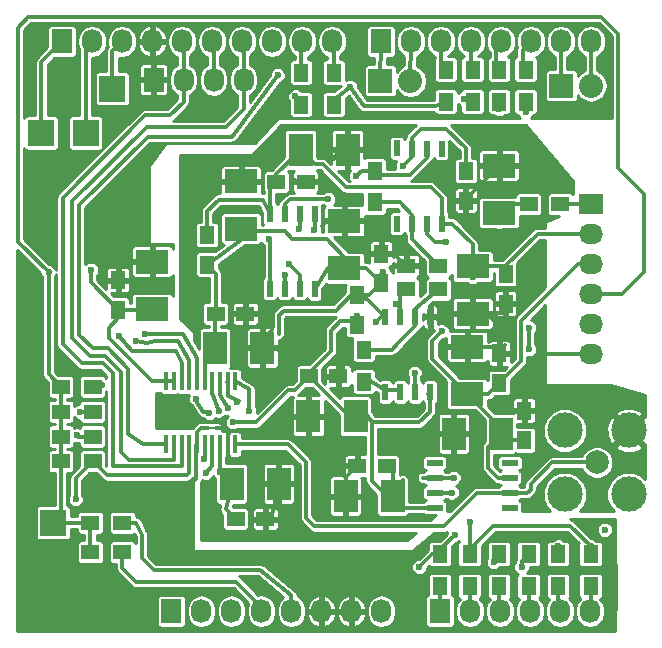
<source format=gtl>
G04 #@! TF.FileFunction,Copper,L1,Top,Signal*
%FSLAX46Y46*%
G04 Gerber Fmt 4.6, Leading zero omitted, Abs format (unit mm)*
G04 Created by KiCad (PCBNEW (2014-11-17 BZR 5289)-product) date Wed 21 Oct 2015 02:01:30 PM EDT*
%MOMM*%
G01*
G04 APERTURE LIST*
%ADD10C,0.100000*%
%ADD11R,0.250000X0.250000*%
%ADD12R,0.750000X0.250000*%
%ADD13C,1.998980*%
%ADD14C,3.000000*%
%ADD15R,1.400000X0.508000*%
%ADD16R,0.406400X1.500000*%
%ADD17R,0.508000X1.400000*%
%ADD18R,1.250000X1.500000*%
%ADD19R,1.300000X1.500000*%
%ADD20R,1.500000X1.300000*%
%ADD21R,1.500000X1.250000*%
%ADD22R,2.032000X1.727200*%
%ADD23O,2.032000X1.727200*%
%ADD24R,1.727200X2.032000*%
%ADD25O,1.727200X2.032000*%
%ADD26R,2.032000X2.032000*%
%ADD27O,2.032000X2.032000*%
%ADD28R,2.235200X2.235200*%
%ADD29R,2.000000X2.794000*%
%ADD30R,2.794000X2.000000*%
%ADD31C,0.600000*%
%ADD32C,0.300000*%
%ADD33C,0.254000*%
G04 APERTURE END LIST*
D10*
D11*
X142098000Y-108365000D03*
X142798000Y-108365000D03*
D12*
X142498000Y-108365000D03*
D13*
X175018000Y-111255000D03*
D14*
X177718020Y-113955020D03*
X177718020Y-108554980D03*
X172317980Y-108554980D03*
X172317980Y-113955020D03*
D15*
X167668000Y-111305000D03*
X167643000Y-112570000D03*
X167643000Y-113840000D03*
X167643000Y-115110000D03*
X161293000Y-115110000D03*
X161293000Y-113840000D03*
X161293000Y-112570000D03*
X161293000Y-111300000D03*
D16*
X144419000Y-104398000D03*
X143784000Y-104398000D03*
X143123600Y-104398000D03*
X142463200Y-104398000D03*
X141828200Y-104398000D03*
X141167800Y-104398000D03*
X140507400Y-104398000D03*
X139872400Y-104398000D03*
X139212000Y-104398000D03*
X138577000Y-104398000D03*
X138577000Y-109732000D03*
X139212000Y-109732000D03*
X139872400Y-109732000D03*
X140507400Y-109732000D03*
X141167800Y-109732000D03*
X141828200Y-109732000D03*
X142463200Y-109732000D03*
X143123600Y-109732000D03*
X143784000Y-109732000D03*
X144419000Y-109732000D03*
D17*
X151148000Y-96565000D03*
X149883000Y-96540000D03*
X148613000Y-96540000D03*
X147343000Y-96540000D03*
X147343000Y-90190000D03*
X148613000Y-90190000D03*
X149883000Y-90190000D03*
X151153000Y-90190000D03*
X158098000Y-84665000D03*
X159363000Y-84690000D03*
X160633000Y-84690000D03*
X161903000Y-84690000D03*
X161903000Y-91040000D03*
X160633000Y-91040000D03*
X159363000Y-91040000D03*
X158093000Y-91040000D03*
X157098000Y-98915000D03*
X158363000Y-98940000D03*
X159633000Y-98940000D03*
X160903000Y-98940000D03*
X160903000Y-105290000D03*
X159633000Y-105290000D03*
X158363000Y-105290000D03*
X157093000Y-105290000D03*
D18*
X166778000Y-104525000D03*
X166778000Y-102025000D03*
D19*
X168998000Y-78015000D03*
X168998000Y-80715000D03*
X166748000Y-78015000D03*
X166748000Y-80715000D03*
X164498000Y-78015000D03*
X164498000Y-80715000D03*
X162248000Y-78015000D03*
X162248000Y-80715000D03*
X152748000Y-78265000D03*
X152748000Y-80965000D03*
X149998000Y-78265000D03*
X149998000Y-80965000D03*
X174498000Y-119015000D03*
X174498000Y-121715000D03*
X171748000Y-119015000D03*
X171748000Y-121715000D03*
X169248000Y-119015000D03*
X169248000Y-121715000D03*
X166748000Y-119015000D03*
X166748000Y-121715000D03*
X164248000Y-119015000D03*
X164248000Y-121715000D03*
X161748000Y-119015000D03*
X161748000Y-121715000D03*
D20*
X129648000Y-111165000D03*
X132348000Y-111165000D03*
X129648000Y-109065000D03*
X132348000Y-109065000D03*
X129648000Y-106965000D03*
X132348000Y-106965000D03*
X129648000Y-104865000D03*
X132348000Y-104865000D03*
X158898000Y-96615000D03*
X161598000Y-96615000D03*
D19*
X156208000Y-86545000D03*
X156208000Y-89245000D03*
X155298000Y-101715000D03*
X155298000Y-104415000D03*
D20*
X161598000Y-94615000D03*
X158898000Y-94615000D03*
X169238000Y-89405000D03*
X171938000Y-89405000D03*
D21*
X147878000Y-87505000D03*
X150378000Y-87505000D03*
D18*
X163928000Y-86585000D03*
X163928000Y-89085000D03*
D21*
X157228000Y-111555000D03*
X154728000Y-111555000D03*
D18*
X168888000Y-109375000D03*
X168888000Y-106875000D03*
D21*
X150648000Y-103965000D03*
X153148000Y-103965000D03*
D18*
X156778000Y-96085000D03*
X156778000Y-93585000D03*
X141998000Y-94515000D03*
X141998000Y-92015000D03*
X154748000Y-97115000D03*
X154748000Y-99615000D03*
D21*
X146948000Y-116065000D03*
X144448000Y-116065000D03*
X145248000Y-98665000D03*
X142748000Y-98665000D03*
D18*
X134498000Y-95815000D03*
X134498000Y-98315000D03*
X167298000Y-95315000D03*
X167298000Y-97815000D03*
D22*
X174498000Y-89365000D03*
D23*
X174498000Y-91905000D03*
X174498000Y-94445000D03*
X174498000Y-96985000D03*
X174498000Y-99525000D03*
X174498000Y-102065000D03*
D24*
X137498000Y-78865000D03*
D25*
X140038000Y-78865000D03*
X142578000Y-78865000D03*
X145118000Y-78865000D03*
D24*
X156748000Y-75615000D03*
D25*
X159288000Y-75615000D03*
X161828000Y-75615000D03*
X164368000Y-75615000D03*
X166908000Y-75615000D03*
X169448000Y-75615000D03*
X171988000Y-75615000D03*
X174528000Y-75615000D03*
D24*
X129748000Y-75615000D03*
D25*
X132288000Y-75615000D03*
X134828000Y-75615000D03*
X137368000Y-75615000D03*
X139908000Y-75615000D03*
X142448000Y-75615000D03*
X144988000Y-75615000D03*
X147528000Y-75615000D03*
X150068000Y-75615000D03*
X152608000Y-75615000D03*
D26*
X171998000Y-79365000D03*
D27*
X174538000Y-79365000D03*
D26*
X156698000Y-78965000D03*
D27*
X159238000Y-78965000D03*
D28*
X133998000Y-79615000D03*
X127998000Y-83365000D03*
X131748000Y-83365000D03*
D24*
X161748000Y-123865000D03*
D25*
X164288000Y-123865000D03*
X166828000Y-123865000D03*
X169368000Y-123865000D03*
X171908000Y-123865000D03*
X174448000Y-123865000D03*
D24*
X138998000Y-123865000D03*
D25*
X141538000Y-123865000D03*
X144078000Y-123865000D03*
X146618000Y-123865000D03*
X149158000Y-123865000D03*
X151698000Y-123865000D03*
X154238000Y-123865000D03*
X156778000Y-123865000D03*
D28*
X128998000Y-116365000D03*
D29*
X166918000Y-108815000D03*
X162918000Y-108815000D03*
X153748000Y-114115000D03*
X157748000Y-114115000D03*
D30*
X164058000Y-105475000D03*
X164058000Y-101475000D03*
X164498000Y-98665000D03*
X164498000Y-94665000D03*
X137398000Y-98265000D03*
X137398000Y-94265000D03*
D29*
X142698000Y-101565000D03*
X146698000Y-101565000D03*
D30*
X144898000Y-91465000D03*
X144898000Y-87465000D03*
X153658000Y-94815000D03*
X153658000Y-90815000D03*
D29*
X150598000Y-107365000D03*
X154598000Y-107365000D03*
X153938000Y-84775000D03*
X149938000Y-84775000D03*
X148098000Y-113065000D03*
X144098000Y-113065000D03*
D30*
X166748000Y-90135000D03*
X166748000Y-86135000D03*
D20*
X132148000Y-118865000D03*
X134848000Y-118865000D03*
X132148000Y-116365000D03*
X134848000Y-116365000D03*
D31*
X175698000Y-116965000D03*
X138898000Y-107065000D03*
X159598000Y-103665000D03*
X169298000Y-101665000D03*
X169298000Y-99865000D03*
X166748000Y-90915000D03*
X162248000Y-92615000D03*
X148498000Y-101665000D03*
X153498000Y-102665000D03*
X169198000Y-86265000D03*
X150598000Y-109665000D03*
X164498000Y-108865000D03*
X166498000Y-99465000D03*
X152698000Y-85465000D03*
X149398000Y-87465000D03*
X154648000Y-87015000D03*
X147248000Y-92365000D03*
X152298000Y-88965000D03*
X158048000Y-97815000D03*
X156898000Y-95165000D03*
X158598000Y-86165000D03*
X156298000Y-99365000D03*
X161898000Y-100165000D03*
X154698000Y-98865000D03*
X164498000Y-95565000D03*
X144198000Y-107865000D03*
X143098000Y-112065000D03*
X132798000Y-90365000D03*
X128598000Y-95165000D03*
X132198000Y-94965000D03*
X162748000Y-113815000D03*
X144598000Y-106165000D03*
X147998000Y-78465000D03*
X133098000Y-104665000D03*
X164298000Y-116265000D03*
X136798000Y-100365000D03*
X168998000Y-81615000D03*
X174498000Y-118365000D03*
X131298000Y-106965000D03*
X159998000Y-120115000D03*
X135998000Y-100965000D03*
X162998000Y-117365000D03*
X171748000Y-118365000D03*
X166748000Y-81365000D03*
X130998000Y-108965000D03*
X168648000Y-120115000D03*
X134598000Y-100565000D03*
X163798000Y-80465000D03*
X149498000Y-80265000D03*
X154098000Y-79465000D03*
X130898000Y-114365000D03*
X166298000Y-119715000D03*
X148998000Y-94465000D03*
X142998000Y-106865000D03*
X141798000Y-110965000D03*
X151098000Y-91565000D03*
X162898000Y-112565000D03*
X145598000Y-106865000D03*
X143798000Y-106665000D03*
X148598000Y-95365000D03*
X141098000Y-105865000D03*
X149798000Y-91465000D03*
X142198000Y-107065000D03*
X141898000Y-112165000D03*
D32*
X159633000Y-105290000D02*
X159598000Y-105255000D01*
X159598000Y-105255000D02*
X159598000Y-103665000D01*
X169298000Y-101665000D02*
X169298000Y-99865000D01*
X166748000Y-89385000D02*
X166748000Y-90915000D01*
X160633000Y-91040000D02*
X160633000Y-91900000D01*
X160633000Y-91900000D02*
X161348000Y-92615000D01*
X161348000Y-92615000D02*
X162248000Y-92615000D01*
X161348000Y-92615000D02*
X162248000Y-92615000D01*
X160633000Y-91900000D02*
X161348000Y-92615000D01*
X166548000Y-89365000D02*
X166248000Y-89665000D01*
X160633000Y-91040000D02*
X160633000Y-90730000D01*
X169218000Y-89385000D02*
X166748000Y-89385000D01*
X169238000Y-89405000D02*
X169218000Y-89385000D01*
X142798000Y-108365000D02*
X143298000Y-108365000D01*
X143784000Y-108751000D02*
X143784000Y-109732000D01*
X143784000Y-108751000D02*
X143398000Y-108365000D01*
X143398000Y-108365000D02*
X143298000Y-108365000D01*
X146698000Y-101565000D02*
X146798000Y-101665000D01*
X146798000Y-101665000D02*
X148498000Y-101665000D01*
X153148000Y-103965000D02*
X153498000Y-103615000D01*
X153498000Y-103615000D02*
X153498000Y-102665000D01*
X166748000Y-86135000D02*
X166878000Y-86265000D01*
X166878000Y-86265000D02*
X169198000Y-86265000D01*
X174498000Y-102065000D02*
X170498000Y-102065000D01*
X146948000Y-116065000D02*
X147598000Y-115415000D01*
X147598000Y-115415000D02*
X148098000Y-113065000D01*
X166748000Y-86135000D02*
X163928000Y-88955000D01*
X163928000Y-88955000D02*
X163928000Y-89085000D01*
X150598000Y-107365000D02*
X150598000Y-109665000D01*
X158898000Y-94615000D02*
X157868000Y-93585000D01*
X157868000Y-93585000D02*
X156778000Y-93585000D01*
X166778000Y-102025000D02*
X166228000Y-101475000D01*
X166228000Y-101475000D02*
X164058000Y-101475000D01*
X162918000Y-108815000D02*
X162968000Y-108865000D01*
X162968000Y-108865000D02*
X164498000Y-108865000D01*
X164498000Y-98665000D02*
X165698000Y-98665000D01*
X165698000Y-98665000D02*
X166498000Y-99465000D01*
X153938000Y-84775000D02*
X153388000Y-84775000D01*
X153388000Y-84775000D02*
X152698000Y-85465000D01*
X150378000Y-87505000D02*
X149438000Y-87505000D01*
X149438000Y-87505000D02*
X149398000Y-87465000D01*
X144898000Y-87465000D02*
X146118000Y-87465000D01*
X166698000Y-101865000D02*
X167248000Y-101315000D01*
X160903000Y-98940000D02*
X160978000Y-98865000D01*
X153748000Y-112535000D02*
X153748000Y-114115000D01*
X154728000Y-111555000D02*
X153748000Y-112535000D01*
X167068000Y-98645000D02*
X164488000Y-98645000D01*
X167208000Y-98505000D02*
X167068000Y-98645000D01*
X143784000Y-110331000D02*
X143784000Y-109712000D01*
X147297998Y-100265000D02*
X147548000Y-100014998D01*
X147548000Y-100014998D02*
X147548000Y-97665000D01*
X147548000Y-97665000D02*
X147548000Y-97815000D01*
X147343000Y-96540000D02*
X147333000Y-92230000D01*
X155118000Y-86545000D02*
X156208000Y-86545000D01*
X154648000Y-87015000D02*
X155118000Y-86545000D01*
X147333000Y-92230000D02*
X147248000Y-92365000D01*
X156208000Y-86945000D02*
X159198000Y-86915000D01*
X160633000Y-85480000D02*
X160633000Y-84690000D01*
X159198000Y-86915000D02*
X160633000Y-85480000D01*
X152298000Y-88965000D02*
X149048000Y-88965000D01*
X148613000Y-89400000D02*
X148613000Y-90190000D01*
X149048000Y-88965000D02*
X148613000Y-89400000D01*
X158363000Y-98940000D02*
X158363000Y-98130000D01*
X152298000Y-88965000D02*
X152298000Y-89015000D01*
X158363000Y-98130000D02*
X158048000Y-97815000D01*
X159298000Y-96615000D02*
X158998000Y-96615000D01*
X158363000Y-97150000D02*
X158363000Y-98940000D01*
X158898000Y-96615000D02*
X158363000Y-97150000D01*
X142748000Y-98665000D02*
X142748000Y-95265000D01*
X142748000Y-95265000D02*
X141998000Y-94515000D01*
X142698000Y-101565000D02*
X142698000Y-98715000D01*
X142698000Y-98715000D02*
X142748000Y-98665000D01*
X141828200Y-104398000D02*
X141828200Y-102434800D01*
X141828200Y-102434800D02*
X142698000Y-101565000D01*
X159363000Y-84690000D02*
X159363000Y-85400000D01*
X156778000Y-95285000D02*
X156778000Y-96085000D01*
X156898000Y-95165000D02*
X156778000Y-95285000D01*
X159363000Y-85400000D02*
X158598000Y-86165000D01*
X164058000Y-105475000D02*
X164058000Y-105425000D01*
X164058000Y-105425000D02*
X161098000Y-102465000D01*
X156748000Y-98915000D02*
X157098000Y-98915000D01*
X156298000Y-99365000D02*
X156748000Y-98915000D01*
X161098000Y-100965000D02*
X161898000Y-100165000D01*
X161098000Y-102465000D02*
X161098000Y-100965000D01*
X174498000Y-94445000D02*
X173418000Y-94445000D01*
X168598000Y-102705000D02*
X166778000Y-104525000D01*
X168598000Y-99265000D02*
X168598000Y-102705000D01*
X173418000Y-94445000D02*
X168598000Y-99265000D01*
X148098000Y-98815000D02*
X148098000Y-100365000D01*
X152898000Y-98415000D02*
X148498000Y-98415000D01*
X148498000Y-98415000D02*
X148098000Y-98815000D01*
X154198000Y-97115000D02*
X152898000Y-98415000D01*
X166918000Y-108815000D02*
X167478000Y-109375000D01*
X167478000Y-109375000D02*
X168888000Y-109375000D01*
X164058000Y-105475000D02*
X166918000Y-108335000D01*
X166918000Y-108335000D02*
X166918000Y-108815000D01*
X144898000Y-91965000D02*
X144898000Y-92435000D01*
X144898000Y-92435000D02*
X141998000Y-94515000D01*
X154748000Y-97115000D02*
X154198000Y-97115000D01*
X153658000Y-94815000D02*
X153658000Y-93825000D01*
X151148000Y-96565000D02*
X152298000Y-94815000D01*
X152298000Y-94815000D02*
X153658000Y-94815000D01*
X157093000Y-98940000D02*
X155568000Y-97415000D01*
X155568000Y-97415000D02*
X154748000Y-97415000D01*
X156998000Y-99035000D02*
X157093000Y-98940000D01*
X155508000Y-94815000D02*
X156778000Y-96085000D01*
X153658000Y-94815000D02*
X155508000Y-94815000D01*
X155748000Y-97115000D02*
X154748000Y-97115000D01*
X156778000Y-96085000D02*
X155748000Y-97115000D01*
X163928000Y-84655000D02*
X162278000Y-83005000D01*
X162278000Y-83005000D02*
X160118000Y-83005000D01*
X160118000Y-83005000D02*
X159363000Y-83760000D01*
X159363000Y-83760000D02*
X159363000Y-84690000D01*
X163928000Y-86585000D02*
X163928000Y-84655000D01*
X165828000Y-105475000D02*
X164058000Y-105475000D01*
X166778000Y-104525000D02*
X165828000Y-105475000D01*
X165808000Y-109925000D02*
X165808000Y-111735000D01*
X165808000Y-111735000D02*
X166643000Y-112570000D01*
X166643000Y-112570000D02*
X167643000Y-112570000D01*
X166918000Y-108815000D02*
X165808000Y-109925000D01*
X145098000Y-91665000D02*
X144898000Y-91465000D01*
X149248000Y-92315000D02*
X148598000Y-91665000D01*
X148598000Y-91665000D02*
X145098000Y-91665000D01*
X152148000Y-92315000D02*
X149798000Y-92315000D01*
X153658000Y-93825000D02*
X152148000Y-92315000D01*
X149798000Y-92315000D02*
X149248000Y-92315000D01*
X143123600Y-109732000D02*
X143098000Y-109757600D01*
X143098000Y-109757600D02*
X143098000Y-112065000D01*
X143098000Y-112065000D02*
X144098000Y-113065000D01*
X142998000Y-89005000D02*
X141998000Y-90005000D01*
X147343000Y-90190000D02*
X146738000Y-89005000D01*
X146738000Y-89005000D02*
X142998000Y-89005000D01*
X141998000Y-90005000D02*
X141998000Y-92015000D01*
X154748000Y-99615000D02*
X154698000Y-99565000D01*
X154698000Y-99565000D02*
X154698000Y-98865000D01*
X164498000Y-95565000D02*
X164498000Y-94665000D01*
X149448000Y-105165000D02*
X148998000Y-105165000D01*
X148998000Y-105165000D02*
X148898000Y-105165000D01*
X148898000Y-105165000D02*
X146198000Y-107865000D01*
X146198000Y-107865000D02*
X144198000Y-107865000D01*
X144098000Y-113065000D02*
X143098000Y-112065000D01*
X149448000Y-105165000D02*
X150648000Y-103965000D01*
X150648000Y-103715000D02*
X152498000Y-101865000D01*
X150648000Y-103965000D02*
X150648000Y-103715000D01*
X154048000Y-107365000D02*
X150648000Y-103965000D01*
X154598000Y-107365000D02*
X154048000Y-107365000D01*
X152498000Y-100115000D02*
X152498000Y-101865000D01*
X153298000Y-99315000D02*
X152498000Y-100115000D01*
X154748000Y-99315000D02*
X153298000Y-99315000D01*
X144448000Y-116065000D02*
X143598000Y-115215000D01*
X143598000Y-115215000D02*
X144098000Y-113065000D01*
X143623600Y-112590600D02*
X144098000Y-113065000D01*
X161903000Y-91040000D02*
X162773000Y-91040000D01*
X164498000Y-92765000D02*
X164498000Y-94665000D01*
X162773000Y-91040000D02*
X164498000Y-92765000D01*
X167248000Y-94665000D02*
X165048000Y-94665000D01*
X165048000Y-94665000D02*
X164498000Y-94115000D01*
X170008000Y-91905000D02*
X167248000Y-94665000D01*
X160903000Y-105290000D02*
X160903000Y-106960000D01*
X159998000Y-107865000D02*
X155948000Y-107865000D01*
X160903000Y-106960000D02*
X159998000Y-107865000D01*
X155348000Y-106865000D02*
X155948000Y-107865000D01*
X155948000Y-107865000D02*
X155948000Y-111365000D01*
X155948000Y-111365000D02*
X155948000Y-112815000D01*
X155948000Y-112815000D02*
X157248000Y-114115000D01*
X157248000Y-114115000D02*
X158593000Y-112770000D01*
X174498000Y-91905000D02*
X170008000Y-91905000D01*
X154748000Y-99315000D02*
X154378000Y-99315000D01*
X160903000Y-105290000D02*
X160748000Y-105445000D01*
X157748000Y-112075000D02*
X157748000Y-114115000D01*
X157228000Y-111555000D02*
X157748000Y-112075000D01*
X154748000Y-99615000D02*
X154458000Y-99325000D01*
X158743000Y-115110000D02*
X157748000Y-114115000D01*
X161293000Y-115110000D02*
X158743000Y-115110000D01*
X147333000Y-88050000D02*
X147343000Y-90190000D01*
X147878000Y-87505000D02*
X147333000Y-88050000D01*
X147878000Y-86835000D02*
X147878000Y-87505000D01*
X149938000Y-84775000D02*
X147878000Y-86835000D01*
X151168000Y-86005000D02*
X151818000Y-86005000D01*
X151818000Y-86005000D02*
X153778000Y-87965000D01*
X153778000Y-87965000D02*
X157808000Y-87965000D01*
X157808000Y-87965000D02*
X160078000Y-87965000D01*
X160078000Y-87965000D02*
X160788000Y-87965000D01*
X160788000Y-87965000D02*
X160968000Y-87965000D01*
X160968000Y-87965000D02*
X161903000Y-88900000D01*
X161903000Y-88900000D02*
X161903000Y-91040000D01*
X149938000Y-84775000D02*
X151168000Y-86005000D01*
X134398000Y-94265000D02*
X132798000Y-92665000D01*
X132798000Y-92665000D02*
X132798000Y-90365000D01*
X137398000Y-94265000D02*
X134398000Y-94265000D01*
X142098000Y-108365000D02*
X141598000Y-108365000D01*
X141167800Y-108695200D02*
X141167800Y-109732000D01*
X141167800Y-108695200D02*
X141498000Y-108365000D01*
X141498000Y-108365000D02*
X141598000Y-108365000D01*
X141167800Y-109732000D02*
X141098000Y-109801800D01*
X141098000Y-109801800D02*
X141098000Y-112665000D01*
X141098000Y-112665000D02*
X140898000Y-112865000D01*
X137498000Y-78865000D02*
X137498000Y-75745000D01*
X137498000Y-75745000D02*
X137368000Y-75615000D01*
X128598000Y-95165000D02*
X125998000Y-92565000D01*
X177178000Y-96985000D02*
X174498000Y-96985000D01*
X178998000Y-95165000D02*
X177178000Y-96985000D01*
X178998000Y-88565000D02*
X178998000Y-95165000D01*
X176798000Y-86365000D02*
X178998000Y-88565000D01*
X176798000Y-74965000D02*
X176798000Y-86365000D01*
X175398000Y-73565000D02*
X176798000Y-74965000D01*
X126898000Y-73565000D02*
X175398000Y-73565000D01*
X125998000Y-74465000D02*
X126898000Y-73565000D01*
X125998000Y-92565000D02*
X125998000Y-74465000D01*
X134498000Y-98315000D02*
X132198000Y-96015000D01*
X128598000Y-103815000D02*
X129648000Y-104865000D01*
X128598000Y-95165000D02*
X128598000Y-103815000D01*
X132198000Y-96015000D02*
X132198000Y-94965000D01*
X137398000Y-98265000D02*
X137348000Y-98315000D01*
X137348000Y-98315000D02*
X134498000Y-98315000D01*
X129648000Y-106965000D02*
X129648000Y-104865000D01*
X129648000Y-109065000D02*
X129648000Y-106965000D01*
X129648000Y-111165000D02*
X129648000Y-109065000D01*
X128998000Y-116365000D02*
X129648000Y-115715000D01*
X129648000Y-115715000D02*
X129648000Y-111165000D01*
X129648000Y-115715000D02*
X129648000Y-104865000D01*
X134498000Y-98315000D02*
X134498000Y-99065000D01*
X134498000Y-99065000D02*
X133698000Y-99865000D01*
X133698000Y-99865000D02*
X133698000Y-100765000D01*
X133698000Y-100765000D02*
X137331000Y-104398000D01*
X137331000Y-104398000D02*
X138577000Y-104398000D01*
X139212000Y-104398000D02*
X138577000Y-104398000D01*
X132198000Y-116315000D02*
X132148000Y-116365000D01*
X132148000Y-116365000D02*
X128998000Y-116365000D01*
X132148000Y-116365000D02*
X132148000Y-118865000D01*
X138577000Y-104378000D02*
X138498000Y-104299000D01*
X174458000Y-89405000D02*
X171938000Y-89405000D01*
X174498000Y-89365000D02*
X174458000Y-89405000D01*
X144419000Y-109732000D02*
X148865000Y-109732000D01*
X157048000Y-116665000D02*
X162098000Y-116665000D01*
X162098000Y-116665000D02*
X162098000Y-116615000D01*
X162098000Y-116615000D02*
X164873000Y-113840000D01*
X164873000Y-113840000D02*
X167643000Y-113840000D01*
X151098000Y-116665000D02*
X157048000Y-116665000D01*
X150398000Y-115965000D02*
X151098000Y-116665000D01*
X150398000Y-111265000D02*
X150398000Y-115965000D01*
X148865000Y-109732000D02*
X150398000Y-111265000D01*
X171268000Y-111255000D02*
X169418000Y-113105000D01*
X175018000Y-111255000D02*
X171268000Y-111255000D01*
X169143000Y-113840000D02*
X167643000Y-113840000D01*
X169418000Y-113565000D02*
X169143000Y-113840000D01*
X169418000Y-113105000D02*
X169418000Y-113565000D01*
X162748000Y-113815000D02*
X162723000Y-113840000D01*
X161293000Y-113840000D02*
X162723000Y-113840000D01*
X144684000Y-106079000D02*
X143784000Y-105665000D01*
X143784000Y-105665000D02*
X143784000Y-104398000D01*
X144598000Y-106165000D02*
X144684000Y-106079000D01*
X143784000Y-104378000D02*
X143748000Y-104414000D01*
X161748000Y-123865000D02*
X161748000Y-121315000D01*
X164248000Y-121315000D02*
X164248000Y-123825000D01*
X164248000Y-123825000D02*
X164288000Y-123865000D01*
X166748000Y-121315000D02*
X166748000Y-123785000D01*
X166748000Y-123785000D02*
X166828000Y-123865000D01*
X169248000Y-121315000D02*
X169248000Y-123745000D01*
X169248000Y-123745000D02*
X169368000Y-123865000D01*
X171748000Y-121315000D02*
X171748000Y-123705000D01*
X171748000Y-123705000D02*
X171908000Y-123865000D01*
X174498000Y-121315000D02*
X174498000Y-123815000D01*
X174498000Y-123815000D02*
X174448000Y-123865000D01*
X131748000Y-83365000D02*
X131748000Y-76155000D01*
X131748000Y-76155000D02*
X132288000Y-75615000D01*
X127998000Y-83365000D02*
X127998000Y-77365000D01*
X127998000Y-77365000D02*
X129748000Y-75615000D01*
X133998000Y-79615000D02*
X133998000Y-76445000D01*
X133998000Y-76445000D02*
X134828000Y-75615000D01*
X156748000Y-75615000D02*
X156698000Y-78965000D01*
X159288000Y-75615000D02*
X159238000Y-78965000D01*
X171988000Y-75615000D02*
X171988000Y-79355000D01*
X171988000Y-79355000D02*
X171998000Y-79365000D01*
X174528000Y-75615000D02*
X174528000Y-79355000D01*
X174528000Y-79355000D02*
X174538000Y-79365000D01*
X139872400Y-109732000D02*
X139872400Y-111590598D01*
X140038000Y-80725000D02*
X140038000Y-78865000D01*
X138898000Y-81865000D02*
X140038000Y-80725000D01*
X136798000Y-81865000D02*
X138898000Y-81865000D01*
X129798000Y-88865000D02*
X136798000Y-81865000D01*
X129798000Y-101265000D02*
X129798000Y-88865000D01*
X131398000Y-102865000D02*
X129798000Y-101265000D01*
X133198000Y-102865000D02*
X131398000Y-102865000D01*
X134023598Y-103690598D02*
X133198000Y-102865000D01*
X134023598Y-104090598D02*
X134023598Y-103690598D01*
X134023598Y-111590598D02*
X134023598Y-104090598D01*
X139872400Y-111590598D02*
X134023598Y-111590598D01*
X140038000Y-78865000D02*
X140038000Y-75745000D01*
X140038000Y-75745000D02*
X139908000Y-75615000D01*
X138577000Y-109732000D02*
X136565000Y-109732000D01*
X144098000Y-83665000D02*
X147998000Y-78465000D01*
X136998000Y-83665000D02*
X144098000Y-83665000D01*
X131198000Y-89465000D02*
X136998000Y-83665000D01*
X131198000Y-100465000D02*
X131198000Y-89465000D01*
X132398000Y-101565000D02*
X131198000Y-100465000D01*
X133598000Y-101565000D02*
X132398000Y-101565000D01*
X135298000Y-103365000D02*
X133598000Y-101565000D01*
X135298000Y-108865000D02*
X135298000Y-103365000D01*
X136565000Y-109732000D02*
X135298000Y-108865000D01*
X142578000Y-78865000D02*
X142578000Y-75745000D01*
X142578000Y-75745000D02*
X142448000Y-75615000D01*
X133398000Y-102265000D02*
X134698000Y-103565000D01*
X145118000Y-81345000D02*
X143598000Y-82865000D01*
X143598000Y-82865000D02*
X136898000Y-82865000D01*
X136898000Y-82865000D02*
X130598000Y-89165000D01*
X130598000Y-89165000D02*
X130598000Y-100765000D01*
X130598000Y-100765000D02*
X132098000Y-102265000D01*
X132098000Y-102265000D02*
X133398000Y-102265000D01*
X145118000Y-78865000D02*
X145118000Y-81345000D01*
X139212000Y-111051000D02*
X139212000Y-109732000D01*
X139172404Y-111090596D02*
X139212000Y-111051000D01*
X135423596Y-111090596D02*
X139172404Y-111090596D01*
X134698000Y-110365000D02*
X135423596Y-111090596D01*
X134698000Y-103565000D02*
X134698000Y-110365000D01*
X139212000Y-109712000D02*
X139198000Y-109726000D01*
X145118000Y-78865000D02*
X145118000Y-75745000D01*
X145118000Y-75745000D02*
X144988000Y-75615000D01*
X149998000Y-78665000D02*
X149998000Y-75685000D01*
X149998000Y-75685000D02*
X150068000Y-75615000D01*
X152748000Y-78665000D02*
X152748000Y-75755000D01*
X152748000Y-75755000D02*
X152608000Y-75615000D01*
X161828000Y-75615000D02*
X161828000Y-77995000D01*
X161828000Y-77995000D02*
X162248000Y-78415000D01*
X164368000Y-75615000D02*
X164368000Y-78285000D01*
X164368000Y-78285000D02*
X164498000Y-78415000D01*
X166498000Y-78415000D02*
X166498000Y-76025000D01*
X166498000Y-76025000D02*
X166908000Y-75615000D01*
X168748000Y-78415000D02*
X168748000Y-76315000D01*
X168748000Y-76315000D02*
X169448000Y-75615000D01*
X157093000Y-105160000D02*
X158233000Y-105160000D01*
X158233000Y-105160000D02*
X158363000Y-105290000D01*
X155298000Y-104015000D02*
X157093000Y-105160000D01*
X133098000Y-104665000D02*
X132898000Y-104865000D01*
X132898000Y-104865000D02*
X132348000Y-104865000D01*
X164248000Y-119015000D02*
X164248000Y-116315000D01*
X164298000Y-116265000D02*
X164248000Y-116315000D01*
X141167800Y-104398000D02*
X141167800Y-102434800D01*
X139998000Y-100365000D02*
X136798000Y-100365000D01*
X141167800Y-102434800D02*
X139998000Y-100365000D01*
X168998000Y-81615000D02*
X168998000Y-80315000D01*
X164248000Y-119415000D02*
X164248000Y-118615000D01*
X172748000Y-116615000D02*
X174498000Y-118365000D01*
X166248000Y-116615000D02*
X172748000Y-116615000D01*
X164248000Y-118615000D02*
X166248000Y-116615000D01*
X174498000Y-119415000D02*
X174498000Y-118365000D01*
X131298000Y-106965000D02*
X132348000Y-106965000D01*
X159998000Y-120115000D02*
X161098000Y-119015000D01*
X140507400Y-104398000D02*
X140507400Y-102574400D01*
X139598000Y-100965000D02*
X137598000Y-100965000D01*
X137598000Y-100965000D02*
X136898000Y-101165000D01*
X136898000Y-101165000D02*
X135998000Y-100965000D01*
X140507400Y-102574400D02*
X139598000Y-100965000D01*
X161098000Y-119015000D02*
X161748000Y-119015000D01*
X161748000Y-119415000D02*
X161748000Y-118615000D01*
X161748000Y-118615000D02*
X162998000Y-117365000D01*
X171748000Y-119415000D02*
X171748000Y-118365000D01*
X166748000Y-81365000D02*
X166748000Y-80315000D01*
X131098000Y-109065000D02*
X132348000Y-109065000D01*
X130998000Y-108965000D02*
X131098000Y-109065000D01*
X168648000Y-119615000D02*
X168648000Y-120115000D01*
X139872400Y-104398000D02*
X139872400Y-102839400D01*
X139398000Y-101865000D02*
X137098000Y-101865000D01*
X137098000Y-101865000D02*
X135698000Y-101865000D01*
X135698000Y-101865000D02*
X134598000Y-100565000D01*
X139872400Y-102839400D02*
X139398000Y-101865000D01*
X169248000Y-119015000D02*
X168648000Y-119615000D01*
X149998000Y-80565000D02*
X149498000Y-80265000D01*
X163798000Y-80465000D02*
X164498000Y-80315000D01*
X130898000Y-112615000D02*
X132348000Y-111165000D01*
X130898000Y-114365000D02*
X130898000Y-112615000D01*
X166298000Y-119715000D02*
X166748000Y-119265000D01*
X140507400Y-109732000D02*
X140507400Y-112155600D01*
X140507400Y-112155600D02*
X140298000Y-112365000D01*
X140298000Y-112365000D02*
X133548000Y-112365000D01*
X133548000Y-112365000D02*
X132348000Y-111165000D01*
X166748000Y-119265000D02*
X166748000Y-119015000D01*
X152748000Y-80565000D02*
X154098000Y-79465000D01*
X154098000Y-79465000D02*
X155298000Y-81065000D01*
X155298000Y-81065000D02*
X161348000Y-81065000D01*
X161348000Y-81065000D02*
X162248000Y-80865000D01*
X162248000Y-80865000D02*
X162248000Y-80315000D01*
X166748000Y-118865000D02*
X166748000Y-119415000D01*
X142463200Y-104398000D02*
X142463200Y-105399800D01*
X149883000Y-95350000D02*
X149883000Y-96540000D01*
X148998000Y-94465000D02*
X149883000Y-95350000D01*
X142463200Y-105399800D02*
X142998000Y-106865000D01*
X141798000Y-110965000D02*
X141828200Y-110934800D01*
X141828200Y-109732000D02*
X141828200Y-110934800D01*
X151153000Y-91510000D02*
X151153000Y-90190000D01*
X151153000Y-91510000D02*
X151098000Y-91565000D01*
X144419000Y-104398000D02*
X145598000Y-105065000D01*
X162893000Y-112570000D02*
X161293000Y-112570000D01*
X162898000Y-112565000D02*
X162893000Y-112570000D01*
X145598000Y-105065000D02*
X145598000Y-106865000D01*
X144432000Y-104365000D02*
X144419000Y-104378000D01*
X160293000Y-112570000D02*
X161293000Y-112570000D01*
X159363000Y-91040000D02*
X159363000Y-90280000D01*
X158328000Y-89245000D02*
X156208000Y-89245000D01*
X159363000Y-90280000D02*
X158328000Y-89245000D01*
X161598000Y-94615000D02*
X159363000Y-92380000D01*
X159363000Y-92380000D02*
X159363000Y-91040000D01*
X159363000Y-91040000D02*
X159363000Y-90730000D01*
X161198000Y-94615000D02*
X161363000Y-94450000D01*
X158223000Y-101140000D02*
X157648000Y-101715000D01*
X157648000Y-101715000D02*
X155298000Y-101715000D01*
X161198000Y-96615000D02*
X161198000Y-96915000D01*
X161198000Y-96915000D02*
X159633000Y-98230000D01*
X159633000Y-98230000D02*
X159633000Y-98940000D01*
X159633000Y-98940000D02*
X159633000Y-99730000D01*
X159633000Y-99730000D02*
X158223000Y-101140000D01*
X158223000Y-101140000D02*
X158198000Y-101165000D01*
X155298000Y-102115000D02*
X155498000Y-102315000D01*
X143123600Y-104398000D02*
X143098000Y-104423600D01*
X143098000Y-104423600D02*
X143098000Y-105565000D01*
X143098000Y-105565000D02*
X143798000Y-106665000D01*
X148598000Y-95365000D02*
X148598000Y-96525000D01*
X148598000Y-96525000D02*
X148613000Y-96540000D01*
X141098000Y-106065000D02*
X141098000Y-105865000D01*
X142463200Y-109732000D02*
X142463200Y-111230200D01*
X149883000Y-91380000D02*
X149798000Y-91465000D01*
X149883000Y-91380000D02*
X149883000Y-90190000D01*
X142198000Y-107065000D02*
X142098000Y-106972692D01*
X142098000Y-106972692D02*
X141698000Y-106965000D01*
X142463200Y-111599800D02*
X141898000Y-112165000D01*
X142463200Y-111230200D02*
X142463200Y-111599800D01*
X141698000Y-106965000D02*
X141098000Y-106065000D01*
X149908000Y-90215000D02*
X149883000Y-90190000D01*
X146618000Y-123865000D02*
X146618000Y-123485000D01*
X146618000Y-123485000D02*
X144498000Y-121365000D01*
X144498000Y-121365000D02*
X135998000Y-121365000D01*
X135998000Y-121365000D02*
X134848000Y-120215000D01*
X134848000Y-120215000D02*
X134848000Y-118865000D01*
X134848000Y-116365000D02*
X135998000Y-116365000D01*
X149158000Y-122525000D02*
X149158000Y-123865000D01*
X146498000Y-120365000D02*
X149158000Y-122525000D01*
X137498000Y-120365000D02*
X146498000Y-120365000D01*
X136498000Y-119365000D02*
X137498000Y-120365000D01*
X136498000Y-117365000D02*
X136498000Y-119365000D01*
X135998000Y-116365000D02*
X136498000Y-117365000D01*
D33*
G36*
X176267000Y-82138000D02*
X175935000Y-82138000D01*
X175935000Y-79392369D01*
X175935000Y-79337631D01*
X175828660Y-78803022D01*
X175525828Y-78349803D01*
X175072609Y-78046971D01*
X175059000Y-78044264D01*
X175059000Y-76908071D01*
X175408065Y-76674834D01*
X175677860Y-76271057D01*
X175772600Y-75794769D01*
X175772600Y-75435231D01*
X175677860Y-74958943D01*
X175408065Y-74555166D01*
X175004288Y-74285371D01*
X174528000Y-74190631D01*
X174051712Y-74285371D01*
X173647935Y-74555166D01*
X173378140Y-74958943D01*
X173283400Y-75435231D01*
X173283400Y-75794769D01*
X173378140Y-76271057D01*
X173647935Y-76674834D01*
X173997000Y-76908071D01*
X173997000Y-78051241D01*
X173550172Y-78349803D01*
X173395000Y-78582033D01*
X173395000Y-78273214D01*
X173336996Y-78133180D01*
X173229819Y-78026004D01*
X173089785Y-77968000D01*
X172938214Y-77968000D01*
X172519000Y-77968000D01*
X172519000Y-76908071D01*
X172868065Y-76674834D01*
X173137860Y-76271057D01*
X173232600Y-75794769D01*
X173232600Y-75435231D01*
X173137860Y-74958943D01*
X172868065Y-74555166D01*
X172464288Y-74285371D01*
X171988000Y-74190631D01*
X171511712Y-74285371D01*
X171107935Y-74555166D01*
X170838140Y-74958943D01*
X170743400Y-75435231D01*
X170743400Y-75794769D01*
X170838140Y-76271057D01*
X171107935Y-76674834D01*
X171457000Y-76908071D01*
X171457000Y-77968000D01*
X170906214Y-77968000D01*
X170766180Y-78026004D01*
X170692600Y-78099584D01*
X170692600Y-75794769D01*
X170692600Y-75435231D01*
X170597860Y-74958943D01*
X170328065Y-74555166D01*
X169924288Y-74285371D01*
X169448000Y-74190631D01*
X168971712Y-74285371D01*
X168567935Y-74555166D01*
X168298140Y-74958943D01*
X168203400Y-75435231D01*
X168203400Y-75794769D01*
X168264386Y-76101368D01*
X168257420Y-76111795D01*
X168217000Y-76315000D01*
X168217000Y-76906870D01*
X168152600Y-76933545D01*
X168152600Y-75794769D01*
X168152600Y-75435231D01*
X168057860Y-74958943D01*
X167788065Y-74555166D01*
X167384288Y-74285371D01*
X166908000Y-74190631D01*
X166431712Y-74285371D01*
X166027935Y-74555166D01*
X165758140Y-74958943D01*
X165663400Y-75435231D01*
X165663400Y-75794769D01*
X165758140Y-76271057D01*
X165967000Y-76583638D01*
X165967000Y-76906870D01*
X165882180Y-76942004D01*
X165775004Y-77049181D01*
X165717000Y-77189215D01*
X165717000Y-77340786D01*
X165717000Y-78840786D01*
X165775004Y-78980820D01*
X165882181Y-79087996D01*
X166022215Y-79146000D01*
X166173786Y-79146000D01*
X167473786Y-79146000D01*
X167613820Y-79087996D01*
X167720996Y-78980819D01*
X167779000Y-78840785D01*
X167779000Y-78689214D01*
X167779000Y-77189214D01*
X167720996Y-77049180D01*
X167613819Y-76942004D01*
X167474550Y-76884317D01*
X167788065Y-76674834D01*
X168057860Y-76271057D01*
X168152600Y-75794769D01*
X168152600Y-76933545D01*
X168132180Y-76942004D01*
X168025004Y-77049181D01*
X167967000Y-77189215D01*
X167967000Y-77340786D01*
X167967000Y-78840786D01*
X168025004Y-78980820D01*
X168132181Y-79087996D01*
X168272215Y-79146000D01*
X168423786Y-79146000D01*
X169723786Y-79146000D01*
X169863820Y-79087996D01*
X169970996Y-78980819D01*
X170029000Y-78840785D01*
X170029000Y-78689214D01*
X170029000Y-77189214D01*
X169970996Y-77049180D01*
X169876041Y-76954225D01*
X169924288Y-76944629D01*
X170328065Y-76674834D01*
X170597860Y-76271057D01*
X170692600Y-75794769D01*
X170692600Y-78099584D01*
X170659004Y-78133181D01*
X170601000Y-78273215D01*
X170601000Y-78424786D01*
X170601000Y-80456786D01*
X170659004Y-80596820D01*
X170766181Y-80703996D01*
X170906215Y-80762000D01*
X171057786Y-80762000D01*
X173089786Y-80762000D01*
X173229820Y-80703996D01*
X173336996Y-80596819D01*
X173395000Y-80456785D01*
X173395000Y-80305214D01*
X173395000Y-80147966D01*
X173550172Y-80380197D01*
X174003391Y-80683029D01*
X174538000Y-80789369D01*
X175072609Y-80683029D01*
X175525828Y-80380197D01*
X175828660Y-79926978D01*
X175935000Y-79392369D01*
X175935000Y-82138000D01*
X169438008Y-82138000D01*
X169574987Y-82001259D01*
X169639456Y-81846000D01*
X169723786Y-81846000D01*
X169863820Y-81787996D01*
X169970996Y-81680819D01*
X170029000Y-81540785D01*
X170029000Y-81389214D01*
X170029000Y-79889214D01*
X169970996Y-79749180D01*
X169863819Y-79642004D01*
X169723785Y-79584000D01*
X169572214Y-79584000D01*
X168272214Y-79584000D01*
X168132180Y-79642004D01*
X168025004Y-79749181D01*
X167967000Y-79889215D01*
X167967000Y-80040786D01*
X167967000Y-81540786D01*
X168025004Y-81680820D01*
X168132181Y-81787996D01*
X168272215Y-81846000D01*
X168356603Y-81846000D01*
X168420339Y-82000252D01*
X168557847Y-82138000D01*
X167779000Y-82138000D01*
X167779000Y-81540785D01*
X167779000Y-81389214D01*
X167779000Y-79889214D01*
X167720996Y-79749180D01*
X167613819Y-79642004D01*
X167473785Y-79584000D01*
X167322214Y-79584000D01*
X166022214Y-79584000D01*
X165882180Y-79642004D01*
X165775004Y-79749181D01*
X165717000Y-79889215D01*
X165717000Y-80040786D01*
X165717000Y-81540786D01*
X165775004Y-81680820D01*
X165882181Y-81787996D01*
X166022215Y-81846000D01*
X166173786Y-81846000D01*
X166265920Y-81846000D01*
X166361741Y-81941987D01*
X166611946Y-82045882D01*
X166882865Y-82046118D01*
X167133252Y-81942661D01*
X167230081Y-81846000D01*
X167473786Y-81846000D01*
X167613820Y-81787996D01*
X167720996Y-81680819D01*
X167779000Y-81540785D01*
X167779000Y-82138000D01*
X165612600Y-82138000D01*
X165612600Y-75794769D01*
X165612600Y-75435231D01*
X165517860Y-74958943D01*
X165248065Y-74555166D01*
X164844288Y-74285371D01*
X164368000Y-74190631D01*
X163891712Y-74285371D01*
X163487935Y-74555166D01*
X163218140Y-74958943D01*
X163123400Y-75435231D01*
X163123400Y-75794769D01*
X163218140Y-76271057D01*
X163487935Y-76674834D01*
X163800974Y-76884000D01*
X163772214Y-76884000D01*
X163632180Y-76942004D01*
X163525004Y-77049181D01*
X163467000Y-77189215D01*
X163467000Y-77340786D01*
X163467000Y-78840786D01*
X163525004Y-78980820D01*
X163632181Y-79087996D01*
X163772215Y-79146000D01*
X163923786Y-79146000D01*
X165223786Y-79146000D01*
X165363820Y-79087996D01*
X165470996Y-78980819D01*
X165529000Y-78840785D01*
X165529000Y-78689214D01*
X165529000Y-77189214D01*
X165470996Y-77049180D01*
X165363819Y-76942004D01*
X165223785Y-76884000D01*
X165072214Y-76884000D01*
X164935025Y-76884000D01*
X165248065Y-76674834D01*
X165517860Y-76271057D01*
X165612600Y-75794769D01*
X165612600Y-82138000D01*
X165529000Y-82138000D01*
X165529000Y-81540785D01*
X165529000Y-81389214D01*
X165529000Y-79889214D01*
X165470996Y-79749180D01*
X165363819Y-79642004D01*
X165223785Y-79584000D01*
X165072214Y-79584000D01*
X163772214Y-79584000D01*
X163632180Y-79642004D01*
X163525004Y-79749181D01*
X163479139Y-79859906D01*
X163412748Y-79887339D01*
X163279000Y-80020854D01*
X163279000Y-79889214D01*
X163279000Y-78840785D01*
X163279000Y-78689214D01*
X163279000Y-77189214D01*
X163220996Y-77049180D01*
X163113819Y-76942004D01*
X162973785Y-76884000D01*
X162822214Y-76884000D01*
X162395025Y-76884000D01*
X162708065Y-76674834D01*
X162977860Y-76271057D01*
X163072600Y-75794769D01*
X163072600Y-75435231D01*
X162977860Y-74958943D01*
X162708065Y-74555166D01*
X162304288Y-74285371D01*
X161828000Y-74190631D01*
X161351712Y-74285371D01*
X160947935Y-74555166D01*
X160678140Y-74958943D01*
X160583400Y-75435231D01*
X160583400Y-75794769D01*
X160678140Y-76271057D01*
X160947935Y-76674834D01*
X161297000Y-76908071D01*
X161297000Y-77027184D01*
X161275004Y-77049181D01*
X161217000Y-77189215D01*
X161217000Y-77340786D01*
X161217000Y-78840786D01*
X161275004Y-78980820D01*
X161382181Y-79087996D01*
X161522215Y-79146000D01*
X161673786Y-79146000D01*
X162973786Y-79146000D01*
X163113820Y-79087996D01*
X163220996Y-78980819D01*
X163279000Y-78840785D01*
X163279000Y-79889214D01*
X163220996Y-79749180D01*
X163113819Y-79642004D01*
X162973785Y-79584000D01*
X162822214Y-79584000D01*
X161522214Y-79584000D01*
X161382180Y-79642004D01*
X161275004Y-79749181D01*
X161217000Y-79889215D01*
X161217000Y-80040786D01*
X161217000Y-80534000D01*
X160635000Y-80534000D01*
X160635000Y-78992369D01*
X160635000Y-78937631D01*
X160528660Y-78403022D01*
X160225828Y-77949803D01*
X159788572Y-77657637D01*
X159799565Y-76921057D01*
X160168065Y-76674834D01*
X160437860Y-76271057D01*
X160532600Y-75794769D01*
X160532600Y-75435231D01*
X160437860Y-74958943D01*
X160168065Y-74555166D01*
X159764288Y-74285371D01*
X159288000Y-74190631D01*
X158811712Y-74285371D01*
X158407935Y-74555166D01*
X158138140Y-74958943D01*
X158043400Y-75435231D01*
X158043400Y-75794769D01*
X158138140Y-76271057D01*
X158407935Y-76674834D01*
X158737832Y-76895264D01*
X158726681Y-77642338D01*
X158703391Y-77646971D01*
X158250172Y-77949803D01*
X158095000Y-78182033D01*
X158095000Y-77873214D01*
X158036996Y-77733180D01*
X157929819Y-77626004D01*
X157789785Y-77568000D01*
X157638214Y-77568000D01*
X157249910Y-77568000D01*
X157258208Y-77012000D01*
X157687386Y-77012000D01*
X157827420Y-76953996D01*
X157934596Y-76846819D01*
X157992600Y-76706785D01*
X157992600Y-76555214D01*
X157992600Y-74523214D01*
X157934596Y-74383180D01*
X157827419Y-74276004D01*
X157687385Y-74218000D01*
X157535814Y-74218000D01*
X155808614Y-74218000D01*
X155668580Y-74276004D01*
X155561404Y-74383181D01*
X155503400Y-74523215D01*
X155503400Y-74674786D01*
X155503400Y-76706786D01*
X155561404Y-76846820D01*
X155668581Y-76953996D01*
X155808615Y-77012000D01*
X155960186Y-77012000D01*
X156196089Y-77012000D01*
X156187791Y-77568000D01*
X155606214Y-77568000D01*
X155466180Y-77626004D01*
X155359004Y-77733181D01*
X155301000Y-77873215D01*
X155301000Y-78024786D01*
X155301000Y-80056786D01*
X155359004Y-80196820D01*
X155466181Y-80303996D01*
X155606215Y-80362000D01*
X155757786Y-80362000D01*
X157789786Y-80362000D01*
X157929820Y-80303996D01*
X158036996Y-80196819D01*
X158095000Y-80056785D01*
X158095000Y-79905214D01*
X158095000Y-79747966D01*
X158250172Y-79980197D01*
X158703391Y-80283029D01*
X159238000Y-80389369D01*
X159772609Y-80283029D01*
X160225828Y-79980197D01*
X160528660Y-79526978D01*
X160635000Y-78992369D01*
X160635000Y-80534000D01*
X155563500Y-80534000D01*
X154778980Y-79487974D01*
X154779118Y-79330135D01*
X154675661Y-79079748D01*
X154484259Y-78888013D01*
X154234054Y-78784118D01*
X153963135Y-78783882D01*
X153779000Y-78859964D01*
X153779000Y-77439214D01*
X153720996Y-77299180D01*
X153613819Y-77192004D01*
X153473785Y-77134000D01*
X153322214Y-77134000D01*
X153279000Y-77134000D01*
X153279000Y-76814526D01*
X153488065Y-76674834D01*
X153757860Y-76271057D01*
X153852600Y-75794769D01*
X153852600Y-75435231D01*
X153757860Y-74958943D01*
X153488065Y-74555166D01*
X153084288Y-74285371D01*
X152608000Y-74190631D01*
X152131712Y-74285371D01*
X151727935Y-74555166D01*
X151458140Y-74958943D01*
X151363400Y-75435231D01*
X151363400Y-75794769D01*
X151458140Y-76271057D01*
X151727935Y-76674834D01*
X152131712Y-76944629D01*
X152217000Y-76961593D01*
X152217000Y-77134000D01*
X152022214Y-77134000D01*
X151882180Y-77192004D01*
X151775004Y-77299181D01*
X151717000Y-77439215D01*
X151717000Y-77590786D01*
X151717000Y-79090786D01*
X151775004Y-79230820D01*
X151882181Y-79337996D01*
X152022215Y-79396000D01*
X152173786Y-79396000D01*
X153342057Y-79396000D01*
X152804511Y-79834000D01*
X152022214Y-79834000D01*
X151882180Y-79892004D01*
X151775004Y-79999181D01*
X151717000Y-80139215D01*
X151717000Y-80290786D01*
X151717000Y-81790786D01*
X151775004Y-81930820D01*
X151882181Y-82037996D01*
X152022215Y-82096000D01*
X152173786Y-82096000D01*
X153473786Y-82096000D01*
X153613820Y-82037996D01*
X153720996Y-81930819D01*
X153779000Y-81790785D01*
X153779000Y-81639214D01*
X153779000Y-80409879D01*
X154004874Y-80225833D01*
X154873200Y-81383600D01*
X154901446Y-81408926D01*
X154922526Y-81440474D01*
X154977888Y-81477465D01*
X155027459Y-81521912D01*
X155063249Y-81534501D01*
X155094795Y-81555580D01*
X155160092Y-81568568D01*
X155222905Y-81590664D01*
X155260791Y-81588598D01*
X155298000Y-81596000D01*
X161239870Y-81596000D01*
X161275004Y-81680820D01*
X161382181Y-81787996D01*
X161522215Y-81846000D01*
X161673786Y-81846000D01*
X162973786Y-81846000D01*
X163113820Y-81787996D01*
X163220996Y-81680819D01*
X163279000Y-81540785D01*
X163279000Y-81389214D01*
X163279000Y-80909015D01*
X163411741Y-81041987D01*
X163467000Y-81064932D01*
X163467000Y-81540786D01*
X163525004Y-81680820D01*
X163632181Y-81787996D01*
X163772215Y-81846000D01*
X163923786Y-81846000D01*
X165223786Y-81846000D01*
X165363820Y-81787996D01*
X165470996Y-81680819D01*
X165529000Y-81540785D01*
X165529000Y-82138000D01*
X154798000Y-82138000D01*
X151312600Y-82138000D01*
X151312600Y-75794769D01*
X151312600Y-75435231D01*
X151217860Y-74958943D01*
X150948065Y-74555166D01*
X150544288Y-74285371D01*
X150068000Y-74190631D01*
X149591712Y-74285371D01*
X149187935Y-74555166D01*
X148918140Y-74958943D01*
X148823400Y-75435231D01*
X148823400Y-75794769D01*
X148918140Y-76271057D01*
X149187935Y-76674834D01*
X149467000Y-76861299D01*
X149467000Y-77134000D01*
X149272214Y-77134000D01*
X149132180Y-77192004D01*
X149025004Y-77299181D01*
X148967000Y-77439215D01*
X148967000Y-77590786D01*
X148967000Y-79090786D01*
X149025004Y-79230820D01*
X149132181Y-79337996D01*
X149272215Y-79396000D01*
X149423786Y-79396000D01*
X150723786Y-79396000D01*
X150863820Y-79337996D01*
X150970996Y-79230819D01*
X151029000Y-79090785D01*
X151029000Y-78939214D01*
X151029000Y-77439214D01*
X150970996Y-77299180D01*
X150863819Y-77192004D01*
X150723785Y-77134000D01*
X150572214Y-77134000D01*
X150529000Y-77134000D01*
X150529000Y-76947669D01*
X150544288Y-76944629D01*
X150948065Y-76674834D01*
X151217860Y-76271057D01*
X151312600Y-75794769D01*
X151312600Y-82138000D01*
X151029000Y-82138000D01*
X151029000Y-81790785D01*
X151029000Y-81639214D01*
X151029000Y-80139214D01*
X150970996Y-79999180D01*
X150863819Y-79892004D01*
X150723785Y-79834000D01*
X150572214Y-79834000D01*
X150029992Y-79834000D01*
X149884259Y-79688013D01*
X149634054Y-79584118D01*
X149363135Y-79583882D01*
X149112748Y-79687339D01*
X148921013Y-79878741D01*
X148817118Y-80128946D01*
X148816882Y-80399865D01*
X148920339Y-80650252D01*
X148967000Y-80696994D01*
X148967000Y-81790786D01*
X149025004Y-81930820D01*
X149132181Y-82037996D01*
X149272215Y-82096000D01*
X149423786Y-82096000D01*
X150723786Y-82096000D01*
X150863820Y-82037996D01*
X150970996Y-81930819D01*
X151029000Y-81790785D01*
X151029000Y-82138000D01*
X148772600Y-82138000D01*
X148772600Y-75794769D01*
X148772600Y-75435231D01*
X148677860Y-74958943D01*
X148408065Y-74555166D01*
X148004288Y-74285371D01*
X147528000Y-74190631D01*
X147051712Y-74285371D01*
X146647935Y-74555166D01*
X146378140Y-74958943D01*
X146283400Y-75435231D01*
X146283400Y-75794769D01*
X146378140Y-76271057D01*
X146647935Y-76674834D01*
X147051712Y-76944629D01*
X147528000Y-77039369D01*
X148004288Y-76944629D01*
X148408065Y-76674834D01*
X148677860Y-76271057D01*
X148772600Y-75794769D01*
X148772600Y-82138000D01*
X148498000Y-82138000D01*
X148043571Y-82138000D01*
X146043571Y-84238000D01*
X138535886Y-84238000D01*
X137071000Y-86121425D01*
X137071000Y-92792000D01*
X139171000Y-92792000D01*
X139171000Y-93177142D01*
X139117996Y-93049180D01*
X139010819Y-92942004D01*
X138870785Y-92884000D01*
X138719214Y-92884000D01*
X137620250Y-92884000D01*
X137525000Y-92979250D01*
X137525000Y-94138000D01*
X137545000Y-94138000D01*
X137545000Y-94392000D01*
X137525000Y-94392000D01*
X137525000Y-95550750D01*
X137620250Y-95646000D01*
X138719214Y-95646000D01*
X138870785Y-95646000D01*
X139010819Y-95587996D01*
X139117996Y-95480820D01*
X139171000Y-95352857D01*
X139171000Y-97177142D01*
X139117996Y-97049180D01*
X139010819Y-96942004D01*
X138870785Y-96884000D01*
X138719214Y-96884000D01*
X137271000Y-96884000D01*
X137271000Y-95550750D01*
X137271000Y-94392000D01*
X137271000Y-94138000D01*
X137271000Y-92979250D01*
X137175750Y-92884000D01*
X136076786Y-92884000D01*
X135925215Y-92884000D01*
X135785181Y-92942004D01*
X135678004Y-93049180D01*
X135620000Y-93189214D01*
X135620000Y-94042750D01*
X135715250Y-94138000D01*
X137271000Y-94138000D01*
X137271000Y-94392000D01*
X135715250Y-94392000D01*
X135620000Y-94487250D01*
X135620000Y-95340786D01*
X135678004Y-95480820D01*
X135785181Y-95587996D01*
X135925215Y-95646000D01*
X136076786Y-95646000D01*
X137175750Y-95646000D01*
X137271000Y-95550750D01*
X137271000Y-96884000D01*
X135925214Y-96884000D01*
X135785180Y-96942004D01*
X135678004Y-97049181D01*
X135620000Y-97189215D01*
X135620000Y-97340786D01*
X135620000Y-97784000D01*
X135504000Y-97784000D01*
X135504000Y-97489214D01*
X135504000Y-96640786D01*
X135504000Y-96037250D01*
X135504000Y-95592750D01*
X135504000Y-94989214D01*
X135445996Y-94849180D01*
X135338819Y-94742004D01*
X135198785Y-94684000D01*
X135047214Y-94684000D01*
X134720250Y-94684000D01*
X134625000Y-94779250D01*
X134625000Y-95688000D01*
X135408750Y-95688000D01*
X135504000Y-95592750D01*
X135504000Y-96037250D01*
X135408750Y-95942000D01*
X134625000Y-95942000D01*
X134625000Y-96850750D01*
X134720250Y-96946000D01*
X135047214Y-96946000D01*
X135198785Y-96946000D01*
X135338819Y-96887996D01*
X135445996Y-96780820D01*
X135504000Y-96640786D01*
X135504000Y-97489214D01*
X135445996Y-97349180D01*
X135338819Y-97242004D01*
X135198785Y-97184000D01*
X135047214Y-97184000D01*
X134117948Y-97184000D01*
X133879948Y-96946000D01*
X133948786Y-96946000D01*
X134275750Y-96946000D01*
X134371000Y-96850750D01*
X134371000Y-95942000D01*
X134371000Y-95688000D01*
X134371000Y-94779250D01*
X134275750Y-94684000D01*
X133948786Y-94684000D01*
X133797215Y-94684000D01*
X133657181Y-94742004D01*
X133550004Y-94849180D01*
X133492000Y-94989214D01*
X133492000Y-95592750D01*
X133587250Y-95688000D01*
X134371000Y-95688000D01*
X134371000Y-95942000D01*
X133587250Y-95942000D01*
X133492000Y-96037250D01*
X133492000Y-96558052D01*
X132729000Y-95795052D01*
X132729000Y-95397166D01*
X132774987Y-95351259D01*
X132878882Y-95101054D01*
X132879118Y-94830135D01*
X132775661Y-94579748D01*
X132584259Y-94388013D01*
X132334054Y-94284118D01*
X132063135Y-94283882D01*
X131812748Y-94387339D01*
X131729000Y-94470941D01*
X131729000Y-89684947D01*
X137217947Y-84196000D01*
X144098000Y-84196000D01*
X144135208Y-84188598D01*
X144173095Y-84190664D01*
X144235907Y-84168568D01*
X144301205Y-84155580D01*
X144332750Y-84134501D01*
X144368541Y-84121912D01*
X144418111Y-84077465D01*
X144473474Y-84040474D01*
X144494553Y-84008926D01*
X144522800Y-83983600D01*
X148159015Y-79135313D01*
X148383252Y-79042661D01*
X148574987Y-78851259D01*
X148678882Y-78601054D01*
X148679118Y-78330135D01*
X148575661Y-78079748D01*
X148384259Y-77888013D01*
X148134054Y-77784118D01*
X147863135Y-77783882D01*
X147612748Y-77887339D01*
X147421013Y-78078741D01*
X147317118Y-78328946D01*
X147316979Y-78488027D01*
X145649000Y-80712000D01*
X145649000Y-80158071D01*
X145998065Y-79924834D01*
X146267860Y-79521057D01*
X146362600Y-79044769D01*
X146362600Y-78685231D01*
X146267860Y-78208943D01*
X145998065Y-77805166D01*
X145649000Y-77571928D01*
X145649000Y-76821208D01*
X145868065Y-76674834D01*
X146137860Y-76271057D01*
X146232600Y-75794769D01*
X146232600Y-75435231D01*
X146137860Y-74958943D01*
X145868065Y-74555166D01*
X145464288Y-74285371D01*
X144988000Y-74190631D01*
X144511712Y-74285371D01*
X144107935Y-74555166D01*
X143838140Y-74958943D01*
X143743400Y-75435231D01*
X143743400Y-75794769D01*
X143838140Y-76271057D01*
X144107935Y-76674834D01*
X144511712Y-76944629D01*
X144587000Y-76959604D01*
X144587000Y-77571928D01*
X144237935Y-77805166D01*
X143968140Y-78208943D01*
X143873400Y-78685231D01*
X143873400Y-79044769D01*
X143968140Y-79521057D01*
X144237935Y-79924834D01*
X144587000Y-80158071D01*
X144587000Y-81125052D01*
X143822600Y-81889452D01*
X143822600Y-79044769D01*
X143822600Y-78685231D01*
X143727860Y-78208943D01*
X143458065Y-77805166D01*
X143109000Y-77571928D01*
X143109000Y-76821208D01*
X143328065Y-76674834D01*
X143597860Y-76271057D01*
X143692600Y-75794769D01*
X143692600Y-75435231D01*
X143597860Y-74958943D01*
X143328065Y-74555166D01*
X142924288Y-74285371D01*
X142448000Y-74190631D01*
X141971712Y-74285371D01*
X141567935Y-74555166D01*
X141298140Y-74958943D01*
X141203400Y-75435231D01*
X141203400Y-75794769D01*
X141298140Y-76271057D01*
X141567935Y-76674834D01*
X141971712Y-76944629D01*
X142047000Y-76959604D01*
X142047000Y-77571928D01*
X141697935Y-77805166D01*
X141428140Y-78208943D01*
X141333400Y-78685231D01*
X141333400Y-79044769D01*
X141428140Y-79521057D01*
X141697935Y-79924834D01*
X142101712Y-80194629D01*
X142578000Y-80289369D01*
X143054288Y-80194629D01*
X143458065Y-79924834D01*
X143727860Y-79521057D01*
X143822600Y-79044769D01*
X143822600Y-81889452D01*
X143378052Y-82334000D01*
X139133501Y-82334000D01*
X139273474Y-82240474D01*
X140413470Y-81100476D01*
X140413473Y-81100474D01*
X140413474Y-81100474D01*
X140528580Y-80928205D01*
X140569000Y-80725000D01*
X140569000Y-80158071D01*
X140918065Y-79924834D01*
X141187860Y-79521057D01*
X141282600Y-79044769D01*
X141282600Y-78685231D01*
X141187860Y-78208943D01*
X140918065Y-77805166D01*
X140569000Y-77571928D01*
X140569000Y-76821208D01*
X140788065Y-76674834D01*
X141057860Y-76271057D01*
X141152600Y-75794769D01*
X141152600Y-75435231D01*
X141057860Y-74958943D01*
X140788065Y-74555166D01*
X140384288Y-74285371D01*
X139908000Y-74190631D01*
X139431712Y-74285371D01*
X139027935Y-74555166D01*
X138758140Y-74958943D01*
X138663400Y-75435231D01*
X138663400Y-75794769D01*
X138758140Y-76271057D01*
X139027935Y-76674834D01*
X139431712Y-76944629D01*
X139507000Y-76959604D01*
X139507000Y-77571928D01*
X139157935Y-77805166D01*
X138888140Y-78208943D01*
X138793400Y-78685231D01*
X138793400Y-79044769D01*
X138888140Y-79521057D01*
X139157935Y-79924834D01*
X139507000Y-80158071D01*
X139507000Y-80505052D01*
X138742600Y-81269452D01*
X138742600Y-79956786D01*
X138742600Y-79087250D01*
X138742600Y-78642750D01*
X138742600Y-77773214D01*
X138684596Y-77633180D01*
X138602527Y-77551111D01*
X138602527Y-75937213D01*
X138602527Y-75292787D01*
X138443570Y-74833280D01*
X138120867Y-74469581D01*
X137687118Y-74259607D01*
X137495000Y-74320288D01*
X137495000Y-75488000D01*
X138518643Y-75488000D01*
X138602527Y-75292787D01*
X138602527Y-75937213D01*
X138518643Y-75742000D01*
X137495000Y-75742000D01*
X137495000Y-76909712D01*
X137687118Y-76970393D01*
X138120867Y-76760419D01*
X138443570Y-76396720D01*
X138602527Y-75937213D01*
X138602527Y-77551111D01*
X138577419Y-77526004D01*
X138437385Y-77468000D01*
X138285814Y-77468000D01*
X137720250Y-77468000D01*
X137625000Y-77563250D01*
X137625000Y-78738000D01*
X138647350Y-78738000D01*
X138742600Y-78642750D01*
X138742600Y-79087250D01*
X138647350Y-78992000D01*
X137625000Y-78992000D01*
X137625000Y-80166750D01*
X137720250Y-80262000D01*
X138285814Y-80262000D01*
X138437385Y-80262000D01*
X138577419Y-80203996D01*
X138684596Y-80096820D01*
X138742600Y-79956786D01*
X138742600Y-81269452D01*
X138678052Y-81334000D01*
X137371000Y-81334000D01*
X137371000Y-80166750D01*
X137371000Y-78992000D01*
X137371000Y-78738000D01*
X137371000Y-77563250D01*
X137275750Y-77468000D01*
X137241000Y-77468000D01*
X137241000Y-76909712D01*
X137241000Y-75742000D01*
X137241000Y-75488000D01*
X137241000Y-74320288D01*
X137048882Y-74259607D01*
X136615133Y-74469581D01*
X136292430Y-74833280D01*
X136133473Y-75292787D01*
X136217357Y-75488000D01*
X137241000Y-75488000D01*
X137241000Y-75742000D01*
X136217357Y-75742000D01*
X136133473Y-75937213D01*
X136292430Y-76396720D01*
X136615133Y-76760419D01*
X137048882Y-76970393D01*
X137241000Y-76909712D01*
X137241000Y-77468000D01*
X136710186Y-77468000D01*
X136558615Y-77468000D01*
X136418581Y-77526004D01*
X136311404Y-77633180D01*
X136253400Y-77773214D01*
X136253400Y-78642750D01*
X136348650Y-78738000D01*
X137371000Y-78738000D01*
X137371000Y-78992000D01*
X136348650Y-78992000D01*
X136253400Y-79087250D01*
X136253400Y-79956786D01*
X136311404Y-80096820D01*
X136418581Y-80203996D01*
X136558615Y-80262000D01*
X136710186Y-80262000D01*
X137275750Y-80262000D01*
X137371000Y-80166750D01*
X137371000Y-81334000D01*
X136798000Y-81334000D01*
X136594795Y-81374420D01*
X136422526Y-81489526D01*
X136072600Y-81839452D01*
X136072600Y-75794769D01*
X136072600Y-75435231D01*
X135977860Y-74958943D01*
X135708065Y-74555166D01*
X135304288Y-74285371D01*
X134828000Y-74190631D01*
X134351712Y-74285371D01*
X133947935Y-74555166D01*
X133678140Y-74958943D01*
X133583400Y-75435231D01*
X133583400Y-75794769D01*
X133635476Y-76056575D01*
X133622526Y-76069526D01*
X133532600Y-76204110D01*
X133532600Y-75794769D01*
X133532600Y-75435231D01*
X133437860Y-74958943D01*
X133168065Y-74555166D01*
X132764288Y-74285371D01*
X132288000Y-74190631D01*
X131811712Y-74285371D01*
X131407935Y-74555166D01*
X131138140Y-74958943D01*
X131043400Y-75435231D01*
X131043400Y-75794769D01*
X131138140Y-76271057D01*
X131217000Y-76389079D01*
X131217000Y-81866400D01*
X130554614Y-81866400D01*
X130414580Y-81924404D01*
X130307404Y-82031581D01*
X130249400Y-82171615D01*
X130249400Y-82323186D01*
X130249400Y-84558386D01*
X130307404Y-84698420D01*
X130414581Y-84805596D01*
X130554615Y-84863600D01*
X130706186Y-84863600D01*
X132941386Y-84863600D01*
X133081420Y-84805596D01*
X133188596Y-84698419D01*
X133246600Y-84558385D01*
X133246600Y-84406814D01*
X133246600Y-82171614D01*
X133188596Y-82031580D01*
X133081419Y-81924404D01*
X132941385Y-81866400D01*
X132789814Y-81866400D01*
X132279000Y-81866400D01*
X132279000Y-77037578D01*
X132288000Y-77039369D01*
X132764288Y-76944629D01*
X133168065Y-76674834D01*
X133437860Y-76271057D01*
X133532600Y-75794769D01*
X133532600Y-76204110D01*
X133507420Y-76241795D01*
X133467000Y-76445000D01*
X133467000Y-78116400D01*
X132804614Y-78116400D01*
X132664580Y-78174404D01*
X132557404Y-78281581D01*
X132499400Y-78421615D01*
X132499400Y-78573186D01*
X132499400Y-80808386D01*
X132557404Y-80948420D01*
X132664581Y-81055596D01*
X132804615Y-81113600D01*
X132956186Y-81113600D01*
X135191386Y-81113600D01*
X135331420Y-81055596D01*
X135438596Y-80948419D01*
X135496600Y-80808385D01*
X135496600Y-80656814D01*
X135496600Y-78421614D01*
X135438596Y-78281580D01*
X135331419Y-78174404D01*
X135191385Y-78116400D01*
X135039814Y-78116400D01*
X134529000Y-78116400D01*
X134529000Y-76979893D01*
X134828000Y-77039369D01*
X135304288Y-76944629D01*
X135708065Y-76674834D01*
X135977860Y-76271057D01*
X136072600Y-75794769D01*
X136072600Y-81839452D01*
X129422526Y-88489526D01*
X129307420Y-88661795D01*
X129267000Y-88865000D01*
X129267000Y-95000806D01*
X129175661Y-94779748D01*
X128984259Y-94588013D01*
X128734054Y-94484118D01*
X128668008Y-94484060D01*
X126529000Y-92345052D01*
X126529000Y-84629846D01*
X126557404Y-84698420D01*
X126664581Y-84805596D01*
X126804615Y-84863600D01*
X126956186Y-84863600D01*
X129191386Y-84863600D01*
X129331420Y-84805596D01*
X129438596Y-84698419D01*
X129496600Y-84558385D01*
X129496600Y-84406814D01*
X129496600Y-82171614D01*
X129438596Y-82031580D01*
X129331419Y-81924404D01*
X129191385Y-81866400D01*
X129039814Y-81866400D01*
X128529000Y-81866400D01*
X128529000Y-77584948D01*
X129101948Y-77012000D01*
X130687386Y-77012000D01*
X130827420Y-76953996D01*
X130934596Y-76846819D01*
X130992600Y-76706785D01*
X130992600Y-76555214D01*
X130992600Y-74523214D01*
X130934596Y-74383180D01*
X130827419Y-74276004D01*
X130687385Y-74218000D01*
X130535814Y-74218000D01*
X128808614Y-74218000D01*
X128668580Y-74276004D01*
X128561404Y-74383181D01*
X128503400Y-74523215D01*
X128503400Y-74674786D01*
X128503400Y-76108652D01*
X127622526Y-76989526D01*
X127507420Y-77161795D01*
X127467000Y-77365000D01*
X127467000Y-81866400D01*
X126804614Y-81866400D01*
X126664580Y-81924404D01*
X126557404Y-82031581D01*
X126529000Y-82100154D01*
X126529000Y-74684948D01*
X127117948Y-74096000D01*
X175178052Y-74096000D01*
X176267000Y-75184948D01*
X176267000Y-82138000D01*
X176267000Y-82138000D01*
G37*
X176267000Y-82138000D02*
X175935000Y-82138000D01*
X175935000Y-79392369D01*
X175935000Y-79337631D01*
X175828660Y-78803022D01*
X175525828Y-78349803D01*
X175072609Y-78046971D01*
X175059000Y-78044264D01*
X175059000Y-76908071D01*
X175408065Y-76674834D01*
X175677860Y-76271057D01*
X175772600Y-75794769D01*
X175772600Y-75435231D01*
X175677860Y-74958943D01*
X175408065Y-74555166D01*
X175004288Y-74285371D01*
X174528000Y-74190631D01*
X174051712Y-74285371D01*
X173647935Y-74555166D01*
X173378140Y-74958943D01*
X173283400Y-75435231D01*
X173283400Y-75794769D01*
X173378140Y-76271057D01*
X173647935Y-76674834D01*
X173997000Y-76908071D01*
X173997000Y-78051241D01*
X173550172Y-78349803D01*
X173395000Y-78582033D01*
X173395000Y-78273214D01*
X173336996Y-78133180D01*
X173229819Y-78026004D01*
X173089785Y-77968000D01*
X172938214Y-77968000D01*
X172519000Y-77968000D01*
X172519000Y-76908071D01*
X172868065Y-76674834D01*
X173137860Y-76271057D01*
X173232600Y-75794769D01*
X173232600Y-75435231D01*
X173137860Y-74958943D01*
X172868065Y-74555166D01*
X172464288Y-74285371D01*
X171988000Y-74190631D01*
X171511712Y-74285371D01*
X171107935Y-74555166D01*
X170838140Y-74958943D01*
X170743400Y-75435231D01*
X170743400Y-75794769D01*
X170838140Y-76271057D01*
X171107935Y-76674834D01*
X171457000Y-76908071D01*
X171457000Y-77968000D01*
X170906214Y-77968000D01*
X170766180Y-78026004D01*
X170692600Y-78099584D01*
X170692600Y-75794769D01*
X170692600Y-75435231D01*
X170597860Y-74958943D01*
X170328065Y-74555166D01*
X169924288Y-74285371D01*
X169448000Y-74190631D01*
X168971712Y-74285371D01*
X168567935Y-74555166D01*
X168298140Y-74958943D01*
X168203400Y-75435231D01*
X168203400Y-75794769D01*
X168264386Y-76101368D01*
X168257420Y-76111795D01*
X168217000Y-76315000D01*
X168217000Y-76906870D01*
X168152600Y-76933545D01*
X168152600Y-75794769D01*
X168152600Y-75435231D01*
X168057860Y-74958943D01*
X167788065Y-74555166D01*
X167384288Y-74285371D01*
X166908000Y-74190631D01*
X166431712Y-74285371D01*
X166027935Y-74555166D01*
X165758140Y-74958943D01*
X165663400Y-75435231D01*
X165663400Y-75794769D01*
X165758140Y-76271057D01*
X165967000Y-76583638D01*
X165967000Y-76906870D01*
X165882180Y-76942004D01*
X165775004Y-77049181D01*
X165717000Y-77189215D01*
X165717000Y-77340786D01*
X165717000Y-78840786D01*
X165775004Y-78980820D01*
X165882181Y-79087996D01*
X166022215Y-79146000D01*
X166173786Y-79146000D01*
X167473786Y-79146000D01*
X167613820Y-79087996D01*
X167720996Y-78980819D01*
X167779000Y-78840785D01*
X167779000Y-78689214D01*
X167779000Y-77189214D01*
X167720996Y-77049180D01*
X167613819Y-76942004D01*
X167474550Y-76884317D01*
X167788065Y-76674834D01*
X168057860Y-76271057D01*
X168152600Y-75794769D01*
X168152600Y-76933545D01*
X168132180Y-76942004D01*
X168025004Y-77049181D01*
X167967000Y-77189215D01*
X167967000Y-77340786D01*
X167967000Y-78840786D01*
X168025004Y-78980820D01*
X168132181Y-79087996D01*
X168272215Y-79146000D01*
X168423786Y-79146000D01*
X169723786Y-79146000D01*
X169863820Y-79087996D01*
X169970996Y-78980819D01*
X170029000Y-78840785D01*
X170029000Y-78689214D01*
X170029000Y-77189214D01*
X169970996Y-77049180D01*
X169876041Y-76954225D01*
X169924288Y-76944629D01*
X170328065Y-76674834D01*
X170597860Y-76271057D01*
X170692600Y-75794769D01*
X170692600Y-78099584D01*
X170659004Y-78133181D01*
X170601000Y-78273215D01*
X170601000Y-78424786D01*
X170601000Y-80456786D01*
X170659004Y-80596820D01*
X170766181Y-80703996D01*
X170906215Y-80762000D01*
X171057786Y-80762000D01*
X173089786Y-80762000D01*
X173229820Y-80703996D01*
X173336996Y-80596819D01*
X173395000Y-80456785D01*
X173395000Y-80305214D01*
X173395000Y-80147966D01*
X173550172Y-80380197D01*
X174003391Y-80683029D01*
X174538000Y-80789369D01*
X175072609Y-80683029D01*
X175525828Y-80380197D01*
X175828660Y-79926978D01*
X175935000Y-79392369D01*
X175935000Y-82138000D01*
X169438008Y-82138000D01*
X169574987Y-82001259D01*
X169639456Y-81846000D01*
X169723786Y-81846000D01*
X169863820Y-81787996D01*
X169970996Y-81680819D01*
X170029000Y-81540785D01*
X170029000Y-81389214D01*
X170029000Y-79889214D01*
X169970996Y-79749180D01*
X169863819Y-79642004D01*
X169723785Y-79584000D01*
X169572214Y-79584000D01*
X168272214Y-79584000D01*
X168132180Y-79642004D01*
X168025004Y-79749181D01*
X167967000Y-79889215D01*
X167967000Y-80040786D01*
X167967000Y-81540786D01*
X168025004Y-81680820D01*
X168132181Y-81787996D01*
X168272215Y-81846000D01*
X168356603Y-81846000D01*
X168420339Y-82000252D01*
X168557847Y-82138000D01*
X167779000Y-82138000D01*
X167779000Y-81540785D01*
X167779000Y-81389214D01*
X167779000Y-79889214D01*
X167720996Y-79749180D01*
X167613819Y-79642004D01*
X167473785Y-79584000D01*
X167322214Y-79584000D01*
X166022214Y-79584000D01*
X165882180Y-79642004D01*
X165775004Y-79749181D01*
X165717000Y-79889215D01*
X165717000Y-80040786D01*
X165717000Y-81540786D01*
X165775004Y-81680820D01*
X165882181Y-81787996D01*
X166022215Y-81846000D01*
X166173786Y-81846000D01*
X166265920Y-81846000D01*
X166361741Y-81941987D01*
X166611946Y-82045882D01*
X166882865Y-82046118D01*
X167133252Y-81942661D01*
X167230081Y-81846000D01*
X167473786Y-81846000D01*
X167613820Y-81787996D01*
X167720996Y-81680819D01*
X167779000Y-81540785D01*
X167779000Y-82138000D01*
X165612600Y-82138000D01*
X165612600Y-75794769D01*
X165612600Y-75435231D01*
X165517860Y-74958943D01*
X165248065Y-74555166D01*
X164844288Y-74285371D01*
X164368000Y-74190631D01*
X163891712Y-74285371D01*
X163487935Y-74555166D01*
X163218140Y-74958943D01*
X163123400Y-75435231D01*
X163123400Y-75794769D01*
X163218140Y-76271057D01*
X163487935Y-76674834D01*
X163800974Y-76884000D01*
X163772214Y-76884000D01*
X163632180Y-76942004D01*
X163525004Y-77049181D01*
X163467000Y-77189215D01*
X163467000Y-77340786D01*
X163467000Y-78840786D01*
X163525004Y-78980820D01*
X163632181Y-79087996D01*
X163772215Y-79146000D01*
X163923786Y-79146000D01*
X165223786Y-79146000D01*
X165363820Y-79087996D01*
X165470996Y-78980819D01*
X165529000Y-78840785D01*
X165529000Y-78689214D01*
X165529000Y-77189214D01*
X165470996Y-77049180D01*
X165363819Y-76942004D01*
X165223785Y-76884000D01*
X165072214Y-76884000D01*
X164935025Y-76884000D01*
X165248065Y-76674834D01*
X165517860Y-76271057D01*
X165612600Y-75794769D01*
X165612600Y-82138000D01*
X165529000Y-82138000D01*
X165529000Y-81540785D01*
X165529000Y-81389214D01*
X165529000Y-79889214D01*
X165470996Y-79749180D01*
X165363819Y-79642004D01*
X165223785Y-79584000D01*
X165072214Y-79584000D01*
X163772214Y-79584000D01*
X163632180Y-79642004D01*
X163525004Y-79749181D01*
X163479139Y-79859906D01*
X163412748Y-79887339D01*
X163279000Y-80020854D01*
X163279000Y-79889214D01*
X163279000Y-78840785D01*
X163279000Y-78689214D01*
X163279000Y-77189214D01*
X163220996Y-77049180D01*
X163113819Y-76942004D01*
X162973785Y-76884000D01*
X162822214Y-76884000D01*
X162395025Y-76884000D01*
X162708065Y-76674834D01*
X162977860Y-76271057D01*
X163072600Y-75794769D01*
X163072600Y-75435231D01*
X162977860Y-74958943D01*
X162708065Y-74555166D01*
X162304288Y-74285371D01*
X161828000Y-74190631D01*
X161351712Y-74285371D01*
X160947935Y-74555166D01*
X160678140Y-74958943D01*
X160583400Y-75435231D01*
X160583400Y-75794769D01*
X160678140Y-76271057D01*
X160947935Y-76674834D01*
X161297000Y-76908071D01*
X161297000Y-77027184D01*
X161275004Y-77049181D01*
X161217000Y-77189215D01*
X161217000Y-77340786D01*
X161217000Y-78840786D01*
X161275004Y-78980820D01*
X161382181Y-79087996D01*
X161522215Y-79146000D01*
X161673786Y-79146000D01*
X162973786Y-79146000D01*
X163113820Y-79087996D01*
X163220996Y-78980819D01*
X163279000Y-78840785D01*
X163279000Y-79889214D01*
X163220996Y-79749180D01*
X163113819Y-79642004D01*
X162973785Y-79584000D01*
X162822214Y-79584000D01*
X161522214Y-79584000D01*
X161382180Y-79642004D01*
X161275004Y-79749181D01*
X161217000Y-79889215D01*
X161217000Y-80040786D01*
X161217000Y-80534000D01*
X160635000Y-80534000D01*
X160635000Y-78992369D01*
X160635000Y-78937631D01*
X160528660Y-78403022D01*
X160225828Y-77949803D01*
X159788572Y-77657637D01*
X159799565Y-76921057D01*
X160168065Y-76674834D01*
X160437860Y-76271057D01*
X160532600Y-75794769D01*
X160532600Y-75435231D01*
X160437860Y-74958943D01*
X160168065Y-74555166D01*
X159764288Y-74285371D01*
X159288000Y-74190631D01*
X158811712Y-74285371D01*
X158407935Y-74555166D01*
X158138140Y-74958943D01*
X158043400Y-75435231D01*
X158043400Y-75794769D01*
X158138140Y-76271057D01*
X158407935Y-76674834D01*
X158737832Y-76895264D01*
X158726681Y-77642338D01*
X158703391Y-77646971D01*
X158250172Y-77949803D01*
X158095000Y-78182033D01*
X158095000Y-77873214D01*
X158036996Y-77733180D01*
X157929819Y-77626004D01*
X157789785Y-77568000D01*
X157638214Y-77568000D01*
X157249910Y-77568000D01*
X157258208Y-77012000D01*
X157687386Y-77012000D01*
X157827420Y-76953996D01*
X157934596Y-76846819D01*
X157992600Y-76706785D01*
X157992600Y-76555214D01*
X157992600Y-74523214D01*
X157934596Y-74383180D01*
X157827419Y-74276004D01*
X157687385Y-74218000D01*
X157535814Y-74218000D01*
X155808614Y-74218000D01*
X155668580Y-74276004D01*
X155561404Y-74383181D01*
X155503400Y-74523215D01*
X155503400Y-74674786D01*
X155503400Y-76706786D01*
X155561404Y-76846820D01*
X155668581Y-76953996D01*
X155808615Y-77012000D01*
X155960186Y-77012000D01*
X156196089Y-77012000D01*
X156187791Y-77568000D01*
X155606214Y-77568000D01*
X155466180Y-77626004D01*
X155359004Y-77733181D01*
X155301000Y-77873215D01*
X155301000Y-78024786D01*
X155301000Y-80056786D01*
X155359004Y-80196820D01*
X155466181Y-80303996D01*
X155606215Y-80362000D01*
X155757786Y-80362000D01*
X157789786Y-80362000D01*
X157929820Y-80303996D01*
X158036996Y-80196819D01*
X158095000Y-80056785D01*
X158095000Y-79905214D01*
X158095000Y-79747966D01*
X158250172Y-79980197D01*
X158703391Y-80283029D01*
X159238000Y-80389369D01*
X159772609Y-80283029D01*
X160225828Y-79980197D01*
X160528660Y-79526978D01*
X160635000Y-78992369D01*
X160635000Y-80534000D01*
X155563500Y-80534000D01*
X154778980Y-79487974D01*
X154779118Y-79330135D01*
X154675661Y-79079748D01*
X154484259Y-78888013D01*
X154234054Y-78784118D01*
X153963135Y-78783882D01*
X153779000Y-78859964D01*
X153779000Y-77439214D01*
X153720996Y-77299180D01*
X153613819Y-77192004D01*
X153473785Y-77134000D01*
X153322214Y-77134000D01*
X153279000Y-77134000D01*
X153279000Y-76814526D01*
X153488065Y-76674834D01*
X153757860Y-76271057D01*
X153852600Y-75794769D01*
X153852600Y-75435231D01*
X153757860Y-74958943D01*
X153488065Y-74555166D01*
X153084288Y-74285371D01*
X152608000Y-74190631D01*
X152131712Y-74285371D01*
X151727935Y-74555166D01*
X151458140Y-74958943D01*
X151363400Y-75435231D01*
X151363400Y-75794769D01*
X151458140Y-76271057D01*
X151727935Y-76674834D01*
X152131712Y-76944629D01*
X152217000Y-76961593D01*
X152217000Y-77134000D01*
X152022214Y-77134000D01*
X151882180Y-77192004D01*
X151775004Y-77299181D01*
X151717000Y-77439215D01*
X151717000Y-77590786D01*
X151717000Y-79090786D01*
X151775004Y-79230820D01*
X151882181Y-79337996D01*
X152022215Y-79396000D01*
X152173786Y-79396000D01*
X153342057Y-79396000D01*
X152804511Y-79834000D01*
X152022214Y-79834000D01*
X151882180Y-79892004D01*
X151775004Y-79999181D01*
X151717000Y-80139215D01*
X151717000Y-80290786D01*
X151717000Y-81790786D01*
X151775004Y-81930820D01*
X151882181Y-82037996D01*
X152022215Y-82096000D01*
X152173786Y-82096000D01*
X153473786Y-82096000D01*
X153613820Y-82037996D01*
X153720996Y-81930819D01*
X153779000Y-81790785D01*
X153779000Y-81639214D01*
X153779000Y-80409879D01*
X154004874Y-80225833D01*
X154873200Y-81383600D01*
X154901446Y-81408926D01*
X154922526Y-81440474D01*
X154977888Y-81477465D01*
X155027459Y-81521912D01*
X155063249Y-81534501D01*
X155094795Y-81555580D01*
X155160092Y-81568568D01*
X155222905Y-81590664D01*
X155260791Y-81588598D01*
X155298000Y-81596000D01*
X161239870Y-81596000D01*
X161275004Y-81680820D01*
X161382181Y-81787996D01*
X161522215Y-81846000D01*
X161673786Y-81846000D01*
X162973786Y-81846000D01*
X163113820Y-81787996D01*
X163220996Y-81680819D01*
X163279000Y-81540785D01*
X163279000Y-81389214D01*
X163279000Y-80909015D01*
X163411741Y-81041987D01*
X163467000Y-81064932D01*
X163467000Y-81540786D01*
X163525004Y-81680820D01*
X163632181Y-81787996D01*
X163772215Y-81846000D01*
X163923786Y-81846000D01*
X165223786Y-81846000D01*
X165363820Y-81787996D01*
X165470996Y-81680819D01*
X165529000Y-81540785D01*
X165529000Y-82138000D01*
X154798000Y-82138000D01*
X151312600Y-82138000D01*
X151312600Y-75794769D01*
X151312600Y-75435231D01*
X151217860Y-74958943D01*
X150948065Y-74555166D01*
X150544288Y-74285371D01*
X150068000Y-74190631D01*
X149591712Y-74285371D01*
X149187935Y-74555166D01*
X148918140Y-74958943D01*
X148823400Y-75435231D01*
X148823400Y-75794769D01*
X148918140Y-76271057D01*
X149187935Y-76674834D01*
X149467000Y-76861299D01*
X149467000Y-77134000D01*
X149272214Y-77134000D01*
X149132180Y-77192004D01*
X149025004Y-77299181D01*
X148967000Y-77439215D01*
X148967000Y-77590786D01*
X148967000Y-79090786D01*
X149025004Y-79230820D01*
X149132181Y-79337996D01*
X149272215Y-79396000D01*
X149423786Y-79396000D01*
X150723786Y-79396000D01*
X150863820Y-79337996D01*
X150970996Y-79230819D01*
X151029000Y-79090785D01*
X151029000Y-78939214D01*
X151029000Y-77439214D01*
X150970996Y-77299180D01*
X150863819Y-77192004D01*
X150723785Y-77134000D01*
X150572214Y-77134000D01*
X150529000Y-77134000D01*
X150529000Y-76947669D01*
X150544288Y-76944629D01*
X150948065Y-76674834D01*
X151217860Y-76271057D01*
X151312600Y-75794769D01*
X151312600Y-82138000D01*
X151029000Y-82138000D01*
X151029000Y-81790785D01*
X151029000Y-81639214D01*
X151029000Y-80139214D01*
X150970996Y-79999180D01*
X150863819Y-79892004D01*
X150723785Y-79834000D01*
X150572214Y-79834000D01*
X150029992Y-79834000D01*
X149884259Y-79688013D01*
X149634054Y-79584118D01*
X149363135Y-79583882D01*
X149112748Y-79687339D01*
X148921013Y-79878741D01*
X148817118Y-80128946D01*
X148816882Y-80399865D01*
X148920339Y-80650252D01*
X148967000Y-80696994D01*
X148967000Y-81790786D01*
X149025004Y-81930820D01*
X149132181Y-82037996D01*
X149272215Y-82096000D01*
X149423786Y-82096000D01*
X150723786Y-82096000D01*
X150863820Y-82037996D01*
X150970996Y-81930819D01*
X151029000Y-81790785D01*
X151029000Y-82138000D01*
X148772600Y-82138000D01*
X148772600Y-75794769D01*
X148772600Y-75435231D01*
X148677860Y-74958943D01*
X148408065Y-74555166D01*
X148004288Y-74285371D01*
X147528000Y-74190631D01*
X147051712Y-74285371D01*
X146647935Y-74555166D01*
X146378140Y-74958943D01*
X146283400Y-75435231D01*
X146283400Y-75794769D01*
X146378140Y-76271057D01*
X146647935Y-76674834D01*
X147051712Y-76944629D01*
X147528000Y-77039369D01*
X148004288Y-76944629D01*
X148408065Y-76674834D01*
X148677860Y-76271057D01*
X148772600Y-75794769D01*
X148772600Y-82138000D01*
X148498000Y-82138000D01*
X148043571Y-82138000D01*
X146043571Y-84238000D01*
X138535886Y-84238000D01*
X137071000Y-86121425D01*
X137071000Y-92792000D01*
X139171000Y-92792000D01*
X139171000Y-93177142D01*
X139117996Y-93049180D01*
X139010819Y-92942004D01*
X138870785Y-92884000D01*
X138719214Y-92884000D01*
X137620250Y-92884000D01*
X137525000Y-92979250D01*
X137525000Y-94138000D01*
X137545000Y-94138000D01*
X137545000Y-94392000D01*
X137525000Y-94392000D01*
X137525000Y-95550750D01*
X137620250Y-95646000D01*
X138719214Y-95646000D01*
X138870785Y-95646000D01*
X139010819Y-95587996D01*
X139117996Y-95480820D01*
X139171000Y-95352857D01*
X139171000Y-97177142D01*
X139117996Y-97049180D01*
X139010819Y-96942004D01*
X138870785Y-96884000D01*
X138719214Y-96884000D01*
X137271000Y-96884000D01*
X137271000Y-95550750D01*
X137271000Y-94392000D01*
X137271000Y-94138000D01*
X137271000Y-92979250D01*
X137175750Y-92884000D01*
X136076786Y-92884000D01*
X135925215Y-92884000D01*
X135785181Y-92942004D01*
X135678004Y-93049180D01*
X135620000Y-93189214D01*
X135620000Y-94042750D01*
X135715250Y-94138000D01*
X137271000Y-94138000D01*
X137271000Y-94392000D01*
X135715250Y-94392000D01*
X135620000Y-94487250D01*
X135620000Y-95340786D01*
X135678004Y-95480820D01*
X135785181Y-95587996D01*
X135925215Y-95646000D01*
X136076786Y-95646000D01*
X137175750Y-95646000D01*
X137271000Y-95550750D01*
X137271000Y-96884000D01*
X135925214Y-96884000D01*
X135785180Y-96942004D01*
X135678004Y-97049181D01*
X135620000Y-97189215D01*
X135620000Y-97340786D01*
X135620000Y-97784000D01*
X135504000Y-97784000D01*
X135504000Y-97489214D01*
X135504000Y-96640786D01*
X135504000Y-96037250D01*
X135504000Y-95592750D01*
X135504000Y-94989214D01*
X135445996Y-94849180D01*
X135338819Y-94742004D01*
X135198785Y-94684000D01*
X135047214Y-94684000D01*
X134720250Y-94684000D01*
X134625000Y-94779250D01*
X134625000Y-95688000D01*
X135408750Y-95688000D01*
X135504000Y-95592750D01*
X135504000Y-96037250D01*
X135408750Y-95942000D01*
X134625000Y-95942000D01*
X134625000Y-96850750D01*
X134720250Y-96946000D01*
X135047214Y-96946000D01*
X135198785Y-96946000D01*
X135338819Y-96887996D01*
X135445996Y-96780820D01*
X135504000Y-96640786D01*
X135504000Y-97489214D01*
X135445996Y-97349180D01*
X135338819Y-97242004D01*
X135198785Y-97184000D01*
X135047214Y-97184000D01*
X134117948Y-97184000D01*
X133879948Y-96946000D01*
X133948786Y-96946000D01*
X134275750Y-96946000D01*
X134371000Y-96850750D01*
X134371000Y-95942000D01*
X134371000Y-95688000D01*
X134371000Y-94779250D01*
X134275750Y-94684000D01*
X133948786Y-94684000D01*
X133797215Y-94684000D01*
X133657181Y-94742004D01*
X133550004Y-94849180D01*
X133492000Y-94989214D01*
X133492000Y-95592750D01*
X133587250Y-95688000D01*
X134371000Y-95688000D01*
X134371000Y-95942000D01*
X133587250Y-95942000D01*
X133492000Y-96037250D01*
X133492000Y-96558052D01*
X132729000Y-95795052D01*
X132729000Y-95397166D01*
X132774987Y-95351259D01*
X132878882Y-95101054D01*
X132879118Y-94830135D01*
X132775661Y-94579748D01*
X132584259Y-94388013D01*
X132334054Y-94284118D01*
X132063135Y-94283882D01*
X131812748Y-94387339D01*
X131729000Y-94470941D01*
X131729000Y-89684947D01*
X137217947Y-84196000D01*
X144098000Y-84196000D01*
X144135208Y-84188598D01*
X144173095Y-84190664D01*
X144235907Y-84168568D01*
X144301205Y-84155580D01*
X144332750Y-84134501D01*
X144368541Y-84121912D01*
X144418111Y-84077465D01*
X144473474Y-84040474D01*
X144494553Y-84008926D01*
X144522800Y-83983600D01*
X148159015Y-79135313D01*
X148383252Y-79042661D01*
X148574987Y-78851259D01*
X148678882Y-78601054D01*
X148679118Y-78330135D01*
X148575661Y-78079748D01*
X148384259Y-77888013D01*
X148134054Y-77784118D01*
X147863135Y-77783882D01*
X147612748Y-77887339D01*
X147421013Y-78078741D01*
X147317118Y-78328946D01*
X147316979Y-78488027D01*
X145649000Y-80712000D01*
X145649000Y-80158071D01*
X145998065Y-79924834D01*
X146267860Y-79521057D01*
X146362600Y-79044769D01*
X146362600Y-78685231D01*
X146267860Y-78208943D01*
X145998065Y-77805166D01*
X145649000Y-77571928D01*
X145649000Y-76821208D01*
X145868065Y-76674834D01*
X146137860Y-76271057D01*
X146232600Y-75794769D01*
X146232600Y-75435231D01*
X146137860Y-74958943D01*
X145868065Y-74555166D01*
X145464288Y-74285371D01*
X144988000Y-74190631D01*
X144511712Y-74285371D01*
X144107935Y-74555166D01*
X143838140Y-74958943D01*
X143743400Y-75435231D01*
X143743400Y-75794769D01*
X143838140Y-76271057D01*
X144107935Y-76674834D01*
X144511712Y-76944629D01*
X144587000Y-76959604D01*
X144587000Y-77571928D01*
X144237935Y-77805166D01*
X143968140Y-78208943D01*
X143873400Y-78685231D01*
X143873400Y-79044769D01*
X143968140Y-79521057D01*
X144237935Y-79924834D01*
X144587000Y-80158071D01*
X144587000Y-81125052D01*
X143822600Y-81889452D01*
X143822600Y-79044769D01*
X143822600Y-78685231D01*
X143727860Y-78208943D01*
X143458065Y-77805166D01*
X143109000Y-77571928D01*
X143109000Y-76821208D01*
X143328065Y-76674834D01*
X143597860Y-76271057D01*
X143692600Y-75794769D01*
X143692600Y-75435231D01*
X143597860Y-74958943D01*
X143328065Y-74555166D01*
X142924288Y-74285371D01*
X142448000Y-74190631D01*
X141971712Y-74285371D01*
X141567935Y-74555166D01*
X141298140Y-74958943D01*
X141203400Y-75435231D01*
X141203400Y-75794769D01*
X141298140Y-76271057D01*
X141567935Y-76674834D01*
X141971712Y-76944629D01*
X142047000Y-76959604D01*
X142047000Y-77571928D01*
X141697935Y-77805166D01*
X141428140Y-78208943D01*
X141333400Y-78685231D01*
X141333400Y-79044769D01*
X141428140Y-79521057D01*
X141697935Y-79924834D01*
X142101712Y-80194629D01*
X142578000Y-80289369D01*
X143054288Y-80194629D01*
X143458065Y-79924834D01*
X143727860Y-79521057D01*
X143822600Y-79044769D01*
X143822600Y-81889452D01*
X143378052Y-82334000D01*
X139133501Y-82334000D01*
X139273474Y-82240474D01*
X140413470Y-81100476D01*
X140413473Y-81100474D01*
X140413474Y-81100474D01*
X140528580Y-80928205D01*
X140569000Y-80725000D01*
X140569000Y-80158071D01*
X140918065Y-79924834D01*
X141187860Y-79521057D01*
X141282600Y-79044769D01*
X141282600Y-78685231D01*
X141187860Y-78208943D01*
X140918065Y-77805166D01*
X140569000Y-77571928D01*
X140569000Y-76821208D01*
X140788065Y-76674834D01*
X141057860Y-76271057D01*
X141152600Y-75794769D01*
X141152600Y-75435231D01*
X141057860Y-74958943D01*
X140788065Y-74555166D01*
X140384288Y-74285371D01*
X139908000Y-74190631D01*
X139431712Y-74285371D01*
X139027935Y-74555166D01*
X138758140Y-74958943D01*
X138663400Y-75435231D01*
X138663400Y-75794769D01*
X138758140Y-76271057D01*
X139027935Y-76674834D01*
X139431712Y-76944629D01*
X139507000Y-76959604D01*
X139507000Y-77571928D01*
X139157935Y-77805166D01*
X138888140Y-78208943D01*
X138793400Y-78685231D01*
X138793400Y-79044769D01*
X138888140Y-79521057D01*
X139157935Y-79924834D01*
X139507000Y-80158071D01*
X139507000Y-80505052D01*
X138742600Y-81269452D01*
X138742600Y-79956786D01*
X138742600Y-79087250D01*
X138742600Y-78642750D01*
X138742600Y-77773214D01*
X138684596Y-77633180D01*
X138602527Y-77551111D01*
X138602527Y-75937213D01*
X138602527Y-75292787D01*
X138443570Y-74833280D01*
X138120867Y-74469581D01*
X137687118Y-74259607D01*
X137495000Y-74320288D01*
X137495000Y-75488000D01*
X138518643Y-75488000D01*
X138602527Y-75292787D01*
X138602527Y-75937213D01*
X138518643Y-75742000D01*
X137495000Y-75742000D01*
X137495000Y-76909712D01*
X137687118Y-76970393D01*
X138120867Y-76760419D01*
X138443570Y-76396720D01*
X138602527Y-75937213D01*
X138602527Y-77551111D01*
X138577419Y-77526004D01*
X138437385Y-77468000D01*
X138285814Y-77468000D01*
X137720250Y-77468000D01*
X137625000Y-77563250D01*
X137625000Y-78738000D01*
X138647350Y-78738000D01*
X138742600Y-78642750D01*
X138742600Y-79087250D01*
X138647350Y-78992000D01*
X137625000Y-78992000D01*
X137625000Y-80166750D01*
X137720250Y-80262000D01*
X138285814Y-80262000D01*
X138437385Y-80262000D01*
X138577419Y-80203996D01*
X138684596Y-80096820D01*
X138742600Y-79956786D01*
X138742600Y-81269452D01*
X138678052Y-81334000D01*
X137371000Y-81334000D01*
X137371000Y-80166750D01*
X137371000Y-78992000D01*
X137371000Y-78738000D01*
X137371000Y-77563250D01*
X137275750Y-77468000D01*
X137241000Y-77468000D01*
X137241000Y-76909712D01*
X137241000Y-75742000D01*
X137241000Y-75488000D01*
X137241000Y-74320288D01*
X137048882Y-74259607D01*
X136615133Y-74469581D01*
X136292430Y-74833280D01*
X136133473Y-75292787D01*
X136217357Y-75488000D01*
X137241000Y-75488000D01*
X137241000Y-75742000D01*
X136217357Y-75742000D01*
X136133473Y-75937213D01*
X136292430Y-76396720D01*
X136615133Y-76760419D01*
X137048882Y-76970393D01*
X137241000Y-76909712D01*
X137241000Y-77468000D01*
X136710186Y-77468000D01*
X136558615Y-77468000D01*
X136418581Y-77526004D01*
X136311404Y-77633180D01*
X136253400Y-77773214D01*
X136253400Y-78642750D01*
X136348650Y-78738000D01*
X137371000Y-78738000D01*
X137371000Y-78992000D01*
X136348650Y-78992000D01*
X136253400Y-79087250D01*
X136253400Y-79956786D01*
X136311404Y-80096820D01*
X136418581Y-80203996D01*
X136558615Y-80262000D01*
X136710186Y-80262000D01*
X137275750Y-80262000D01*
X137371000Y-80166750D01*
X137371000Y-81334000D01*
X136798000Y-81334000D01*
X136594795Y-81374420D01*
X136422526Y-81489526D01*
X136072600Y-81839452D01*
X136072600Y-75794769D01*
X136072600Y-75435231D01*
X135977860Y-74958943D01*
X135708065Y-74555166D01*
X135304288Y-74285371D01*
X134828000Y-74190631D01*
X134351712Y-74285371D01*
X133947935Y-74555166D01*
X133678140Y-74958943D01*
X133583400Y-75435231D01*
X133583400Y-75794769D01*
X133635476Y-76056575D01*
X133622526Y-76069526D01*
X133532600Y-76204110D01*
X133532600Y-75794769D01*
X133532600Y-75435231D01*
X133437860Y-74958943D01*
X133168065Y-74555166D01*
X132764288Y-74285371D01*
X132288000Y-74190631D01*
X131811712Y-74285371D01*
X131407935Y-74555166D01*
X131138140Y-74958943D01*
X131043400Y-75435231D01*
X131043400Y-75794769D01*
X131138140Y-76271057D01*
X131217000Y-76389079D01*
X131217000Y-81866400D01*
X130554614Y-81866400D01*
X130414580Y-81924404D01*
X130307404Y-82031581D01*
X130249400Y-82171615D01*
X130249400Y-82323186D01*
X130249400Y-84558386D01*
X130307404Y-84698420D01*
X130414581Y-84805596D01*
X130554615Y-84863600D01*
X130706186Y-84863600D01*
X132941386Y-84863600D01*
X133081420Y-84805596D01*
X133188596Y-84698419D01*
X133246600Y-84558385D01*
X133246600Y-84406814D01*
X133246600Y-82171614D01*
X133188596Y-82031580D01*
X133081419Y-81924404D01*
X132941385Y-81866400D01*
X132789814Y-81866400D01*
X132279000Y-81866400D01*
X132279000Y-77037578D01*
X132288000Y-77039369D01*
X132764288Y-76944629D01*
X133168065Y-76674834D01*
X133437860Y-76271057D01*
X133532600Y-75794769D01*
X133532600Y-76204110D01*
X133507420Y-76241795D01*
X133467000Y-76445000D01*
X133467000Y-78116400D01*
X132804614Y-78116400D01*
X132664580Y-78174404D01*
X132557404Y-78281581D01*
X132499400Y-78421615D01*
X132499400Y-78573186D01*
X132499400Y-80808386D01*
X132557404Y-80948420D01*
X132664581Y-81055596D01*
X132804615Y-81113600D01*
X132956186Y-81113600D01*
X135191386Y-81113600D01*
X135331420Y-81055596D01*
X135438596Y-80948419D01*
X135496600Y-80808385D01*
X135496600Y-80656814D01*
X135496600Y-78421614D01*
X135438596Y-78281580D01*
X135331419Y-78174404D01*
X135191385Y-78116400D01*
X135039814Y-78116400D01*
X134529000Y-78116400D01*
X134529000Y-76979893D01*
X134828000Y-77039369D01*
X135304288Y-76944629D01*
X135708065Y-76674834D01*
X135977860Y-76271057D01*
X136072600Y-75794769D01*
X136072600Y-81839452D01*
X129422526Y-88489526D01*
X129307420Y-88661795D01*
X129267000Y-88865000D01*
X129267000Y-95000806D01*
X129175661Y-94779748D01*
X128984259Y-94588013D01*
X128734054Y-94484118D01*
X128668008Y-94484060D01*
X126529000Y-92345052D01*
X126529000Y-84629846D01*
X126557404Y-84698420D01*
X126664581Y-84805596D01*
X126804615Y-84863600D01*
X126956186Y-84863600D01*
X129191386Y-84863600D01*
X129331420Y-84805596D01*
X129438596Y-84698419D01*
X129496600Y-84558385D01*
X129496600Y-84406814D01*
X129496600Y-82171614D01*
X129438596Y-82031580D01*
X129331419Y-81924404D01*
X129191385Y-81866400D01*
X129039814Y-81866400D01*
X128529000Y-81866400D01*
X128529000Y-77584948D01*
X129101948Y-77012000D01*
X130687386Y-77012000D01*
X130827420Y-76953996D01*
X130934596Y-76846819D01*
X130992600Y-76706785D01*
X130992600Y-76555214D01*
X130992600Y-74523214D01*
X130934596Y-74383180D01*
X130827419Y-74276004D01*
X130687385Y-74218000D01*
X130535814Y-74218000D01*
X128808614Y-74218000D01*
X128668580Y-74276004D01*
X128561404Y-74383181D01*
X128503400Y-74523215D01*
X128503400Y-74674786D01*
X128503400Y-76108652D01*
X127622526Y-76989526D01*
X127507420Y-77161795D01*
X127467000Y-77365000D01*
X127467000Y-81866400D01*
X126804614Y-81866400D01*
X126664580Y-81924404D01*
X126557404Y-82031581D01*
X126529000Y-82100154D01*
X126529000Y-74684948D01*
X127117948Y-74096000D01*
X175178052Y-74096000D01*
X176267000Y-75184948D01*
X176267000Y-82138000D01*
G36*
X176649716Y-123601100D02*
X176616711Y-123650496D01*
X176582000Y-123825000D01*
X176582000Y-125538000D01*
X176379118Y-125538000D01*
X176379118Y-116830135D01*
X176275661Y-116579748D01*
X176084259Y-116388013D01*
X175834054Y-116284118D01*
X175563135Y-116283882D01*
X175312748Y-116387339D01*
X175121013Y-116578741D01*
X175017118Y-116828946D01*
X175016882Y-117099865D01*
X175120339Y-117350252D01*
X175311741Y-117541987D01*
X175561946Y-117645882D01*
X175832865Y-117646118D01*
X176083252Y-117542661D01*
X176274987Y-117351259D01*
X176378882Y-117101054D01*
X176379118Y-116830135D01*
X176379118Y-125538000D01*
X175692600Y-125538000D01*
X175692600Y-124044769D01*
X175692600Y-123685231D01*
X175597860Y-123208943D01*
X175328065Y-122805166D01*
X175325884Y-122803709D01*
X175363820Y-122787996D01*
X175470996Y-122680819D01*
X175529000Y-122540785D01*
X175529000Y-122389214D01*
X175529000Y-120889214D01*
X175470996Y-120749180D01*
X175363819Y-120642004D01*
X175223785Y-120584000D01*
X175072214Y-120584000D01*
X173772214Y-120584000D01*
X173632180Y-120642004D01*
X173525004Y-120749181D01*
X173467000Y-120889215D01*
X173467000Y-121040786D01*
X173467000Y-122540786D01*
X173525004Y-122680820D01*
X173616740Y-122772555D01*
X173567935Y-122805166D01*
X173298140Y-123208943D01*
X173203400Y-123685231D01*
X173203400Y-124044769D01*
X173298140Y-124521057D01*
X173567935Y-124924834D01*
X173971712Y-125194629D01*
X174448000Y-125289369D01*
X174924288Y-125194629D01*
X175328065Y-124924834D01*
X175597860Y-124521057D01*
X175692600Y-124044769D01*
X175692600Y-125538000D01*
X173152600Y-125538000D01*
X173152600Y-124044769D01*
X173152600Y-123685231D01*
X173057860Y-123208943D01*
X172788065Y-122805166D01*
X172673319Y-122728495D01*
X172720996Y-122680819D01*
X172779000Y-122540785D01*
X172779000Y-122389214D01*
X172779000Y-120889214D01*
X172779000Y-119840785D01*
X172779000Y-119689214D01*
X172779000Y-118189214D01*
X172720996Y-118049180D01*
X172613819Y-117942004D01*
X172473785Y-117884000D01*
X172322214Y-117884000D01*
X172230079Y-117884000D01*
X172134259Y-117788013D01*
X171884054Y-117684118D01*
X171613135Y-117683882D01*
X171362748Y-117787339D01*
X171265918Y-117884000D01*
X171022214Y-117884000D01*
X170882180Y-117942004D01*
X170775004Y-118049181D01*
X170717000Y-118189215D01*
X170717000Y-118340786D01*
X170717000Y-119840786D01*
X170775004Y-119980820D01*
X170882181Y-120087996D01*
X171022215Y-120146000D01*
X171173786Y-120146000D01*
X172473786Y-120146000D01*
X172613820Y-120087996D01*
X172720996Y-119980819D01*
X172779000Y-119840785D01*
X172779000Y-120889214D01*
X172720996Y-120749180D01*
X172613819Y-120642004D01*
X172473785Y-120584000D01*
X172322214Y-120584000D01*
X171022214Y-120584000D01*
X170882180Y-120642004D01*
X170775004Y-120749181D01*
X170717000Y-120889215D01*
X170717000Y-121040786D01*
X170717000Y-122540786D01*
X170775004Y-122680820D01*
X170882181Y-122787996D01*
X171005325Y-122839004D01*
X170758140Y-123208943D01*
X170663400Y-123685231D01*
X170663400Y-124044769D01*
X170758140Y-124521057D01*
X171027935Y-124924834D01*
X171431712Y-125194629D01*
X171908000Y-125289369D01*
X172384288Y-125194629D01*
X172788065Y-124924834D01*
X173057860Y-124521057D01*
X173152600Y-124044769D01*
X173152600Y-125538000D01*
X170612600Y-125538000D01*
X170612600Y-124044769D01*
X170612600Y-123685231D01*
X170517860Y-123208943D01*
X170248065Y-122805166D01*
X170157298Y-122744517D01*
X170220996Y-122680819D01*
X170279000Y-122540785D01*
X170279000Y-122389214D01*
X170279000Y-120889214D01*
X170220996Y-120749180D01*
X170113819Y-120642004D01*
X169973785Y-120584000D01*
X169822214Y-120584000D01*
X169142102Y-120584000D01*
X169224987Y-120501259D01*
X169328882Y-120251054D01*
X169328973Y-120146000D01*
X169973786Y-120146000D01*
X170113820Y-120087996D01*
X170220996Y-119980819D01*
X170279000Y-119840785D01*
X170279000Y-119689214D01*
X170279000Y-118189214D01*
X170220996Y-118049180D01*
X170113819Y-117942004D01*
X169973785Y-117884000D01*
X169822214Y-117884000D01*
X168522214Y-117884000D01*
X168382180Y-117942004D01*
X168275004Y-118049181D01*
X168217000Y-118189215D01*
X168217000Y-118340786D01*
X168217000Y-119322626D01*
X168157420Y-119411795D01*
X168117000Y-119615000D01*
X168117000Y-119682833D01*
X168071013Y-119728741D01*
X167967118Y-119978946D01*
X167966882Y-120249865D01*
X168070339Y-120500252D01*
X168261741Y-120691987D01*
X168311525Y-120712659D01*
X168275004Y-120749181D01*
X168217000Y-120889215D01*
X168217000Y-121040786D01*
X168217000Y-122540786D01*
X168275004Y-122680820D01*
X168382181Y-122787996D01*
X168473996Y-122826027D01*
X168218140Y-123208943D01*
X168123400Y-123685231D01*
X168123400Y-124044769D01*
X168218140Y-124521057D01*
X168487935Y-124924834D01*
X168891712Y-125194629D01*
X169368000Y-125289369D01*
X169844288Y-125194629D01*
X170248065Y-124924834D01*
X170517860Y-124521057D01*
X170612600Y-124044769D01*
X170612600Y-125538000D01*
X168072600Y-125538000D01*
X168072600Y-124044769D01*
X168072600Y-123685231D01*
X167977860Y-123208943D01*
X167708065Y-122805166D01*
X167641276Y-122760539D01*
X167720996Y-122680819D01*
X167779000Y-122540785D01*
X167779000Y-122389214D01*
X167779000Y-120889214D01*
X167779000Y-119840785D01*
X167779000Y-119689214D01*
X167779000Y-118189214D01*
X167720996Y-118049180D01*
X167613819Y-117942004D01*
X167473785Y-117884000D01*
X167322214Y-117884000D01*
X166022214Y-117884000D01*
X165882180Y-117942004D01*
X165775004Y-118049181D01*
X165717000Y-118189215D01*
X165717000Y-118340786D01*
X165717000Y-119338405D01*
X165617118Y-119578946D01*
X165616882Y-119849865D01*
X165720339Y-120100252D01*
X165911741Y-120291987D01*
X166161946Y-120395882D01*
X166432865Y-120396118D01*
X166683252Y-120292661D01*
X166830168Y-120146000D01*
X167473786Y-120146000D01*
X167613820Y-120087996D01*
X167720996Y-119980819D01*
X167779000Y-119840785D01*
X167779000Y-120889214D01*
X167720996Y-120749180D01*
X167613819Y-120642004D01*
X167473785Y-120584000D01*
X167322214Y-120584000D01*
X166022214Y-120584000D01*
X165882180Y-120642004D01*
X165775004Y-120749181D01*
X165717000Y-120889215D01*
X165717000Y-121040786D01*
X165717000Y-122540786D01*
X165775004Y-122680820D01*
X165882181Y-122787996D01*
X165942666Y-122813050D01*
X165678140Y-123208943D01*
X165583400Y-123685231D01*
X165583400Y-124044769D01*
X165678140Y-124521057D01*
X165947935Y-124924834D01*
X166351712Y-125194629D01*
X166828000Y-125289369D01*
X167304288Y-125194629D01*
X167708065Y-124924834D01*
X167977860Y-124521057D01*
X168072600Y-124044769D01*
X168072600Y-125538000D01*
X165532600Y-125538000D01*
X165532600Y-124044769D01*
X165532600Y-123685231D01*
X165437860Y-123208943D01*
X165168065Y-122805166D01*
X165125254Y-122776561D01*
X165220996Y-122680819D01*
X165279000Y-122540785D01*
X165279000Y-122389214D01*
X165279000Y-120889214D01*
X165220996Y-120749180D01*
X165113819Y-120642004D01*
X164973785Y-120584000D01*
X164822214Y-120584000D01*
X163522214Y-120584000D01*
X163382180Y-120642004D01*
X163275004Y-120749181D01*
X163217000Y-120889215D01*
X163217000Y-121040786D01*
X163217000Y-122540786D01*
X163275004Y-122680820D01*
X163382181Y-122787996D01*
X163413942Y-122801151D01*
X163407935Y-122805166D01*
X163138140Y-123208943D01*
X163043400Y-123685231D01*
X163043400Y-124044769D01*
X163138140Y-124521057D01*
X163407935Y-124924834D01*
X163811712Y-125194629D01*
X164288000Y-125289369D01*
X164764288Y-125194629D01*
X165168065Y-124924834D01*
X165437860Y-124521057D01*
X165532600Y-124044769D01*
X165532600Y-125538000D01*
X162992600Y-125538000D01*
X162992600Y-124956785D01*
X162992600Y-124805214D01*
X162992600Y-122773214D01*
X162934596Y-122633180D01*
X162827419Y-122526004D01*
X162779000Y-122505948D01*
X162779000Y-122389214D01*
X162779000Y-120889214D01*
X162720996Y-120749180D01*
X162613819Y-120642004D01*
X162473785Y-120584000D01*
X162322214Y-120584000D01*
X161022214Y-120584000D01*
X160882180Y-120642004D01*
X160775004Y-120749181D01*
X160717000Y-120889215D01*
X160717000Y-121040786D01*
X160717000Y-122505947D01*
X160668580Y-122526004D01*
X160561404Y-122633181D01*
X160503400Y-122773215D01*
X160503400Y-122924786D01*
X160503400Y-124956786D01*
X160561404Y-125096820D01*
X160668581Y-125203996D01*
X160808615Y-125262000D01*
X160960186Y-125262000D01*
X162687386Y-125262000D01*
X162827420Y-125203996D01*
X162934596Y-125096819D01*
X162992600Y-124956785D01*
X162992600Y-125538000D01*
X158022600Y-125538000D01*
X158022600Y-124044769D01*
X158022600Y-123685231D01*
X157927860Y-123208943D01*
X157658065Y-122805166D01*
X157254288Y-122535371D01*
X156778000Y-122440631D01*
X156301712Y-122535371D01*
X155897935Y-122805166D01*
X155628140Y-123208943D01*
X155533400Y-123685231D01*
X155533400Y-124044769D01*
X155628140Y-124521057D01*
X155897935Y-124924834D01*
X156301712Y-125194629D01*
X156778000Y-125289369D01*
X157254288Y-125194629D01*
X157658065Y-124924834D01*
X157927860Y-124521057D01*
X158022600Y-124044769D01*
X158022600Y-125538000D01*
X155472527Y-125538000D01*
X155472527Y-124187213D01*
X155472527Y-123542787D01*
X155313570Y-123083280D01*
X154990867Y-122719581D01*
X154557118Y-122509607D01*
X154365000Y-122570288D01*
X154365000Y-123738000D01*
X155388643Y-123738000D01*
X155472527Y-123542787D01*
X155472527Y-124187213D01*
X155388643Y-123992000D01*
X154365000Y-123992000D01*
X154365000Y-125159712D01*
X154557118Y-125220393D01*
X154990867Y-125010419D01*
X155313570Y-124646720D01*
X155472527Y-124187213D01*
X155472527Y-125538000D01*
X154111000Y-125538000D01*
X154111000Y-125159712D01*
X154111000Y-123992000D01*
X154111000Y-123738000D01*
X154111000Y-122570288D01*
X153918882Y-122509607D01*
X153485133Y-122719581D01*
X153162430Y-123083280D01*
X153003473Y-123542787D01*
X153087357Y-123738000D01*
X154111000Y-123738000D01*
X154111000Y-123992000D01*
X153087357Y-123992000D01*
X153003473Y-124187213D01*
X153162430Y-124646720D01*
X153485133Y-125010419D01*
X153918882Y-125220393D01*
X154111000Y-125159712D01*
X154111000Y-125538000D01*
X152932527Y-125538000D01*
X152932527Y-124187213D01*
X152932527Y-123542787D01*
X152773570Y-123083280D01*
X152450867Y-122719581D01*
X152017118Y-122509607D01*
X151825000Y-122570288D01*
X151825000Y-123738000D01*
X152848643Y-123738000D01*
X152932527Y-123542787D01*
X152932527Y-124187213D01*
X152848643Y-123992000D01*
X151825000Y-123992000D01*
X151825000Y-125159712D01*
X152017118Y-125220393D01*
X152450867Y-125010419D01*
X152773570Y-124646720D01*
X152932527Y-124187213D01*
X152932527Y-125538000D01*
X151571000Y-125538000D01*
X151571000Y-125159712D01*
X151571000Y-123992000D01*
X151571000Y-123738000D01*
X151571000Y-122570288D01*
X151378882Y-122509607D01*
X150945133Y-122719581D01*
X150622430Y-123083280D01*
X150463473Y-123542787D01*
X150547357Y-123738000D01*
X151571000Y-123738000D01*
X151571000Y-123992000D01*
X150547357Y-123992000D01*
X150463473Y-124187213D01*
X150622430Y-124646720D01*
X150945133Y-125010419D01*
X151378882Y-125220393D01*
X151571000Y-125159712D01*
X151571000Y-125538000D01*
X150402600Y-125538000D01*
X150402600Y-124044769D01*
X150402600Y-123685231D01*
X150307860Y-123208943D01*
X150038065Y-122805166D01*
X149689000Y-122571928D01*
X149689000Y-122525000D01*
X149683592Y-122497812D01*
X149686166Y-122470211D01*
X149663534Y-122396976D01*
X149648580Y-122321795D01*
X149633178Y-122298744D01*
X149624994Y-122272261D01*
X149576062Y-122213263D01*
X149533474Y-122149526D01*
X149510424Y-122134125D01*
X149492728Y-122112788D01*
X146832728Y-119952789D01*
X146764943Y-119917008D01*
X146701205Y-119874420D01*
X146674015Y-119869011D01*
X146649502Y-119856072D01*
X146573182Y-119848954D01*
X146498000Y-119834000D01*
X137717947Y-119834000D01*
X137029000Y-119145052D01*
X137029000Y-117365000D01*
X137025277Y-117346287D01*
X137027664Y-117327358D01*
X137005184Y-117245270D01*
X136988580Y-117161795D01*
X136977980Y-117145931D01*
X136972941Y-117127530D01*
X136472941Y-116127530D01*
X136420761Y-116060297D01*
X136373474Y-115989526D01*
X136357608Y-115978925D01*
X136345912Y-115963854D01*
X136271973Y-115921705D01*
X136201205Y-115874420D01*
X136182492Y-115870697D01*
X136165917Y-115861249D01*
X136081474Y-115850604D01*
X135998000Y-115834000D01*
X135979000Y-115834000D01*
X135979000Y-115639214D01*
X135920996Y-115499180D01*
X135813819Y-115392004D01*
X135673785Y-115334000D01*
X135522214Y-115334000D01*
X134022214Y-115334000D01*
X133882180Y-115392004D01*
X133775004Y-115499181D01*
X133717000Y-115639215D01*
X133717000Y-115790786D01*
X133717000Y-117090786D01*
X133775004Y-117230820D01*
X133882181Y-117337996D01*
X134022215Y-117396000D01*
X134173786Y-117396000D01*
X135673786Y-117396000D01*
X135813820Y-117337996D01*
X135865154Y-117286661D01*
X135967000Y-117490352D01*
X135967000Y-118110243D01*
X135920996Y-117999180D01*
X135813819Y-117892004D01*
X135673785Y-117834000D01*
X135522214Y-117834000D01*
X134022214Y-117834000D01*
X133882180Y-117892004D01*
X133775004Y-117999181D01*
X133717000Y-118139215D01*
X133717000Y-118290786D01*
X133717000Y-119590786D01*
X133775004Y-119730820D01*
X133882181Y-119837996D01*
X134022215Y-119896000D01*
X134173786Y-119896000D01*
X134317000Y-119896000D01*
X134317000Y-120215000D01*
X134357420Y-120418205D01*
X134472526Y-120590474D01*
X135622523Y-121740470D01*
X135622526Y-121740474D01*
X135622527Y-121740474D01*
X135794795Y-121855580D01*
X135998000Y-121896001D01*
X135998000Y-121896000D01*
X135998005Y-121896000D01*
X144278052Y-121896000D01*
X145517348Y-123135296D01*
X145468140Y-123208943D01*
X145373400Y-123685231D01*
X145373400Y-124044769D01*
X145468140Y-124521057D01*
X145737935Y-124924834D01*
X146141712Y-125194629D01*
X146618000Y-125289369D01*
X147094288Y-125194629D01*
X147498065Y-124924834D01*
X147767860Y-124521057D01*
X147862600Y-124044769D01*
X147862600Y-123685231D01*
X147767860Y-123208943D01*
X147498065Y-122805166D01*
X147094288Y-122535371D01*
X146618000Y-122440631D01*
X146373260Y-122489312D01*
X144873474Y-120989526D01*
X144733501Y-120896000D01*
X146309558Y-120896000D01*
X148487895Y-122664875D01*
X148277935Y-122805166D01*
X148008140Y-123208943D01*
X147913400Y-123685231D01*
X147913400Y-124044769D01*
X148008140Y-124521057D01*
X148277935Y-124924834D01*
X148681712Y-125194629D01*
X149158000Y-125289369D01*
X149634288Y-125194629D01*
X150038065Y-124924834D01*
X150307860Y-124521057D01*
X150402600Y-124044769D01*
X150402600Y-125538000D01*
X145322600Y-125538000D01*
X145322600Y-124044769D01*
X145322600Y-123685231D01*
X145227860Y-123208943D01*
X144958065Y-122805166D01*
X144554288Y-122535371D01*
X144078000Y-122440631D01*
X143601712Y-122535371D01*
X143197935Y-122805166D01*
X142928140Y-123208943D01*
X142833400Y-123685231D01*
X142833400Y-124044769D01*
X142928140Y-124521057D01*
X143197935Y-124924834D01*
X143601712Y-125194629D01*
X144078000Y-125289369D01*
X144554288Y-125194629D01*
X144958065Y-124924834D01*
X145227860Y-124521057D01*
X145322600Y-124044769D01*
X145322600Y-125538000D01*
X142782600Y-125538000D01*
X142782600Y-124044769D01*
X142782600Y-123685231D01*
X142687860Y-123208943D01*
X142418065Y-122805166D01*
X142014288Y-122535371D01*
X141538000Y-122440631D01*
X141061712Y-122535371D01*
X140657935Y-122805166D01*
X140388140Y-123208943D01*
X140293400Y-123685231D01*
X140293400Y-124044769D01*
X140388140Y-124521057D01*
X140657935Y-124924834D01*
X141061712Y-125194629D01*
X141538000Y-125289369D01*
X142014288Y-125194629D01*
X142418065Y-124924834D01*
X142687860Y-124521057D01*
X142782600Y-124044769D01*
X142782600Y-125538000D01*
X140242600Y-125538000D01*
X140242600Y-124956785D01*
X140242600Y-124805214D01*
X140242600Y-122773214D01*
X140184596Y-122633180D01*
X140077419Y-122526004D01*
X139937385Y-122468000D01*
X139785814Y-122468000D01*
X138058614Y-122468000D01*
X137918580Y-122526004D01*
X137811404Y-122633181D01*
X137753400Y-122773215D01*
X137753400Y-122924786D01*
X137753400Y-124956786D01*
X137811404Y-125096820D01*
X137918581Y-125203996D01*
X138058615Y-125262000D01*
X138210186Y-125262000D01*
X139937386Y-125262000D01*
X140077420Y-125203996D01*
X140184596Y-125096819D01*
X140242600Y-124956785D01*
X140242600Y-125538000D01*
X125954000Y-125538000D01*
X125954000Y-93271948D01*
X127916938Y-95234886D01*
X127916882Y-95299865D01*
X128020339Y-95550252D01*
X128067000Y-95596994D01*
X128067000Y-103815000D01*
X128107420Y-104018205D01*
X128222526Y-104190474D01*
X128517000Y-104484948D01*
X128517000Y-105590786D01*
X128575004Y-105730820D01*
X128682181Y-105837996D01*
X128822215Y-105896000D01*
X128973786Y-105896000D01*
X129117000Y-105896000D01*
X129117000Y-105934000D01*
X128822214Y-105934000D01*
X128682180Y-105992004D01*
X128575004Y-106099181D01*
X128517000Y-106239215D01*
X128517000Y-106390786D01*
X128517000Y-107690786D01*
X128575004Y-107830820D01*
X128682181Y-107937996D01*
X128822215Y-107996000D01*
X128973786Y-107996000D01*
X129117000Y-107996000D01*
X129117000Y-108034000D01*
X128822214Y-108034000D01*
X128682180Y-108092004D01*
X128575004Y-108199181D01*
X128517000Y-108339215D01*
X128517000Y-108490786D01*
X128517000Y-109790786D01*
X128575004Y-109930820D01*
X128682181Y-110037996D01*
X128822215Y-110096000D01*
X128973786Y-110096000D01*
X129117000Y-110096000D01*
X129117000Y-110134000D01*
X128822214Y-110134000D01*
X128682180Y-110192004D01*
X128575004Y-110299181D01*
X128517000Y-110439215D01*
X128517000Y-110590786D01*
X128517000Y-111890786D01*
X128575004Y-112030820D01*
X128682181Y-112137996D01*
X128822215Y-112196000D01*
X128973786Y-112196000D01*
X129117000Y-112196000D01*
X129117000Y-114866400D01*
X127804614Y-114866400D01*
X127664580Y-114924404D01*
X127557404Y-115031581D01*
X127499400Y-115171615D01*
X127499400Y-115323186D01*
X127499400Y-117558386D01*
X127557404Y-117698420D01*
X127664581Y-117805596D01*
X127804615Y-117863600D01*
X127956186Y-117863600D01*
X130191386Y-117863600D01*
X130331420Y-117805596D01*
X130438596Y-117698419D01*
X130496600Y-117558385D01*
X130496600Y-117406814D01*
X130496600Y-116896000D01*
X131017000Y-116896000D01*
X131017000Y-117090786D01*
X131075004Y-117230820D01*
X131182181Y-117337996D01*
X131322215Y-117396000D01*
X131473786Y-117396000D01*
X131617000Y-117396000D01*
X131617000Y-117834000D01*
X131322214Y-117834000D01*
X131182180Y-117892004D01*
X131075004Y-117999181D01*
X131017000Y-118139215D01*
X131017000Y-118290786D01*
X131017000Y-119590786D01*
X131075004Y-119730820D01*
X131182181Y-119837996D01*
X131322215Y-119896000D01*
X131473786Y-119896000D01*
X132973786Y-119896000D01*
X133113820Y-119837996D01*
X133220996Y-119730819D01*
X133279000Y-119590785D01*
X133279000Y-119439214D01*
X133279000Y-118139214D01*
X133220996Y-117999180D01*
X133113819Y-117892004D01*
X132973785Y-117834000D01*
X132822214Y-117834000D01*
X132679000Y-117834000D01*
X132679000Y-117396000D01*
X132973786Y-117396000D01*
X133113820Y-117337996D01*
X133220996Y-117230819D01*
X133279000Y-117090785D01*
X133279000Y-116939214D01*
X133279000Y-115639214D01*
X133220996Y-115499180D01*
X133113819Y-115392004D01*
X132973785Y-115334000D01*
X132822214Y-115334000D01*
X131322214Y-115334000D01*
X131182180Y-115392004D01*
X131075004Y-115499181D01*
X131017000Y-115639215D01*
X131017000Y-115790786D01*
X131017000Y-115834000D01*
X130496600Y-115834000D01*
X130496600Y-115171614D01*
X130438596Y-115031580D01*
X130331419Y-114924404D01*
X130191385Y-114866400D01*
X130179000Y-114866400D01*
X130179000Y-112196000D01*
X130473786Y-112196000D01*
X130613820Y-112137996D01*
X130720996Y-112030819D01*
X130779000Y-111890785D01*
X130779000Y-111739214D01*
X130779000Y-110439214D01*
X130720996Y-110299180D01*
X130613819Y-110192004D01*
X130473785Y-110134000D01*
X130322214Y-110134000D01*
X130179000Y-110134000D01*
X130179000Y-110096000D01*
X130473786Y-110096000D01*
X130613820Y-110037996D01*
X130720996Y-109930819D01*
X130779000Y-109790785D01*
X130779000Y-109639214D01*
X130779000Y-109611439D01*
X130861946Y-109645882D01*
X131132865Y-109646118D01*
X131217000Y-109611354D01*
X131217000Y-109790786D01*
X131275004Y-109930820D01*
X131382181Y-110037996D01*
X131522215Y-110096000D01*
X131673786Y-110096000D01*
X133173786Y-110096000D01*
X133313820Y-110037996D01*
X133420996Y-109930819D01*
X133479000Y-109790785D01*
X133479000Y-109639214D01*
X133479000Y-108339214D01*
X133420996Y-108199180D01*
X133313819Y-108092004D01*
X133173785Y-108034000D01*
X133022214Y-108034000D01*
X131522214Y-108034000D01*
X131382180Y-108092004D01*
X131275004Y-108199181D01*
X131224299Y-108321591D01*
X131134054Y-108284118D01*
X130863135Y-108283882D01*
X130771725Y-108321651D01*
X130720996Y-108199180D01*
X130613819Y-108092004D01*
X130473785Y-108034000D01*
X130322214Y-108034000D01*
X130179000Y-108034000D01*
X130179000Y-107996000D01*
X130473786Y-107996000D01*
X130613820Y-107937996D01*
X130720996Y-107830819D01*
X130779000Y-107690785D01*
X130779000Y-107539214D01*
X130779000Y-107409015D01*
X130911741Y-107541987D01*
X131161946Y-107645882D01*
X131217000Y-107645929D01*
X131217000Y-107690786D01*
X131275004Y-107830820D01*
X131382181Y-107937996D01*
X131522215Y-107996000D01*
X131673786Y-107996000D01*
X133173786Y-107996000D01*
X133313820Y-107937996D01*
X133420996Y-107830819D01*
X133479000Y-107690785D01*
X133479000Y-107539214D01*
X133479000Y-106239214D01*
X133420996Y-106099180D01*
X133313819Y-105992004D01*
X133173785Y-105934000D01*
X133022214Y-105934000D01*
X131522214Y-105934000D01*
X131382180Y-105992004D01*
X131275004Y-106099181D01*
X131217000Y-106239215D01*
X131217000Y-106283928D01*
X131163135Y-106283882D01*
X130912748Y-106387339D01*
X130779000Y-106520854D01*
X130779000Y-106239214D01*
X130720996Y-106099180D01*
X130613819Y-105992004D01*
X130473785Y-105934000D01*
X130322214Y-105934000D01*
X130179000Y-105934000D01*
X130179000Y-105896000D01*
X130473786Y-105896000D01*
X130613820Y-105837996D01*
X130720996Y-105730819D01*
X130779000Y-105590785D01*
X130779000Y-105439214D01*
X130779000Y-104139214D01*
X130720996Y-103999180D01*
X130613819Y-103892004D01*
X130473785Y-103834000D01*
X130322214Y-103834000D01*
X129367948Y-103834000D01*
X129129000Y-103595052D01*
X129129000Y-95597166D01*
X129174987Y-95551259D01*
X129267000Y-95329668D01*
X129267000Y-101265000D01*
X129307420Y-101468205D01*
X129422526Y-101640474D01*
X131022523Y-103240470D01*
X131022526Y-103240474D01*
X131022527Y-103240474D01*
X131194795Y-103355580D01*
X131398000Y-103396001D01*
X131398000Y-103396000D01*
X131398005Y-103396000D01*
X132978052Y-103396000D01*
X133492598Y-103910546D01*
X133492598Y-104090598D01*
X133492598Y-104096366D01*
X133484259Y-104088013D01*
X133452293Y-104074739D01*
X133420996Y-103999180D01*
X133313819Y-103892004D01*
X133173785Y-103834000D01*
X133022214Y-103834000D01*
X131522214Y-103834000D01*
X131382180Y-103892004D01*
X131275004Y-103999181D01*
X131217000Y-104139215D01*
X131217000Y-104290786D01*
X131217000Y-105590786D01*
X131275004Y-105730820D01*
X131382181Y-105837996D01*
X131522215Y-105896000D01*
X131673786Y-105896000D01*
X133173786Y-105896000D01*
X133313820Y-105837996D01*
X133420996Y-105730819D01*
X133479000Y-105590785D01*
X133479000Y-105439214D01*
X133479000Y-105244417D01*
X133483252Y-105242661D01*
X133492598Y-105233331D01*
X133492598Y-111558650D01*
X133479000Y-111545052D01*
X133479000Y-110439214D01*
X133420996Y-110299180D01*
X133313819Y-110192004D01*
X133173785Y-110134000D01*
X133022214Y-110134000D01*
X131522214Y-110134000D01*
X131382180Y-110192004D01*
X131275004Y-110299181D01*
X131217000Y-110439215D01*
X131217000Y-110590786D01*
X131217000Y-111545052D01*
X130522526Y-112239526D01*
X130407420Y-112411795D01*
X130367000Y-112615000D01*
X130367000Y-113932833D01*
X130321013Y-113978741D01*
X130217118Y-114228946D01*
X130216882Y-114499865D01*
X130320339Y-114750252D01*
X130511741Y-114941987D01*
X130761946Y-115045882D01*
X131032865Y-115046118D01*
X131283252Y-114942661D01*
X131474987Y-114751259D01*
X131578882Y-114501054D01*
X131579118Y-114230135D01*
X131475661Y-113979748D01*
X131429000Y-113933005D01*
X131429000Y-112834947D01*
X132067947Y-112196000D01*
X132628052Y-112196000D01*
X133172526Y-112740474D01*
X133344795Y-112855580D01*
X133548000Y-112896000D01*
X140298000Y-112896000D01*
X140501205Y-112855580D01*
X140673474Y-112740474D01*
X140871000Y-112542947D01*
X140871000Y-118792000D01*
X159344420Y-118792000D01*
X161235975Y-117196000D01*
X162098000Y-117196000D01*
X162301205Y-117155580D01*
X162365391Y-117112692D01*
X162317118Y-117228946D01*
X162317060Y-117294991D01*
X161728052Y-117884000D01*
X161022214Y-117884000D01*
X160882180Y-117942004D01*
X160775004Y-118049181D01*
X160717000Y-118189215D01*
X160717000Y-118340786D01*
X160717000Y-118645052D01*
X159928113Y-119433938D01*
X159863135Y-119433882D01*
X159612748Y-119537339D01*
X159421013Y-119728741D01*
X159317118Y-119978946D01*
X159316882Y-120249865D01*
X159420339Y-120500252D01*
X159611741Y-120691987D01*
X159861946Y-120795882D01*
X160132865Y-120796118D01*
X160383252Y-120692661D01*
X160574987Y-120501259D01*
X160678882Y-120251054D01*
X160678939Y-120185008D01*
X160829066Y-120034881D01*
X160882181Y-120087996D01*
X161022215Y-120146000D01*
X161173786Y-120146000D01*
X162473786Y-120146000D01*
X162613820Y-120087996D01*
X162720996Y-119980819D01*
X162779000Y-119840785D01*
X162779000Y-119689214D01*
X162779000Y-118334948D01*
X163067886Y-118046061D01*
X163132865Y-118046118D01*
X163380305Y-117943878D01*
X163275004Y-118049181D01*
X163217000Y-118189215D01*
X163217000Y-118340786D01*
X163217000Y-119840786D01*
X163275004Y-119980820D01*
X163382181Y-120087996D01*
X163522215Y-120146000D01*
X163673786Y-120146000D01*
X164973786Y-120146000D01*
X165113820Y-120087996D01*
X165220996Y-119980819D01*
X165279000Y-119840785D01*
X165279000Y-119689214D01*
X165279000Y-118334948D01*
X166467948Y-117146000D01*
X172528052Y-117146000D01*
X173497539Y-118115487D01*
X173467000Y-118189215D01*
X173467000Y-118340786D01*
X173467000Y-119840786D01*
X173525004Y-119980820D01*
X173632181Y-120087996D01*
X173772215Y-120146000D01*
X173923786Y-120146000D01*
X175223786Y-120146000D01*
X175363820Y-120087996D01*
X175470996Y-119980819D01*
X175529000Y-119840785D01*
X175529000Y-119689214D01*
X175529000Y-118189214D01*
X175470996Y-118049180D01*
X175363819Y-117942004D01*
X175223785Y-117884000D01*
X175072214Y-117884000D01*
X174980079Y-117884000D01*
X174884259Y-117788013D01*
X174634054Y-117684118D01*
X174568008Y-117684060D01*
X173123474Y-116239526D01*
X172951205Y-116124420D01*
X172788218Y-116092000D01*
X176572303Y-116092000D01*
X176649716Y-123601100D01*
X176649716Y-123601100D01*
G37*
X176649716Y-123601100D02*
X176616711Y-123650496D01*
X176582000Y-123825000D01*
X176582000Y-125538000D01*
X176379118Y-125538000D01*
X176379118Y-116830135D01*
X176275661Y-116579748D01*
X176084259Y-116388013D01*
X175834054Y-116284118D01*
X175563135Y-116283882D01*
X175312748Y-116387339D01*
X175121013Y-116578741D01*
X175017118Y-116828946D01*
X175016882Y-117099865D01*
X175120339Y-117350252D01*
X175311741Y-117541987D01*
X175561946Y-117645882D01*
X175832865Y-117646118D01*
X176083252Y-117542661D01*
X176274987Y-117351259D01*
X176378882Y-117101054D01*
X176379118Y-116830135D01*
X176379118Y-125538000D01*
X175692600Y-125538000D01*
X175692600Y-124044769D01*
X175692600Y-123685231D01*
X175597860Y-123208943D01*
X175328065Y-122805166D01*
X175325884Y-122803709D01*
X175363820Y-122787996D01*
X175470996Y-122680819D01*
X175529000Y-122540785D01*
X175529000Y-122389214D01*
X175529000Y-120889214D01*
X175470996Y-120749180D01*
X175363819Y-120642004D01*
X175223785Y-120584000D01*
X175072214Y-120584000D01*
X173772214Y-120584000D01*
X173632180Y-120642004D01*
X173525004Y-120749181D01*
X173467000Y-120889215D01*
X173467000Y-121040786D01*
X173467000Y-122540786D01*
X173525004Y-122680820D01*
X173616740Y-122772555D01*
X173567935Y-122805166D01*
X173298140Y-123208943D01*
X173203400Y-123685231D01*
X173203400Y-124044769D01*
X173298140Y-124521057D01*
X173567935Y-124924834D01*
X173971712Y-125194629D01*
X174448000Y-125289369D01*
X174924288Y-125194629D01*
X175328065Y-124924834D01*
X175597860Y-124521057D01*
X175692600Y-124044769D01*
X175692600Y-125538000D01*
X173152600Y-125538000D01*
X173152600Y-124044769D01*
X173152600Y-123685231D01*
X173057860Y-123208943D01*
X172788065Y-122805166D01*
X172673319Y-122728495D01*
X172720996Y-122680819D01*
X172779000Y-122540785D01*
X172779000Y-122389214D01*
X172779000Y-120889214D01*
X172779000Y-119840785D01*
X172779000Y-119689214D01*
X172779000Y-118189214D01*
X172720996Y-118049180D01*
X172613819Y-117942004D01*
X172473785Y-117884000D01*
X172322214Y-117884000D01*
X172230079Y-117884000D01*
X172134259Y-117788013D01*
X171884054Y-117684118D01*
X171613135Y-117683882D01*
X171362748Y-117787339D01*
X171265918Y-117884000D01*
X171022214Y-117884000D01*
X170882180Y-117942004D01*
X170775004Y-118049181D01*
X170717000Y-118189215D01*
X170717000Y-118340786D01*
X170717000Y-119840786D01*
X170775004Y-119980820D01*
X170882181Y-120087996D01*
X171022215Y-120146000D01*
X171173786Y-120146000D01*
X172473786Y-120146000D01*
X172613820Y-120087996D01*
X172720996Y-119980819D01*
X172779000Y-119840785D01*
X172779000Y-120889214D01*
X172720996Y-120749180D01*
X172613819Y-120642004D01*
X172473785Y-120584000D01*
X172322214Y-120584000D01*
X171022214Y-120584000D01*
X170882180Y-120642004D01*
X170775004Y-120749181D01*
X170717000Y-120889215D01*
X170717000Y-121040786D01*
X170717000Y-122540786D01*
X170775004Y-122680820D01*
X170882181Y-122787996D01*
X171005325Y-122839004D01*
X170758140Y-123208943D01*
X170663400Y-123685231D01*
X170663400Y-124044769D01*
X170758140Y-124521057D01*
X171027935Y-124924834D01*
X171431712Y-125194629D01*
X171908000Y-125289369D01*
X172384288Y-125194629D01*
X172788065Y-124924834D01*
X173057860Y-124521057D01*
X173152600Y-124044769D01*
X173152600Y-125538000D01*
X170612600Y-125538000D01*
X170612600Y-124044769D01*
X170612600Y-123685231D01*
X170517860Y-123208943D01*
X170248065Y-122805166D01*
X170157298Y-122744517D01*
X170220996Y-122680819D01*
X170279000Y-122540785D01*
X170279000Y-122389214D01*
X170279000Y-120889214D01*
X170220996Y-120749180D01*
X170113819Y-120642004D01*
X169973785Y-120584000D01*
X169822214Y-120584000D01*
X169142102Y-120584000D01*
X169224987Y-120501259D01*
X169328882Y-120251054D01*
X169328973Y-120146000D01*
X169973786Y-120146000D01*
X170113820Y-120087996D01*
X170220996Y-119980819D01*
X170279000Y-119840785D01*
X170279000Y-119689214D01*
X170279000Y-118189214D01*
X170220996Y-118049180D01*
X170113819Y-117942004D01*
X169973785Y-117884000D01*
X169822214Y-117884000D01*
X168522214Y-117884000D01*
X168382180Y-117942004D01*
X168275004Y-118049181D01*
X168217000Y-118189215D01*
X168217000Y-118340786D01*
X168217000Y-119322626D01*
X168157420Y-119411795D01*
X168117000Y-119615000D01*
X168117000Y-119682833D01*
X168071013Y-119728741D01*
X167967118Y-119978946D01*
X167966882Y-120249865D01*
X168070339Y-120500252D01*
X168261741Y-120691987D01*
X168311525Y-120712659D01*
X168275004Y-120749181D01*
X168217000Y-120889215D01*
X168217000Y-121040786D01*
X168217000Y-122540786D01*
X168275004Y-122680820D01*
X168382181Y-122787996D01*
X168473996Y-122826027D01*
X168218140Y-123208943D01*
X168123400Y-123685231D01*
X168123400Y-124044769D01*
X168218140Y-124521057D01*
X168487935Y-124924834D01*
X168891712Y-125194629D01*
X169368000Y-125289369D01*
X169844288Y-125194629D01*
X170248065Y-124924834D01*
X170517860Y-124521057D01*
X170612600Y-124044769D01*
X170612600Y-125538000D01*
X168072600Y-125538000D01*
X168072600Y-124044769D01*
X168072600Y-123685231D01*
X167977860Y-123208943D01*
X167708065Y-122805166D01*
X167641276Y-122760539D01*
X167720996Y-122680819D01*
X167779000Y-122540785D01*
X167779000Y-122389214D01*
X167779000Y-120889214D01*
X167779000Y-119840785D01*
X167779000Y-119689214D01*
X167779000Y-118189214D01*
X167720996Y-118049180D01*
X167613819Y-117942004D01*
X167473785Y-117884000D01*
X167322214Y-117884000D01*
X166022214Y-117884000D01*
X165882180Y-117942004D01*
X165775004Y-118049181D01*
X165717000Y-118189215D01*
X165717000Y-118340786D01*
X165717000Y-119338405D01*
X165617118Y-119578946D01*
X165616882Y-119849865D01*
X165720339Y-120100252D01*
X165911741Y-120291987D01*
X166161946Y-120395882D01*
X166432865Y-120396118D01*
X166683252Y-120292661D01*
X166830168Y-120146000D01*
X167473786Y-120146000D01*
X167613820Y-120087996D01*
X167720996Y-119980819D01*
X167779000Y-119840785D01*
X167779000Y-120889214D01*
X167720996Y-120749180D01*
X167613819Y-120642004D01*
X167473785Y-120584000D01*
X167322214Y-120584000D01*
X166022214Y-120584000D01*
X165882180Y-120642004D01*
X165775004Y-120749181D01*
X165717000Y-120889215D01*
X165717000Y-121040786D01*
X165717000Y-122540786D01*
X165775004Y-122680820D01*
X165882181Y-122787996D01*
X165942666Y-122813050D01*
X165678140Y-123208943D01*
X165583400Y-123685231D01*
X165583400Y-124044769D01*
X165678140Y-124521057D01*
X165947935Y-124924834D01*
X166351712Y-125194629D01*
X166828000Y-125289369D01*
X167304288Y-125194629D01*
X167708065Y-124924834D01*
X167977860Y-124521057D01*
X168072600Y-124044769D01*
X168072600Y-125538000D01*
X165532600Y-125538000D01*
X165532600Y-124044769D01*
X165532600Y-123685231D01*
X165437860Y-123208943D01*
X165168065Y-122805166D01*
X165125254Y-122776561D01*
X165220996Y-122680819D01*
X165279000Y-122540785D01*
X165279000Y-122389214D01*
X165279000Y-120889214D01*
X165220996Y-120749180D01*
X165113819Y-120642004D01*
X164973785Y-120584000D01*
X164822214Y-120584000D01*
X163522214Y-120584000D01*
X163382180Y-120642004D01*
X163275004Y-120749181D01*
X163217000Y-120889215D01*
X163217000Y-121040786D01*
X163217000Y-122540786D01*
X163275004Y-122680820D01*
X163382181Y-122787996D01*
X163413942Y-122801151D01*
X163407935Y-122805166D01*
X163138140Y-123208943D01*
X163043400Y-123685231D01*
X163043400Y-124044769D01*
X163138140Y-124521057D01*
X163407935Y-124924834D01*
X163811712Y-125194629D01*
X164288000Y-125289369D01*
X164764288Y-125194629D01*
X165168065Y-124924834D01*
X165437860Y-124521057D01*
X165532600Y-124044769D01*
X165532600Y-125538000D01*
X162992600Y-125538000D01*
X162992600Y-124956785D01*
X162992600Y-124805214D01*
X162992600Y-122773214D01*
X162934596Y-122633180D01*
X162827419Y-122526004D01*
X162779000Y-122505948D01*
X162779000Y-122389214D01*
X162779000Y-120889214D01*
X162720996Y-120749180D01*
X162613819Y-120642004D01*
X162473785Y-120584000D01*
X162322214Y-120584000D01*
X161022214Y-120584000D01*
X160882180Y-120642004D01*
X160775004Y-120749181D01*
X160717000Y-120889215D01*
X160717000Y-121040786D01*
X160717000Y-122505947D01*
X160668580Y-122526004D01*
X160561404Y-122633181D01*
X160503400Y-122773215D01*
X160503400Y-122924786D01*
X160503400Y-124956786D01*
X160561404Y-125096820D01*
X160668581Y-125203996D01*
X160808615Y-125262000D01*
X160960186Y-125262000D01*
X162687386Y-125262000D01*
X162827420Y-125203996D01*
X162934596Y-125096819D01*
X162992600Y-124956785D01*
X162992600Y-125538000D01*
X158022600Y-125538000D01*
X158022600Y-124044769D01*
X158022600Y-123685231D01*
X157927860Y-123208943D01*
X157658065Y-122805166D01*
X157254288Y-122535371D01*
X156778000Y-122440631D01*
X156301712Y-122535371D01*
X155897935Y-122805166D01*
X155628140Y-123208943D01*
X155533400Y-123685231D01*
X155533400Y-124044769D01*
X155628140Y-124521057D01*
X155897935Y-124924834D01*
X156301712Y-125194629D01*
X156778000Y-125289369D01*
X157254288Y-125194629D01*
X157658065Y-124924834D01*
X157927860Y-124521057D01*
X158022600Y-124044769D01*
X158022600Y-125538000D01*
X155472527Y-125538000D01*
X155472527Y-124187213D01*
X155472527Y-123542787D01*
X155313570Y-123083280D01*
X154990867Y-122719581D01*
X154557118Y-122509607D01*
X154365000Y-122570288D01*
X154365000Y-123738000D01*
X155388643Y-123738000D01*
X155472527Y-123542787D01*
X155472527Y-124187213D01*
X155388643Y-123992000D01*
X154365000Y-123992000D01*
X154365000Y-125159712D01*
X154557118Y-125220393D01*
X154990867Y-125010419D01*
X155313570Y-124646720D01*
X155472527Y-124187213D01*
X155472527Y-125538000D01*
X154111000Y-125538000D01*
X154111000Y-125159712D01*
X154111000Y-123992000D01*
X154111000Y-123738000D01*
X154111000Y-122570288D01*
X153918882Y-122509607D01*
X153485133Y-122719581D01*
X153162430Y-123083280D01*
X153003473Y-123542787D01*
X153087357Y-123738000D01*
X154111000Y-123738000D01*
X154111000Y-123992000D01*
X153087357Y-123992000D01*
X153003473Y-124187213D01*
X153162430Y-124646720D01*
X153485133Y-125010419D01*
X153918882Y-125220393D01*
X154111000Y-125159712D01*
X154111000Y-125538000D01*
X152932527Y-125538000D01*
X152932527Y-124187213D01*
X152932527Y-123542787D01*
X152773570Y-123083280D01*
X152450867Y-122719581D01*
X152017118Y-122509607D01*
X151825000Y-122570288D01*
X151825000Y-123738000D01*
X152848643Y-123738000D01*
X152932527Y-123542787D01*
X152932527Y-124187213D01*
X152848643Y-123992000D01*
X151825000Y-123992000D01*
X151825000Y-125159712D01*
X152017118Y-125220393D01*
X152450867Y-125010419D01*
X152773570Y-124646720D01*
X152932527Y-124187213D01*
X152932527Y-125538000D01*
X151571000Y-125538000D01*
X151571000Y-125159712D01*
X151571000Y-123992000D01*
X151571000Y-123738000D01*
X151571000Y-122570288D01*
X151378882Y-122509607D01*
X150945133Y-122719581D01*
X150622430Y-123083280D01*
X150463473Y-123542787D01*
X150547357Y-123738000D01*
X151571000Y-123738000D01*
X151571000Y-123992000D01*
X150547357Y-123992000D01*
X150463473Y-124187213D01*
X150622430Y-124646720D01*
X150945133Y-125010419D01*
X151378882Y-125220393D01*
X151571000Y-125159712D01*
X151571000Y-125538000D01*
X150402600Y-125538000D01*
X150402600Y-124044769D01*
X150402600Y-123685231D01*
X150307860Y-123208943D01*
X150038065Y-122805166D01*
X149689000Y-122571928D01*
X149689000Y-122525000D01*
X149683592Y-122497812D01*
X149686166Y-122470211D01*
X149663534Y-122396976D01*
X149648580Y-122321795D01*
X149633178Y-122298744D01*
X149624994Y-122272261D01*
X149576062Y-122213263D01*
X149533474Y-122149526D01*
X149510424Y-122134125D01*
X149492728Y-122112788D01*
X146832728Y-119952789D01*
X146764943Y-119917008D01*
X146701205Y-119874420D01*
X146674015Y-119869011D01*
X146649502Y-119856072D01*
X146573182Y-119848954D01*
X146498000Y-119834000D01*
X137717947Y-119834000D01*
X137029000Y-119145052D01*
X137029000Y-117365000D01*
X137025277Y-117346287D01*
X137027664Y-117327358D01*
X137005184Y-117245270D01*
X136988580Y-117161795D01*
X136977980Y-117145931D01*
X136972941Y-117127530D01*
X136472941Y-116127530D01*
X136420761Y-116060297D01*
X136373474Y-115989526D01*
X136357608Y-115978925D01*
X136345912Y-115963854D01*
X136271973Y-115921705D01*
X136201205Y-115874420D01*
X136182492Y-115870697D01*
X136165917Y-115861249D01*
X136081474Y-115850604D01*
X135998000Y-115834000D01*
X135979000Y-115834000D01*
X135979000Y-115639214D01*
X135920996Y-115499180D01*
X135813819Y-115392004D01*
X135673785Y-115334000D01*
X135522214Y-115334000D01*
X134022214Y-115334000D01*
X133882180Y-115392004D01*
X133775004Y-115499181D01*
X133717000Y-115639215D01*
X133717000Y-115790786D01*
X133717000Y-117090786D01*
X133775004Y-117230820D01*
X133882181Y-117337996D01*
X134022215Y-117396000D01*
X134173786Y-117396000D01*
X135673786Y-117396000D01*
X135813820Y-117337996D01*
X135865154Y-117286661D01*
X135967000Y-117490352D01*
X135967000Y-118110243D01*
X135920996Y-117999180D01*
X135813819Y-117892004D01*
X135673785Y-117834000D01*
X135522214Y-117834000D01*
X134022214Y-117834000D01*
X133882180Y-117892004D01*
X133775004Y-117999181D01*
X133717000Y-118139215D01*
X133717000Y-118290786D01*
X133717000Y-119590786D01*
X133775004Y-119730820D01*
X133882181Y-119837996D01*
X134022215Y-119896000D01*
X134173786Y-119896000D01*
X134317000Y-119896000D01*
X134317000Y-120215000D01*
X134357420Y-120418205D01*
X134472526Y-120590474D01*
X135622523Y-121740470D01*
X135622526Y-121740474D01*
X135622527Y-121740474D01*
X135794795Y-121855580D01*
X135998000Y-121896001D01*
X135998000Y-121896000D01*
X135998005Y-121896000D01*
X144278052Y-121896000D01*
X145517348Y-123135296D01*
X145468140Y-123208943D01*
X145373400Y-123685231D01*
X145373400Y-124044769D01*
X145468140Y-124521057D01*
X145737935Y-124924834D01*
X146141712Y-125194629D01*
X146618000Y-125289369D01*
X147094288Y-125194629D01*
X147498065Y-124924834D01*
X147767860Y-124521057D01*
X147862600Y-124044769D01*
X147862600Y-123685231D01*
X147767860Y-123208943D01*
X147498065Y-122805166D01*
X147094288Y-122535371D01*
X146618000Y-122440631D01*
X146373260Y-122489312D01*
X144873474Y-120989526D01*
X144733501Y-120896000D01*
X146309558Y-120896000D01*
X148487895Y-122664875D01*
X148277935Y-122805166D01*
X148008140Y-123208943D01*
X147913400Y-123685231D01*
X147913400Y-124044769D01*
X148008140Y-124521057D01*
X148277935Y-124924834D01*
X148681712Y-125194629D01*
X149158000Y-125289369D01*
X149634288Y-125194629D01*
X150038065Y-124924834D01*
X150307860Y-124521057D01*
X150402600Y-124044769D01*
X150402600Y-125538000D01*
X145322600Y-125538000D01*
X145322600Y-124044769D01*
X145322600Y-123685231D01*
X145227860Y-123208943D01*
X144958065Y-122805166D01*
X144554288Y-122535371D01*
X144078000Y-122440631D01*
X143601712Y-122535371D01*
X143197935Y-122805166D01*
X142928140Y-123208943D01*
X142833400Y-123685231D01*
X142833400Y-124044769D01*
X142928140Y-124521057D01*
X143197935Y-124924834D01*
X143601712Y-125194629D01*
X144078000Y-125289369D01*
X144554288Y-125194629D01*
X144958065Y-124924834D01*
X145227860Y-124521057D01*
X145322600Y-124044769D01*
X145322600Y-125538000D01*
X142782600Y-125538000D01*
X142782600Y-124044769D01*
X142782600Y-123685231D01*
X142687860Y-123208943D01*
X142418065Y-122805166D01*
X142014288Y-122535371D01*
X141538000Y-122440631D01*
X141061712Y-122535371D01*
X140657935Y-122805166D01*
X140388140Y-123208943D01*
X140293400Y-123685231D01*
X140293400Y-124044769D01*
X140388140Y-124521057D01*
X140657935Y-124924834D01*
X141061712Y-125194629D01*
X141538000Y-125289369D01*
X142014288Y-125194629D01*
X142418065Y-124924834D01*
X142687860Y-124521057D01*
X142782600Y-124044769D01*
X142782600Y-125538000D01*
X140242600Y-125538000D01*
X140242600Y-124956785D01*
X140242600Y-124805214D01*
X140242600Y-122773214D01*
X140184596Y-122633180D01*
X140077419Y-122526004D01*
X139937385Y-122468000D01*
X139785814Y-122468000D01*
X138058614Y-122468000D01*
X137918580Y-122526004D01*
X137811404Y-122633181D01*
X137753400Y-122773215D01*
X137753400Y-122924786D01*
X137753400Y-124956786D01*
X137811404Y-125096820D01*
X137918581Y-125203996D01*
X138058615Y-125262000D01*
X138210186Y-125262000D01*
X139937386Y-125262000D01*
X140077420Y-125203996D01*
X140184596Y-125096819D01*
X140242600Y-124956785D01*
X140242600Y-125538000D01*
X125954000Y-125538000D01*
X125954000Y-93271948D01*
X127916938Y-95234886D01*
X127916882Y-95299865D01*
X128020339Y-95550252D01*
X128067000Y-95596994D01*
X128067000Y-103815000D01*
X128107420Y-104018205D01*
X128222526Y-104190474D01*
X128517000Y-104484948D01*
X128517000Y-105590786D01*
X128575004Y-105730820D01*
X128682181Y-105837996D01*
X128822215Y-105896000D01*
X128973786Y-105896000D01*
X129117000Y-105896000D01*
X129117000Y-105934000D01*
X128822214Y-105934000D01*
X128682180Y-105992004D01*
X128575004Y-106099181D01*
X128517000Y-106239215D01*
X128517000Y-106390786D01*
X128517000Y-107690786D01*
X128575004Y-107830820D01*
X128682181Y-107937996D01*
X128822215Y-107996000D01*
X128973786Y-107996000D01*
X129117000Y-107996000D01*
X129117000Y-108034000D01*
X128822214Y-108034000D01*
X128682180Y-108092004D01*
X128575004Y-108199181D01*
X128517000Y-108339215D01*
X128517000Y-108490786D01*
X128517000Y-109790786D01*
X128575004Y-109930820D01*
X128682181Y-110037996D01*
X128822215Y-110096000D01*
X128973786Y-110096000D01*
X129117000Y-110096000D01*
X129117000Y-110134000D01*
X128822214Y-110134000D01*
X128682180Y-110192004D01*
X128575004Y-110299181D01*
X128517000Y-110439215D01*
X128517000Y-110590786D01*
X128517000Y-111890786D01*
X128575004Y-112030820D01*
X128682181Y-112137996D01*
X128822215Y-112196000D01*
X128973786Y-112196000D01*
X129117000Y-112196000D01*
X129117000Y-114866400D01*
X127804614Y-114866400D01*
X127664580Y-114924404D01*
X127557404Y-115031581D01*
X127499400Y-115171615D01*
X127499400Y-115323186D01*
X127499400Y-117558386D01*
X127557404Y-117698420D01*
X127664581Y-117805596D01*
X127804615Y-117863600D01*
X127956186Y-117863600D01*
X130191386Y-117863600D01*
X130331420Y-117805596D01*
X130438596Y-117698419D01*
X130496600Y-117558385D01*
X130496600Y-117406814D01*
X130496600Y-116896000D01*
X131017000Y-116896000D01*
X131017000Y-117090786D01*
X131075004Y-117230820D01*
X131182181Y-117337996D01*
X131322215Y-117396000D01*
X131473786Y-117396000D01*
X131617000Y-117396000D01*
X131617000Y-117834000D01*
X131322214Y-117834000D01*
X131182180Y-117892004D01*
X131075004Y-117999181D01*
X131017000Y-118139215D01*
X131017000Y-118290786D01*
X131017000Y-119590786D01*
X131075004Y-119730820D01*
X131182181Y-119837996D01*
X131322215Y-119896000D01*
X131473786Y-119896000D01*
X132973786Y-119896000D01*
X133113820Y-119837996D01*
X133220996Y-119730819D01*
X133279000Y-119590785D01*
X133279000Y-119439214D01*
X133279000Y-118139214D01*
X133220996Y-117999180D01*
X133113819Y-117892004D01*
X132973785Y-117834000D01*
X132822214Y-117834000D01*
X132679000Y-117834000D01*
X132679000Y-117396000D01*
X132973786Y-117396000D01*
X133113820Y-117337996D01*
X133220996Y-117230819D01*
X133279000Y-117090785D01*
X133279000Y-116939214D01*
X133279000Y-115639214D01*
X133220996Y-115499180D01*
X133113819Y-115392004D01*
X132973785Y-115334000D01*
X132822214Y-115334000D01*
X131322214Y-115334000D01*
X131182180Y-115392004D01*
X131075004Y-115499181D01*
X131017000Y-115639215D01*
X131017000Y-115790786D01*
X131017000Y-115834000D01*
X130496600Y-115834000D01*
X130496600Y-115171614D01*
X130438596Y-115031580D01*
X130331419Y-114924404D01*
X130191385Y-114866400D01*
X130179000Y-114866400D01*
X130179000Y-112196000D01*
X130473786Y-112196000D01*
X130613820Y-112137996D01*
X130720996Y-112030819D01*
X130779000Y-111890785D01*
X130779000Y-111739214D01*
X130779000Y-110439214D01*
X130720996Y-110299180D01*
X130613819Y-110192004D01*
X130473785Y-110134000D01*
X130322214Y-110134000D01*
X130179000Y-110134000D01*
X130179000Y-110096000D01*
X130473786Y-110096000D01*
X130613820Y-110037996D01*
X130720996Y-109930819D01*
X130779000Y-109790785D01*
X130779000Y-109639214D01*
X130779000Y-109611439D01*
X130861946Y-109645882D01*
X131132865Y-109646118D01*
X131217000Y-109611354D01*
X131217000Y-109790786D01*
X131275004Y-109930820D01*
X131382181Y-110037996D01*
X131522215Y-110096000D01*
X131673786Y-110096000D01*
X133173786Y-110096000D01*
X133313820Y-110037996D01*
X133420996Y-109930819D01*
X133479000Y-109790785D01*
X133479000Y-109639214D01*
X133479000Y-108339214D01*
X133420996Y-108199180D01*
X133313819Y-108092004D01*
X133173785Y-108034000D01*
X133022214Y-108034000D01*
X131522214Y-108034000D01*
X131382180Y-108092004D01*
X131275004Y-108199181D01*
X131224299Y-108321591D01*
X131134054Y-108284118D01*
X130863135Y-108283882D01*
X130771725Y-108321651D01*
X130720996Y-108199180D01*
X130613819Y-108092004D01*
X130473785Y-108034000D01*
X130322214Y-108034000D01*
X130179000Y-108034000D01*
X130179000Y-107996000D01*
X130473786Y-107996000D01*
X130613820Y-107937996D01*
X130720996Y-107830819D01*
X130779000Y-107690785D01*
X130779000Y-107539214D01*
X130779000Y-107409015D01*
X130911741Y-107541987D01*
X131161946Y-107645882D01*
X131217000Y-107645929D01*
X131217000Y-107690786D01*
X131275004Y-107830820D01*
X131382181Y-107937996D01*
X131522215Y-107996000D01*
X131673786Y-107996000D01*
X133173786Y-107996000D01*
X133313820Y-107937996D01*
X133420996Y-107830819D01*
X133479000Y-107690785D01*
X133479000Y-107539214D01*
X133479000Y-106239214D01*
X133420996Y-106099180D01*
X133313819Y-105992004D01*
X133173785Y-105934000D01*
X133022214Y-105934000D01*
X131522214Y-105934000D01*
X131382180Y-105992004D01*
X131275004Y-106099181D01*
X131217000Y-106239215D01*
X131217000Y-106283928D01*
X131163135Y-106283882D01*
X130912748Y-106387339D01*
X130779000Y-106520854D01*
X130779000Y-106239214D01*
X130720996Y-106099180D01*
X130613819Y-105992004D01*
X130473785Y-105934000D01*
X130322214Y-105934000D01*
X130179000Y-105934000D01*
X130179000Y-105896000D01*
X130473786Y-105896000D01*
X130613820Y-105837996D01*
X130720996Y-105730819D01*
X130779000Y-105590785D01*
X130779000Y-105439214D01*
X130779000Y-104139214D01*
X130720996Y-103999180D01*
X130613819Y-103892004D01*
X130473785Y-103834000D01*
X130322214Y-103834000D01*
X129367948Y-103834000D01*
X129129000Y-103595052D01*
X129129000Y-95597166D01*
X129174987Y-95551259D01*
X129267000Y-95329668D01*
X129267000Y-101265000D01*
X129307420Y-101468205D01*
X129422526Y-101640474D01*
X131022523Y-103240470D01*
X131022526Y-103240474D01*
X131022527Y-103240474D01*
X131194795Y-103355580D01*
X131398000Y-103396001D01*
X131398000Y-103396000D01*
X131398005Y-103396000D01*
X132978052Y-103396000D01*
X133492598Y-103910546D01*
X133492598Y-104090598D01*
X133492598Y-104096366D01*
X133484259Y-104088013D01*
X133452293Y-104074739D01*
X133420996Y-103999180D01*
X133313819Y-103892004D01*
X133173785Y-103834000D01*
X133022214Y-103834000D01*
X131522214Y-103834000D01*
X131382180Y-103892004D01*
X131275004Y-103999181D01*
X131217000Y-104139215D01*
X131217000Y-104290786D01*
X131217000Y-105590786D01*
X131275004Y-105730820D01*
X131382181Y-105837996D01*
X131522215Y-105896000D01*
X131673786Y-105896000D01*
X133173786Y-105896000D01*
X133313820Y-105837996D01*
X133420996Y-105730819D01*
X133479000Y-105590785D01*
X133479000Y-105439214D01*
X133479000Y-105244417D01*
X133483252Y-105242661D01*
X133492598Y-105233331D01*
X133492598Y-111558650D01*
X133479000Y-111545052D01*
X133479000Y-110439214D01*
X133420996Y-110299180D01*
X133313819Y-110192004D01*
X133173785Y-110134000D01*
X133022214Y-110134000D01*
X131522214Y-110134000D01*
X131382180Y-110192004D01*
X131275004Y-110299181D01*
X131217000Y-110439215D01*
X131217000Y-110590786D01*
X131217000Y-111545052D01*
X130522526Y-112239526D01*
X130407420Y-112411795D01*
X130367000Y-112615000D01*
X130367000Y-113932833D01*
X130321013Y-113978741D01*
X130217118Y-114228946D01*
X130216882Y-114499865D01*
X130320339Y-114750252D01*
X130511741Y-114941987D01*
X130761946Y-115045882D01*
X131032865Y-115046118D01*
X131283252Y-114942661D01*
X131474987Y-114751259D01*
X131578882Y-114501054D01*
X131579118Y-114230135D01*
X131475661Y-113979748D01*
X131429000Y-113933005D01*
X131429000Y-112834947D01*
X132067947Y-112196000D01*
X132628052Y-112196000D01*
X133172526Y-112740474D01*
X133344795Y-112855580D01*
X133548000Y-112896000D01*
X140298000Y-112896000D01*
X140501205Y-112855580D01*
X140673474Y-112740474D01*
X140871000Y-112542947D01*
X140871000Y-118792000D01*
X159344420Y-118792000D01*
X161235975Y-117196000D01*
X162098000Y-117196000D01*
X162301205Y-117155580D01*
X162365391Y-117112692D01*
X162317118Y-117228946D01*
X162317060Y-117294991D01*
X161728052Y-117884000D01*
X161022214Y-117884000D01*
X160882180Y-117942004D01*
X160775004Y-118049181D01*
X160717000Y-118189215D01*
X160717000Y-118340786D01*
X160717000Y-118645052D01*
X159928113Y-119433938D01*
X159863135Y-119433882D01*
X159612748Y-119537339D01*
X159421013Y-119728741D01*
X159317118Y-119978946D01*
X159316882Y-120249865D01*
X159420339Y-120500252D01*
X159611741Y-120691987D01*
X159861946Y-120795882D01*
X160132865Y-120796118D01*
X160383252Y-120692661D01*
X160574987Y-120501259D01*
X160678882Y-120251054D01*
X160678939Y-120185008D01*
X160829066Y-120034881D01*
X160882181Y-120087996D01*
X161022215Y-120146000D01*
X161173786Y-120146000D01*
X162473786Y-120146000D01*
X162613820Y-120087996D01*
X162720996Y-119980819D01*
X162779000Y-119840785D01*
X162779000Y-119689214D01*
X162779000Y-118334948D01*
X163067886Y-118046061D01*
X163132865Y-118046118D01*
X163380305Y-117943878D01*
X163275004Y-118049181D01*
X163217000Y-118189215D01*
X163217000Y-118340786D01*
X163217000Y-119840786D01*
X163275004Y-119980820D01*
X163382181Y-120087996D01*
X163522215Y-120146000D01*
X163673786Y-120146000D01*
X164973786Y-120146000D01*
X165113820Y-120087996D01*
X165220996Y-119980819D01*
X165279000Y-119840785D01*
X165279000Y-119689214D01*
X165279000Y-118334948D01*
X166467948Y-117146000D01*
X172528052Y-117146000D01*
X173497539Y-118115487D01*
X173467000Y-118189215D01*
X173467000Y-118340786D01*
X173467000Y-119840786D01*
X173525004Y-119980820D01*
X173632181Y-120087996D01*
X173772215Y-120146000D01*
X173923786Y-120146000D01*
X175223786Y-120146000D01*
X175363820Y-120087996D01*
X175470996Y-119980819D01*
X175529000Y-119840785D01*
X175529000Y-119689214D01*
X175529000Y-118189214D01*
X175470996Y-118049180D01*
X175363819Y-117942004D01*
X175223785Y-117884000D01*
X175072214Y-117884000D01*
X174980079Y-117884000D01*
X174884259Y-117788013D01*
X174634054Y-117684118D01*
X174568008Y-117684060D01*
X173123474Y-116239526D01*
X172951205Y-116124420D01*
X172788218Y-116092000D01*
X176572303Y-116092000D01*
X176649716Y-123601100D01*
G36*
X153780610Y-96196000D02*
X153742000Y-96289215D01*
X153742000Y-96440786D01*
X153742000Y-96820052D01*
X152678052Y-97884000D01*
X148498000Y-97884000D01*
X148294795Y-97924420D01*
X148122526Y-98039526D01*
X148122523Y-98039529D01*
X147722526Y-98439526D01*
X147607420Y-98611795D01*
X147567000Y-98815000D01*
X147567000Y-99787000D01*
X146920250Y-99787000D01*
X146825000Y-99882250D01*
X146825000Y-101438000D01*
X147983750Y-101438000D01*
X148079000Y-101342750D01*
X148079000Y-100892220D01*
X148098000Y-100896000D01*
X148301205Y-100855580D01*
X148473474Y-100740474D01*
X148588580Y-100568205D01*
X148629000Y-100365000D01*
X148629000Y-99034947D01*
X148717947Y-98946000D01*
X152898000Y-98946000D01*
X152920534Y-98941517D01*
X152122526Y-99739526D01*
X152007420Y-99911795D01*
X151967000Y-100115000D01*
X151967000Y-101645052D01*
X150653052Y-102959000D01*
X149822214Y-102959000D01*
X149682180Y-103017004D01*
X149575004Y-103124181D01*
X149517000Y-103264215D01*
X149517000Y-103415786D01*
X149517000Y-104345052D01*
X149228052Y-104634000D01*
X148998000Y-104634000D01*
X148898005Y-104634000D01*
X148898000Y-104633999D01*
X148694795Y-104674420D01*
X148522526Y-104789526D01*
X148522523Y-104789529D01*
X148079000Y-105233051D01*
X148079000Y-103037785D01*
X148079000Y-102886214D01*
X148079000Y-101787250D01*
X147983750Y-101692000D01*
X146825000Y-101692000D01*
X146825000Y-103247750D01*
X146920250Y-103343000D01*
X147773786Y-103343000D01*
X147913820Y-103284996D01*
X148020996Y-103177819D01*
X148079000Y-103037785D01*
X148079000Y-105233051D01*
X146571000Y-106741051D01*
X146571000Y-103247750D01*
X146571000Y-101692000D01*
X146571000Y-101438000D01*
X146571000Y-99882250D01*
X146475750Y-99787000D01*
X146379000Y-99787000D01*
X146379000Y-99365785D01*
X146379000Y-99214214D01*
X146379000Y-98887250D01*
X146379000Y-98442750D01*
X146379000Y-98115786D01*
X146379000Y-97964215D01*
X146320996Y-97824181D01*
X146213820Y-97717004D01*
X146073786Y-97659000D01*
X145470250Y-97659000D01*
X145375000Y-97754250D01*
X145375000Y-98538000D01*
X146283750Y-98538000D01*
X146379000Y-98442750D01*
X146379000Y-98887250D01*
X146283750Y-98792000D01*
X145375000Y-98792000D01*
X145375000Y-99575750D01*
X145470250Y-99671000D01*
X146073786Y-99671000D01*
X146213820Y-99612996D01*
X146320996Y-99505819D01*
X146379000Y-99365785D01*
X146379000Y-99787000D01*
X145622214Y-99787000D01*
X145482180Y-99845004D01*
X145375004Y-99952181D01*
X145317000Y-100092215D01*
X145317000Y-100243786D01*
X145317000Y-101342750D01*
X145412250Y-101438000D01*
X146571000Y-101438000D01*
X146571000Y-101692000D01*
X145412250Y-101692000D01*
X145317000Y-101787250D01*
X145317000Y-102886214D01*
X145317000Y-103037785D01*
X145375004Y-103177819D01*
X145482180Y-103284996D01*
X145622214Y-103343000D01*
X146475750Y-103343000D01*
X146571000Y-103247750D01*
X146571000Y-106741051D01*
X146256076Y-107055975D01*
X146278882Y-107001054D01*
X146279118Y-106730135D01*
X146175661Y-106479748D01*
X146129000Y-106433005D01*
X146129000Y-105065000D01*
X146115003Y-104994633D01*
X146109684Y-104923081D01*
X146094960Y-104893872D01*
X146088580Y-104861795D01*
X146048719Y-104802139D01*
X146016424Y-104738071D01*
X145991645Y-104716721D01*
X145973474Y-104689526D01*
X145913817Y-104649664D01*
X145859463Y-104602833D01*
X145121000Y-104185059D01*
X145121000Y-99575750D01*
X145121000Y-98792000D01*
X145121000Y-98538000D01*
X145121000Y-97754250D01*
X145025750Y-97659000D01*
X144422214Y-97659000D01*
X144282180Y-97717004D01*
X144175004Y-97824181D01*
X144117000Y-97964215D01*
X144117000Y-98115786D01*
X144117000Y-98442750D01*
X144212250Y-98538000D01*
X145121000Y-98538000D01*
X145121000Y-98792000D01*
X144212250Y-98792000D01*
X144117000Y-98887250D01*
X144117000Y-99214214D01*
X144117000Y-99365785D01*
X144175004Y-99505819D01*
X144282180Y-99612996D01*
X144422214Y-99671000D01*
X145025750Y-99671000D01*
X145121000Y-99575750D01*
X145121000Y-104185059D01*
X145003200Y-104118416D01*
X145003200Y-103572214D01*
X144945196Y-103432180D01*
X144838019Y-103325004D01*
X144697985Y-103267000D01*
X144546414Y-103267000D01*
X144140014Y-103267000D01*
X144101499Y-103282953D01*
X144062985Y-103267000D01*
X143931815Y-103267000D01*
X144020996Y-103177819D01*
X144079000Y-103037785D01*
X144079000Y-102886214D01*
X144079000Y-100092214D01*
X144020996Y-99952180D01*
X143913819Y-99845004D01*
X143773785Y-99787000D01*
X143622214Y-99787000D01*
X143229000Y-99787000D01*
X143229000Y-99671000D01*
X143573786Y-99671000D01*
X143713820Y-99612996D01*
X143820996Y-99505819D01*
X143879000Y-99365785D01*
X143879000Y-99214214D01*
X143879000Y-97964214D01*
X143820996Y-97824180D01*
X143713819Y-97717004D01*
X143573785Y-97659000D01*
X143422214Y-97659000D01*
X143279000Y-97659000D01*
X143279000Y-95265000D01*
X143238580Y-95061795D01*
X143123474Y-94889526D01*
X143004000Y-94770052D01*
X143004000Y-94446915D01*
X145207481Y-92866489D01*
X145226654Y-92846000D01*
X146370786Y-92846000D01*
X146510820Y-92787996D01*
X146617996Y-92680819D01*
X146629837Y-92652230D01*
X146670339Y-92750252D01*
X146803514Y-92883659D01*
X146809771Y-95580412D01*
X146766004Y-95624181D01*
X146708000Y-95764215D01*
X146708000Y-95915786D01*
X146708000Y-97315786D01*
X146766004Y-97455820D01*
X146873181Y-97562996D01*
X147013215Y-97621000D01*
X147164786Y-97621000D01*
X147672786Y-97621000D01*
X147812820Y-97562996D01*
X147919996Y-97455819D01*
X147978000Y-97315785D01*
X147978000Y-97315786D01*
X148036004Y-97455820D01*
X148143181Y-97562996D01*
X148283215Y-97621000D01*
X148434786Y-97621000D01*
X148942786Y-97621000D01*
X149082820Y-97562996D01*
X149189996Y-97455819D01*
X149248000Y-97315785D01*
X149248000Y-97315786D01*
X149306004Y-97455820D01*
X149413181Y-97562996D01*
X149553215Y-97621000D01*
X149704786Y-97621000D01*
X150212786Y-97621000D01*
X150352820Y-97562996D01*
X150459996Y-97455819D01*
X150513000Y-97327856D01*
X150513000Y-97340786D01*
X150571004Y-97480820D01*
X150678181Y-97587996D01*
X150818215Y-97646000D01*
X150969786Y-97646000D01*
X151477786Y-97646000D01*
X151617820Y-97587996D01*
X151724996Y-97480819D01*
X151783000Y-97340785D01*
X151783000Y-97189214D01*
X151783000Y-96565595D01*
X152059969Y-96144121D01*
X152185215Y-96196000D01*
X152336786Y-96196000D01*
X153780610Y-96196000D01*
X153780610Y-96196000D01*
G37*
X153780610Y-96196000D02*
X153742000Y-96289215D01*
X153742000Y-96440786D01*
X153742000Y-96820052D01*
X152678052Y-97884000D01*
X148498000Y-97884000D01*
X148294795Y-97924420D01*
X148122526Y-98039526D01*
X148122523Y-98039529D01*
X147722526Y-98439526D01*
X147607420Y-98611795D01*
X147567000Y-98815000D01*
X147567000Y-99787000D01*
X146920250Y-99787000D01*
X146825000Y-99882250D01*
X146825000Y-101438000D01*
X147983750Y-101438000D01*
X148079000Y-101342750D01*
X148079000Y-100892220D01*
X148098000Y-100896000D01*
X148301205Y-100855580D01*
X148473474Y-100740474D01*
X148588580Y-100568205D01*
X148629000Y-100365000D01*
X148629000Y-99034947D01*
X148717947Y-98946000D01*
X152898000Y-98946000D01*
X152920534Y-98941517D01*
X152122526Y-99739526D01*
X152007420Y-99911795D01*
X151967000Y-100115000D01*
X151967000Y-101645052D01*
X150653052Y-102959000D01*
X149822214Y-102959000D01*
X149682180Y-103017004D01*
X149575004Y-103124181D01*
X149517000Y-103264215D01*
X149517000Y-103415786D01*
X149517000Y-104345052D01*
X149228052Y-104634000D01*
X148998000Y-104634000D01*
X148898005Y-104634000D01*
X148898000Y-104633999D01*
X148694795Y-104674420D01*
X148522526Y-104789526D01*
X148522523Y-104789529D01*
X148079000Y-105233051D01*
X148079000Y-103037785D01*
X148079000Y-102886214D01*
X148079000Y-101787250D01*
X147983750Y-101692000D01*
X146825000Y-101692000D01*
X146825000Y-103247750D01*
X146920250Y-103343000D01*
X147773786Y-103343000D01*
X147913820Y-103284996D01*
X148020996Y-103177819D01*
X148079000Y-103037785D01*
X148079000Y-105233051D01*
X146571000Y-106741051D01*
X146571000Y-103247750D01*
X146571000Y-101692000D01*
X146571000Y-101438000D01*
X146571000Y-99882250D01*
X146475750Y-99787000D01*
X146379000Y-99787000D01*
X146379000Y-99365785D01*
X146379000Y-99214214D01*
X146379000Y-98887250D01*
X146379000Y-98442750D01*
X146379000Y-98115786D01*
X146379000Y-97964215D01*
X146320996Y-97824181D01*
X146213820Y-97717004D01*
X146073786Y-97659000D01*
X145470250Y-97659000D01*
X145375000Y-97754250D01*
X145375000Y-98538000D01*
X146283750Y-98538000D01*
X146379000Y-98442750D01*
X146379000Y-98887250D01*
X146283750Y-98792000D01*
X145375000Y-98792000D01*
X145375000Y-99575750D01*
X145470250Y-99671000D01*
X146073786Y-99671000D01*
X146213820Y-99612996D01*
X146320996Y-99505819D01*
X146379000Y-99365785D01*
X146379000Y-99787000D01*
X145622214Y-99787000D01*
X145482180Y-99845004D01*
X145375004Y-99952181D01*
X145317000Y-100092215D01*
X145317000Y-100243786D01*
X145317000Y-101342750D01*
X145412250Y-101438000D01*
X146571000Y-101438000D01*
X146571000Y-101692000D01*
X145412250Y-101692000D01*
X145317000Y-101787250D01*
X145317000Y-102886214D01*
X145317000Y-103037785D01*
X145375004Y-103177819D01*
X145482180Y-103284996D01*
X145622214Y-103343000D01*
X146475750Y-103343000D01*
X146571000Y-103247750D01*
X146571000Y-106741051D01*
X146256076Y-107055975D01*
X146278882Y-107001054D01*
X146279118Y-106730135D01*
X146175661Y-106479748D01*
X146129000Y-106433005D01*
X146129000Y-105065000D01*
X146115003Y-104994633D01*
X146109684Y-104923081D01*
X146094960Y-104893872D01*
X146088580Y-104861795D01*
X146048719Y-104802139D01*
X146016424Y-104738071D01*
X145991645Y-104716721D01*
X145973474Y-104689526D01*
X145913817Y-104649664D01*
X145859463Y-104602833D01*
X145121000Y-104185059D01*
X145121000Y-99575750D01*
X145121000Y-98792000D01*
X145121000Y-98538000D01*
X145121000Y-97754250D01*
X145025750Y-97659000D01*
X144422214Y-97659000D01*
X144282180Y-97717004D01*
X144175004Y-97824181D01*
X144117000Y-97964215D01*
X144117000Y-98115786D01*
X144117000Y-98442750D01*
X144212250Y-98538000D01*
X145121000Y-98538000D01*
X145121000Y-98792000D01*
X144212250Y-98792000D01*
X144117000Y-98887250D01*
X144117000Y-99214214D01*
X144117000Y-99365785D01*
X144175004Y-99505819D01*
X144282180Y-99612996D01*
X144422214Y-99671000D01*
X145025750Y-99671000D01*
X145121000Y-99575750D01*
X145121000Y-104185059D01*
X145003200Y-104118416D01*
X145003200Y-103572214D01*
X144945196Y-103432180D01*
X144838019Y-103325004D01*
X144697985Y-103267000D01*
X144546414Y-103267000D01*
X144140014Y-103267000D01*
X144101499Y-103282953D01*
X144062985Y-103267000D01*
X143931815Y-103267000D01*
X144020996Y-103177819D01*
X144079000Y-103037785D01*
X144079000Y-102886214D01*
X144079000Y-100092214D01*
X144020996Y-99952180D01*
X143913819Y-99845004D01*
X143773785Y-99787000D01*
X143622214Y-99787000D01*
X143229000Y-99787000D01*
X143229000Y-99671000D01*
X143573786Y-99671000D01*
X143713820Y-99612996D01*
X143820996Y-99505819D01*
X143879000Y-99365785D01*
X143879000Y-99214214D01*
X143879000Y-97964214D01*
X143820996Y-97824180D01*
X143713819Y-97717004D01*
X143573785Y-97659000D01*
X143422214Y-97659000D01*
X143279000Y-97659000D01*
X143279000Y-95265000D01*
X143238580Y-95061795D01*
X143123474Y-94889526D01*
X143004000Y-94770052D01*
X143004000Y-94446915D01*
X145207481Y-92866489D01*
X145226654Y-92846000D01*
X146370786Y-92846000D01*
X146510820Y-92787996D01*
X146617996Y-92680819D01*
X146629837Y-92652230D01*
X146670339Y-92750252D01*
X146803514Y-92883659D01*
X146809771Y-95580412D01*
X146766004Y-95624181D01*
X146708000Y-95764215D01*
X146708000Y-95915786D01*
X146708000Y-97315786D01*
X146766004Y-97455820D01*
X146873181Y-97562996D01*
X147013215Y-97621000D01*
X147164786Y-97621000D01*
X147672786Y-97621000D01*
X147812820Y-97562996D01*
X147919996Y-97455819D01*
X147978000Y-97315785D01*
X147978000Y-97315786D01*
X148036004Y-97455820D01*
X148143181Y-97562996D01*
X148283215Y-97621000D01*
X148434786Y-97621000D01*
X148942786Y-97621000D01*
X149082820Y-97562996D01*
X149189996Y-97455819D01*
X149248000Y-97315785D01*
X149248000Y-97315786D01*
X149306004Y-97455820D01*
X149413181Y-97562996D01*
X149553215Y-97621000D01*
X149704786Y-97621000D01*
X150212786Y-97621000D01*
X150352820Y-97562996D01*
X150459996Y-97455819D01*
X150513000Y-97327856D01*
X150513000Y-97340786D01*
X150571004Y-97480820D01*
X150678181Y-97587996D01*
X150818215Y-97646000D01*
X150969786Y-97646000D01*
X151477786Y-97646000D01*
X151617820Y-97587996D01*
X151724996Y-97480819D01*
X151783000Y-97340785D01*
X151783000Y-97189214D01*
X151783000Y-96565595D01*
X152059969Y-96144121D01*
X152185215Y-96196000D01*
X152336786Y-96196000D01*
X153780610Y-96196000D01*
G36*
X159680051Y-82692000D02*
X158987526Y-83384526D01*
X158872420Y-83556795D01*
X158839899Y-83720284D01*
X158786004Y-83774181D01*
X158733000Y-83902143D01*
X158733000Y-83889214D01*
X158674996Y-83749180D01*
X158567819Y-83642004D01*
X158427785Y-83584000D01*
X158276214Y-83584000D01*
X157768214Y-83584000D01*
X157628180Y-83642004D01*
X157521004Y-83749181D01*
X157463000Y-83889215D01*
X157463000Y-84040786D01*
X157463000Y-85440786D01*
X157521004Y-85580820D01*
X157628181Y-85687996D01*
X157768215Y-85746000D01*
X157919786Y-85746000D01*
X158053810Y-85746000D01*
X158021013Y-85778741D01*
X157917118Y-86028946D01*
X157916882Y-86299865D01*
X157956780Y-86396427D01*
X157239000Y-86403629D01*
X157239000Y-85719214D01*
X157180996Y-85579180D01*
X157073819Y-85472004D01*
X156933785Y-85414000D01*
X156782214Y-85414000D01*
X155482214Y-85414000D01*
X155342180Y-85472004D01*
X155319000Y-85495184D01*
X155319000Y-84997250D01*
X155319000Y-84552750D01*
X155319000Y-83453786D01*
X155319000Y-83302215D01*
X155260996Y-83162181D01*
X155153820Y-83055004D01*
X155013786Y-82997000D01*
X154160250Y-82997000D01*
X154065000Y-83092250D01*
X154065000Y-84648000D01*
X155223750Y-84648000D01*
X155319000Y-84552750D01*
X155319000Y-84997250D01*
X155223750Y-84902000D01*
X154065000Y-84902000D01*
X154065000Y-86457750D01*
X154153573Y-86546323D01*
X154071013Y-86628741D01*
X153967118Y-86878946D01*
X153966882Y-87149865D01*
X154070339Y-87400252D01*
X154104028Y-87434000D01*
X153997947Y-87434000D01*
X153116947Y-86553000D01*
X153715750Y-86553000D01*
X153811000Y-86457750D01*
X153811000Y-84902000D01*
X153811000Y-84648000D01*
X153811000Y-83092250D01*
X153715750Y-82997000D01*
X152862214Y-82997000D01*
X152722180Y-83055004D01*
X152615004Y-83162181D01*
X152557000Y-83302215D01*
X152557000Y-83453786D01*
X152557000Y-84552750D01*
X152652250Y-84648000D01*
X153811000Y-84648000D01*
X153811000Y-84902000D01*
X152652250Y-84902000D01*
X152557000Y-84997250D01*
X152557000Y-85993052D01*
X152193474Y-85629526D01*
X152021205Y-85514420D01*
X151818000Y-85474000D01*
X151387947Y-85474000D01*
X151319000Y-85405052D01*
X151319000Y-83302214D01*
X151260996Y-83162180D01*
X151153819Y-83055004D01*
X151013785Y-82997000D01*
X150862214Y-82997000D01*
X148862214Y-82997000D01*
X148722180Y-83055004D01*
X148615004Y-83162181D01*
X148557000Y-83302215D01*
X148557000Y-83453786D01*
X148557000Y-85405052D01*
X147502526Y-86459526D01*
X147476150Y-86499000D01*
X147052214Y-86499000D01*
X146912180Y-86557004D01*
X146805004Y-86664181D01*
X146747000Y-86804215D01*
X146747000Y-86955786D01*
X146747000Y-88205786D01*
X146803358Y-88341846D01*
X146804037Y-88487135D01*
X146738000Y-88474000D01*
X146676000Y-88474000D01*
X146676000Y-87687250D01*
X146676000Y-87242750D01*
X146676000Y-86389214D01*
X146617996Y-86249180D01*
X146510819Y-86142004D01*
X146370785Y-86084000D01*
X146219214Y-86084000D01*
X145120250Y-86084000D01*
X145025000Y-86179250D01*
X145025000Y-87338000D01*
X146580750Y-87338000D01*
X146676000Y-87242750D01*
X146676000Y-87687250D01*
X146580750Y-87592000D01*
X145025000Y-87592000D01*
X145025000Y-87612000D01*
X144771000Y-87612000D01*
X144771000Y-87592000D01*
X144771000Y-87338000D01*
X144771000Y-86179250D01*
X144675750Y-86084000D01*
X143576786Y-86084000D01*
X143425215Y-86084000D01*
X143285181Y-86142004D01*
X143178004Y-86249180D01*
X143120000Y-86389214D01*
X143120000Y-87242750D01*
X143215250Y-87338000D01*
X144771000Y-87338000D01*
X144771000Y-87592000D01*
X143215250Y-87592000D01*
X143120000Y-87687250D01*
X143120000Y-88474000D01*
X142998005Y-88474000D01*
X142998000Y-88473999D01*
X142794795Y-88514420D01*
X142622526Y-88629526D01*
X142622523Y-88629529D01*
X141622526Y-89629526D01*
X141507420Y-89801795D01*
X141467000Y-90005000D01*
X141467000Y-90884000D01*
X141297214Y-90884000D01*
X141157180Y-90942004D01*
X141050004Y-91049181D01*
X140992000Y-91189215D01*
X140992000Y-91340786D01*
X140992000Y-92840786D01*
X141050004Y-92980820D01*
X141157181Y-93087996D01*
X141297215Y-93146000D01*
X141448786Y-93146000D01*
X142698786Y-93146000D01*
X142838820Y-93087996D01*
X142945996Y-92980819D01*
X143004000Y-92840785D01*
X143004000Y-92689214D01*
X143004000Y-91189214D01*
X142945996Y-91049180D01*
X142838819Y-90942004D01*
X142698785Y-90884000D01*
X142547214Y-90884000D01*
X142529000Y-90884000D01*
X142529000Y-90224947D01*
X143217947Y-89536000D01*
X146412898Y-89536000D01*
X146708000Y-90114008D01*
X146708000Y-90965786D01*
X146766004Y-91105820D01*
X146794184Y-91134000D01*
X146676000Y-91134000D01*
X146676000Y-90389214D01*
X146617996Y-90249180D01*
X146510819Y-90142004D01*
X146370785Y-90084000D01*
X146219214Y-90084000D01*
X143425214Y-90084000D01*
X143285180Y-90142004D01*
X143178004Y-90249181D01*
X143120000Y-90389215D01*
X143120000Y-90540786D01*
X143120000Y-92540786D01*
X143178004Y-92680820D01*
X143285181Y-92787996D01*
X143418039Y-92843027D01*
X142663799Y-93384000D01*
X142547214Y-93384000D01*
X141297214Y-93384000D01*
X141157180Y-93442004D01*
X141050004Y-93549181D01*
X140992000Y-93689215D01*
X140992000Y-93840786D01*
X140992000Y-95340786D01*
X141050004Y-95480820D01*
X141157181Y-95587996D01*
X141297215Y-95646000D01*
X141448786Y-95646000D01*
X142217000Y-95646000D01*
X142217000Y-97659000D01*
X141922214Y-97659000D01*
X141782180Y-97717004D01*
X141675004Y-97824181D01*
X141617000Y-97964215D01*
X141617000Y-98115786D01*
X141617000Y-99365786D01*
X141675004Y-99505820D01*
X141782181Y-99612996D01*
X141922215Y-99671000D01*
X142073786Y-99671000D01*
X142167000Y-99671000D01*
X142167000Y-99787000D01*
X141622214Y-99787000D01*
X141482180Y-99845004D01*
X141375004Y-99952181D01*
X141317000Y-100092215D01*
X141317000Y-100243786D01*
X141317000Y-101619586D01*
X140925000Y-100925995D01*
X140925000Y-100209132D01*
X139725000Y-99109132D01*
X139725000Y-93665000D01*
X139725000Y-85192000D01*
X145852130Y-85192000D01*
X148252130Y-82692000D01*
X153198000Y-82692000D01*
X159680051Y-82692000D01*
X159680051Y-82692000D01*
G37*
X159680051Y-82692000D02*
X158987526Y-83384526D01*
X158872420Y-83556795D01*
X158839899Y-83720284D01*
X158786004Y-83774181D01*
X158733000Y-83902143D01*
X158733000Y-83889214D01*
X158674996Y-83749180D01*
X158567819Y-83642004D01*
X158427785Y-83584000D01*
X158276214Y-83584000D01*
X157768214Y-83584000D01*
X157628180Y-83642004D01*
X157521004Y-83749181D01*
X157463000Y-83889215D01*
X157463000Y-84040786D01*
X157463000Y-85440786D01*
X157521004Y-85580820D01*
X157628181Y-85687996D01*
X157768215Y-85746000D01*
X157919786Y-85746000D01*
X158053810Y-85746000D01*
X158021013Y-85778741D01*
X157917118Y-86028946D01*
X157916882Y-86299865D01*
X157956780Y-86396427D01*
X157239000Y-86403629D01*
X157239000Y-85719214D01*
X157180996Y-85579180D01*
X157073819Y-85472004D01*
X156933785Y-85414000D01*
X156782214Y-85414000D01*
X155482214Y-85414000D01*
X155342180Y-85472004D01*
X155319000Y-85495184D01*
X155319000Y-84997250D01*
X155319000Y-84552750D01*
X155319000Y-83453786D01*
X155319000Y-83302215D01*
X155260996Y-83162181D01*
X155153820Y-83055004D01*
X155013786Y-82997000D01*
X154160250Y-82997000D01*
X154065000Y-83092250D01*
X154065000Y-84648000D01*
X155223750Y-84648000D01*
X155319000Y-84552750D01*
X155319000Y-84997250D01*
X155223750Y-84902000D01*
X154065000Y-84902000D01*
X154065000Y-86457750D01*
X154153573Y-86546323D01*
X154071013Y-86628741D01*
X153967118Y-86878946D01*
X153966882Y-87149865D01*
X154070339Y-87400252D01*
X154104028Y-87434000D01*
X153997947Y-87434000D01*
X153116947Y-86553000D01*
X153715750Y-86553000D01*
X153811000Y-86457750D01*
X153811000Y-84902000D01*
X153811000Y-84648000D01*
X153811000Y-83092250D01*
X153715750Y-82997000D01*
X152862214Y-82997000D01*
X152722180Y-83055004D01*
X152615004Y-83162181D01*
X152557000Y-83302215D01*
X152557000Y-83453786D01*
X152557000Y-84552750D01*
X152652250Y-84648000D01*
X153811000Y-84648000D01*
X153811000Y-84902000D01*
X152652250Y-84902000D01*
X152557000Y-84997250D01*
X152557000Y-85993052D01*
X152193474Y-85629526D01*
X152021205Y-85514420D01*
X151818000Y-85474000D01*
X151387947Y-85474000D01*
X151319000Y-85405052D01*
X151319000Y-83302214D01*
X151260996Y-83162180D01*
X151153819Y-83055004D01*
X151013785Y-82997000D01*
X150862214Y-82997000D01*
X148862214Y-82997000D01*
X148722180Y-83055004D01*
X148615004Y-83162181D01*
X148557000Y-83302215D01*
X148557000Y-83453786D01*
X148557000Y-85405052D01*
X147502526Y-86459526D01*
X147476150Y-86499000D01*
X147052214Y-86499000D01*
X146912180Y-86557004D01*
X146805004Y-86664181D01*
X146747000Y-86804215D01*
X146747000Y-86955786D01*
X146747000Y-88205786D01*
X146803358Y-88341846D01*
X146804037Y-88487135D01*
X146738000Y-88474000D01*
X146676000Y-88474000D01*
X146676000Y-87687250D01*
X146676000Y-87242750D01*
X146676000Y-86389214D01*
X146617996Y-86249180D01*
X146510819Y-86142004D01*
X146370785Y-86084000D01*
X146219214Y-86084000D01*
X145120250Y-86084000D01*
X145025000Y-86179250D01*
X145025000Y-87338000D01*
X146580750Y-87338000D01*
X146676000Y-87242750D01*
X146676000Y-87687250D01*
X146580750Y-87592000D01*
X145025000Y-87592000D01*
X145025000Y-87612000D01*
X144771000Y-87612000D01*
X144771000Y-87592000D01*
X144771000Y-87338000D01*
X144771000Y-86179250D01*
X144675750Y-86084000D01*
X143576786Y-86084000D01*
X143425215Y-86084000D01*
X143285181Y-86142004D01*
X143178004Y-86249180D01*
X143120000Y-86389214D01*
X143120000Y-87242750D01*
X143215250Y-87338000D01*
X144771000Y-87338000D01*
X144771000Y-87592000D01*
X143215250Y-87592000D01*
X143120000Y-87687250D01*
X143120000Y-88474000D01*
X142998005Y-88474000D01*
X142998000Y-88473999D01*
X142794795Y-88514420D01*
X142622526Y-88629526D01*
X142622523Y-88629529D01*
X141622526Y-89629526D01*
X141507420Y-89801795D01*
X141467000Y-90005000D01*
X141467000Y-90884000D01*
X141297214Y-90884000D01*
X141157180Y-90942004D01*
X141050004Y-91049181D01*
X140992000Y-91189215D01*
X140992000Y-91340786D01*
X140992000Y-92840786D01*
X141050004Y-92980820D01*
X141157181Y-93087996D01*
X141297215Y-93146000D01*
X141448786Y-93146000D01*
X142698786Y-93146000D01*
X142838820Y-93087996D01*
X142945996Y-92980819D01*
X143004000Y-92840785D01*
X143004000Y-92689214D01*
X143004000Y-91189214D01*
X142945996Y-91049180D01*
X142838819Y-90942004D01*
X142698785Y-90884000D01*
X142547214Y-90884000D01*
X142529000Y-90884000D01*
X142529000Y-90224947D01*
X143217947Y-89536000D01*
X146412898Y-89536000D01*
X146708000Y-90114008D01*
X146708000Y-90965786D01*
X146766004Y-91105820D01*
X146794184Y-91134000D01*
X146676000Y-91134000D01*
X146676000Y-90389214D01*
X146617996Y-90249180D01*
X146510819Y-90142004D01*
X146370785Y-90084000D01*
X146219214Y-90084000D01*
X143425214Y-90084000D01*
X143285180Y-90142004D01*
X143178004Y-90249181D01*
X143120000Y-90389215D01*
X143120000Y-90540786D01*
X143120000Y-92540786D01*
X143178004Y-92680820D01*
X143285181Y-92787996D01*
X143418039Y-92843027D01*
X142663799Y-93384000D01*
X142547214Y-93384000D01*
X141297214Y-93384000D01*
X141157180Y-93442004D01*
X141050004Y-93549181D01*
X140992000Y-93689215D01*
X140992000Y-93840786D01*
X140992000Y-95340786D01*
X141050004Y-95480820D01*
X141157181Y-95587996D01*
X141297215Y-95646000D01*
X141448786Y-95646000D01*
X142217000Y-95646000D01*
X142217000Y-97659000D01*
X141922214Y-97659000D01*
X141782180Y-97717004D01*
X141675004Y-97824181D01*
X141617000Y-97964215D01*
X141617000Y-98115786D01*
X141617000Y-99365786D01*
X141675004Y-99505820D01*
X141782181Y-99612996D01*
X141922215Y-99671000D01*
X142073786Y-99671000D01*
X142167000Y-99671000D01*
X142167000Y-99787000D01*
X141622214Y-99787000D01*
X141482180Y-99845004D01*
X141375004Y-99952181D01*
X141317000Y-100092215D01*
X141317000Y-100243786D01*
X141317000Y-101619586D01*
X140925000Y-100925995D01*
X140925000Y-100209132D01*
X139725000Y-99109132D01*
X139725000Y-93665000D01*
X139725000Y-85192000D01*
X145852130Y-85192000D01*
X148252130Y-82692000D01*
X153198000Y-82692000D01*
X159680051Y-82692000D01*
G36*
X160697373Y-95614999D02*
X160632180Y-95642004D01*
X160525004Y-95749181D01*
X160467000Y-95889215D01*
X160467000Y-96040786D01*
X160467000Y-96835660D01*
X160029000Y-97203692D01*
X160029000Y-97189214D01*
X160029000Y-95889214D01*
X159970996Y-95749180D01*
X159863819Y-95642004D01*
X159798626Y-95615000D01*
X159863820Y-95587996D01*
X159970996Y-95480819D01*
X160029000Y-95340785D01*
X160029000Y-95189214D01*
X160029000Y-94837250D01*
X160029000Y-94392750D01*
X160029000Y-94040786D01*
X160029000Y-93889215D01*
X159970996Y-93749181D01*
X159863820Y-93642004D01*
X159723786Y-93584000D01*
X159120250Y-93584000D01*
X159025000Y-93679250D01*
X159025000Y-94488000D01*
X159933750Y-94488000D01*
X160029000Y-94392750D01*
X160029000Y-94837250D01*
X159933750Y-94742000D01*
X159025000Y-94742000D01*
X159025000Y-94762000D01*
X158771000Y-94762000D01*
X158771000Y-94742000D01*
X157862250Y-94742000D01*
X157767000Y-94837250D01*
X157767000Y-95189214D01*
X157767000Y-95218172D01*
X157725996Y-95119180D01*
X157618819Y-95012004D01*
X157561881Y-94988419D01*
X157475661Y-94779748D01*
X157412023Y-94716000D01*
X157478785Y-94716000D01*
X157618819Y-94657996D01*
X157725996Y-94550820D01*
X157784000Y-94410786D01*
X157784000Y-94409750D01*
X157862250Y-94488000D01*
X158771000Y-94488000D01*
X158771000Y-93679250D01*
X158675750Y-93584000D01*
X158072214Y-93584000D01*
X157932180Y-93642004D01*
X157825004Y-93749181D01*
X157784000Y-93848173D01*
X157784000Y-93807250D01*
X157784000Y-93362750D01*
X157784000Y-92759214D01*
X157725996Y-92619180D01*
X157618819Y-92512004D01*
X157478785Y-92454000D01*
X157327214Y-92454000D01*
X157000250Y-92454000D01*
X156905000Y-92549250D01*
X156905000Y-93458000D01*
X157688750Y-93458000D01*
X157784000Y-93362750D01*
X157784000Y-93807250D01*
X157688750Y-93712000D01*
X156905000Y-93712000D01*
X156905000Y-93732000D01*
X156651000Y-93732000D01*
X156651000Y-93712000D01*
X156651000Y-93458000D01*
X156651000Y-92549250D01*
X156555750Y-92454000D01*
X156228786Y-92454000D01*
X156077215Y-92454000D01*
X155937181Y-92512004D01*
X155830004Y-92619180D01*
X155772000Y-92759214D01*
X155772000Y-93362750D01*
X155867250Y-93458000D01*
X156651000Y-93458000D01*
X156651000Y-93712000D01*
X155867250Y-93712000D01*
X155772000Y-93807250D01*
X155772000Y-94365041D01*
X155711205Y-94324420D01*
X155508000Y-94284000D01*
X155436000Y-94284000D01*
X155436000Y-93739214D01*
X155436000Y-91890786D01*
X155436000Y-91037250D01*
X155340750Y-90942000D01*
X153785000Y-90942000D01*
X153785000Y-92100750D01*
X153880250Y-92196000D01*
X154979214Y-92196000D01*
X155130785Y-92196000D01*
X155270819Y-92137996D01*
X155377996Y-92030820D01*
X155436000Y-91890786D01*
X155436000Y-93739214D01*
X155377996Y-93599180D01*
X155270819Y-93492004D01*
X155130785Y-93434000D01*
X154979214Y-93434000D01*
X154017947Y-93434000D01*
X152779947Y-92196000D01*
X153435750Y-92196000D01*
X153531000Y-92100750D01*
X153531000Y-90942000D01*
X151975250Y-90942000D01*
X151880000Y-91037250D01*
X151880000Y-91784000D01*
X151744439Y-91784000D01*
X151778882Y-91701054D01*
X151779118Y-91430135D01*
X151684000Y-91199930D01*
X151684000Y-91151815D01*
X151729996Y-91105819D01*
X151788000Y-90965785D01*
X151788000Y-90814214D01*
X151788000Y-89496000D01*
X151865833Y-89496000D01*
X151911741Y-89541987D01*
X151970710Y-89566473D01*
X151938004Y-89599180D01*
X151880000Y-89739214D01*
X151880000Y-90592750D01*
X151975250Y-90688000D01*
X153531000Y-90688000D01*
X153531000Y-89529250D01*
X153435750Y-89434000D01*
X152792102Y-89434000D01*
X152874987Y-89351259D01*
X152978882Y-89101054D01*
X152979118Y-88830135D01*
X152875661Y-88579748D01*
X152684259Y-88388013D01*
X152434054Y-88284118D01*
X152163135Y-88283882D01*
X151912748Y-88387339D01*
X151866005Y-88434000D01*
X151362815Y-88434000D01*
X151450996Y-88345819D01*
X151509000Y-88205785D01*
X151509000Y-88054214D01*
X151509000Y-87727250D01*
X151413750Y-87632000D01*
X150505000Y-87632000D01*
X150505000Y-87652000D01*
X150251000Y-87652000D01*
X150251000Y-87632000D01*
X149342250Y-87632000D01*
X149247000Y-87727250D01*
X149247000Y-88054214D01*
X149247000Y-88205785D01*
X149305004Y-88345819D01*
X149393184Y-88434000D01*
X149048000Y-88434000D01*
X148844795Y-88474420D01*
X148672526Y-88589526D01*
X148237526Y-89024526D01*
X148140605Y-89169578D01*
X148036004Y-89274181D01*
X147978000Y-89414214D01*
X147919996Y-89274180D01*
X147869490Y-89223674D01*
X147866159Y-88511000D01*
X148703786Y-88511000D01*
X148843820Y-88452996D01*
X148950996Y-88345819D01*
X149009000Y-88205785D01*
X149009000Y-88054214D01*
X149009000Y-86804214D01*
X148950996Y-86664180D01*
X148875381Y-86588566D01*
X148910948Y-86553000D01*
X149013786Y-86553000D01*
X149421846Y-86553000D01*
X149412180Y-86557004D01*
X149305004Y-86664181D01*
X149247000Y-86804215D01*
X149247000Y-86955786D01*
X149247000Y-87282750D01*
X149342250Y-87378000D01*
X150251000Y-87378000D01*
X150251000Y-87358000D01*
X150505000Y-87358000D01*
X150505000Y-87378000D01*
X151413750Y-87378000D01*
X151509000Y-87282750D01*
X151509000Y-86955786D01*
X151509000Y-86804215D01*
X151450996Y-86664181D01*
X151343820Y-86557004D01*
X151293111Y-86536000D01*
X151598052Y-86536000D01*
X153402523Y-88340470D01*
X153402526Y-88340474D01*
X153402527Y-88340474D01*
X153574795Y-88455580D01*
X153778000Y-88496001D01*
X153778000Y-88496000D01*
X153778005Y-88496000D01*
X155177000Y-88496000D01*
X155177000Y-88570786D01*
X155177000Y-89453142D01*
X155130785Y-89434000D01*
X154979214Y-89434000D01*
X153880250Y-89434000D01*
X153785000Y-89529250D01*
X153785000Y-90688000D01*
X155340750Y-90688000D01*
X155436000Y-90592750D01*
X155436000Y-90356857D01*
X155482215Y-90376000D01*
X155633786Y-90376000D01*
X156933786Y-90376000D01*
X157073820Y-90317996D01*
X157180996Y-90210819D01*
X157239000Y-90070785D01*
X157239000Y-89919214D01*
X157239000Y-89776000D01*
X158108052Y-89776000D01*
X158291052Y-89959000D01*
X158271214Y-89959000D01*
X157763214Y-89959000D01*
X157623180Y-90017004D01*
X157516004Y-90124181D01*
X157458000Y-90264215D01*
X157458000Y-90415786D01*
X157458000Y-91815786D01*
X157516004Y-91955820D01*
X157623181Y-92062996D01*
X157763215Y-92121000D01*
X157914786Y-92121000D01*
X158422786Y-92121000D01*
X158562820Y-92062996D01*
X158669996Y-91955819D01*
X158728000Y-91815785D01*
X158728000Y-91815786D01*
X158786004Y-91955820D01*
X158832000Y-92001815D01*
X158832000Y-92380000D01*
X158872420Y-92583205D01*
X158987526Y-92755474D01*
X160467000Y-94234947D01*
X160467000Y-95340786D01*
X160525004Y-95480820D01*
X160632181Y-95587996D01*
X160697373Y-95614999D01*
X160697373Y-95614999D01*
G37*
X160697373Y-95614999D02*
X160632180Y-95642004D01*
X160525004Y-95749181D01*
X160467000Y-95889215D01*
X160467000Y-96040786D01*
X160467000Y-96835660D01*
X160029000Y-97203692D01*
X160029000Y-97189214D01*
X160029000Y-95889214D01*
X159970996Y-95749180D01*
X159863819Y-95642004D01*
X159798626Y-95615000D01*
X159863820Y-95587996D01*
X159970996Y-95480819D01*
X160029000Y-95340785D01*
X160029000Y-95189214D01*
X160029000Y-94837250D01*
X160029000Y-94392750D01*
X160029000Y-94040786D01*
X160029000Y-93889215D01*
X159970996Y-93749181D01*
X159863820Y-93642004D01*
X159723786Y-93584000D01*
X159120250Y-93584000D01*
X159025000Y-93679250D01*
X159025000Y-94488000D01*
X159933750Y-94488000D01*
X160029000Y-94392750D01*
X160029000Y-94837250D01*
X159933750Y-94742000D01*
X159025000Y-94742000D01*
X159025000Y-94762000D01*
X158771000Y-94762000D01*
X158771000Y-94742000D01*
X157862250Y-94742000D01*
X157767000Y-94837250D01*
X157767000Y-95189214D01*
X157767000Y-95218172D01*
X157725996Y-95119180D01*
X157618819Y-95012004D01*
X157561881Y-94988419D01*
X157475661Y-94779748D01*
X157412023Y-94716000D01*
X157478785Y-94716000D01*
X157618819Y-94657996D01*
X157725996Y-94550820D01*
X157784000Y-94410786D01*
X157784000Y-94409750D01*
X157862250Y-94488000D01*
X158771000Y-94488000D01*
X158771000Y-93679250D01*
X158675750Y-93584000D01*
X158072214Y-93584000D01*
X157932180Y-93642004D01*
X157825004Y-93749181D01*
X157784000Y-93848173D01*
X157784000Y-93807250D01*
X157784000Y-93362750D01*
X157784000Y-92759214D01*
X157725996Y-92619180D01*
X157618819Y-92512004D01*
X157478785Y-92454000D01*
X157327214Y-92454000D01*
X157000250Y-92454000D01*
X156905000Y-92549250D01*
X156905000Y-93458000D01*
X157688750Y-93458000D01*
X157784000Y-93362750D01*
X157784000Y-93807250D01*
X157688750Y-93712000D01*
X156905000Y-93712000D01*
X156905000Y-93732000D01*
X156651000Y-93732000D01*
X156651000Y-93712000D01*
X156651000Y-93458000D01*
X156651000Y-92549250D01*
X156555750Y-92454000D01*
X156228786Y-92454000D01*
X156077215Y-92454000D01*
X155937181Y-92512004D01*
X155830004Y-92619180D01*
X155772000Y-92759214D01*
X155772000Y-93362750D01*
X155867250Y-93458000D01*
X156651000Y-93458000D01*
X156651000Y-93712000D01*
X155867250Y-93712000D01*
X155772000Y-93807250D01*
X155772000Y-94365041D01*
X155711205Y-94324420D01*
X155508000Y-94284000D01*
X155436000Y-94284000D01*
X155436000Y-93739214D01*
X155436000Y-91890786D01*
X155436000Y-91037250D01*
X155340750Y-90942000D01*
X153785000Y-90942000D01*
X153785000Y-92100750D01*
X153880250Y-92196000D01*
X154979214Y-92196000D01*
X155130785Y-92196000D01*
X155270819Y-92137996D01*
X155377996Y-92030820D01*
X155436000Y-91890786D01*
X155436000Y-93739214D01*
X155377996Y-93599180D01*
X155270819Y-93492004D01*
X155130785Y-93434000D01*
X154979214Y-93434000D01*
X154017947Y-93434000D01*
X152779947Y-92196000D01*
X153435750Y-92196000D01*
X153531000Y-92100750D01*
X153531000Y-90942000D01*
X151975250Y-90942000D01*
X151880000Y-91037250D01*
X151880000Y-91784000D01*
X151744439Y-91784000D01*
X151778882Y-91701054D01*
X151779118Y-91430135D01*
X151684000Y-91199930D01*
X151684000Y-91151815D01*
X151729996Y-91105819D01*
X151788000Y-90965785D01*
X151788000Y-90814214D01*
X151788000Y-89496000D01*
X151865833Y-89496000D01*
X151911741Y-89541987D01*
X151970710Y-89566473D01*
X151938004Y-89599180D01*
X151880000Y-89739214D01*
X151880000Y-90592750D01*
X151975250Y-90688000D01*
X153531000Y-90688000D01*
X153531000Y-89529250D01*
X153435750Y-89434000D01*
X152792102Y-89434000D01*
X152874987Y-89351259D01*
X152978882Y-89101054D01*
X152979118Y-88830135D01*
X152875661Y-88579748D01*
X152684259Y-88388013D01*
X152434054Y-88284118D01*
X152163135Y-88283882D01*
X151912748Y-88387339D01*
X151866005Y-88434000D01*
X151362815Y-88434000D01*
X151450996Y-88345819D01*
X151509000Y-88205785D01*
X151509000Y-88054214D01*
X151509000Y-87727250D01*
X151413750Y-87632000D01*
X150505000Y-87632000D01*
X150505000Y-87652000D01*
X150251000Y-87652000D01*
X150251000Y-87632000D01*
X149342250Y-87632000D01*
X149247000Y-87727250D01*
X149247000Y-88054214D01*
X149247000Y-88205785D01*
X149305004Y-88345819D01*
X149393184Y-88434000D01*
X149048000Y-88434000D01*
X148844795Y-88474420D01*
X148672526Y-88589526D01*
X148237526Y-89024526D01*
X148140605Y-89169578D01*
X148036004Y-89274181D01*
X147978000Y-89414214D01*
X147919996Y-89274180D01*
X147869490Y-89223674D01*
X147866159Y-88511000D01*
X148703786Y-88511000D01*
X148843820Y-88452996D01*
X148950996Y-88345819D01*
X149009000Y-88205785D01*
X149009000Y-88054214D01*
X149009000Y-86804214D01*
X148950996Y-86664180D01*
X148875381Y-86588566D01*
X148910948Y-86553000D01*
X149013786Y-86553000D01*
X149421846Y-86553000D01*
X149412180Y-86557004D01*
X149305004Y-86664181D01*
X149247000Y-86804215D01*
X149247000Y-86955786D01*
X149247000Y-87282750D01*
X149342250Y-87378000D01*
X150251000Y-87378000D01*
X150251000Y-87358000D01*
X150505000Y-87358000D01*
X150505000Y-87378000D01*
X151413750Y-87378000D01*
X151509000Y-87282750D01*
X151509000Y-86955786D01*
X151509000Y-86804215D01*
X151450996Y-86664181D01*
X151343820Y-86557004D01*
X151293111Y-86536000D01*
X151598052Y-86536000D01*
X153402523Y-88340470D01*
X153402526Y-88340474D01*
X153402527Y-88340474D01*
X153574795Y-88455580D01*
X153778000Y-88496001D01*
X153778000Y-88496000D01*
X153778005Y-88496000D01*
X155177000Y-88496000D01*
X155177000Y-88570786D01*
X155177000Y-89453142D01*
X155130785Y-89434000D01*
X154979214Y-89434000D01*
X153880250Y-89434000D01*
X153785000Y-89529250D01*
X153785000Y-90688000D01*
X155340750Y-90688000D01*
X155436000Y-90592750D01*
X155436000Y-90356857D01*
X155482215Y-90376000D01*
X155633786Y-90376000D01*
X156933786Y-90376000D01*
X157073820Y-90317996D01*
X157180996Y-90210819D01*
X157239000Y-90070785D01*
X157239000Y-89919214D01*
X157239000Y-89776000D01*
X158108052Y-89776000D01*
X158291052Y-89959000D01*
X158271214Y-89959000D01*
X157763214Y-89959000D01*
X157623180Y-90017004D01*
X157516004Y-90124181D01*
X157458000Y-90264215D01*
X157458000Y-90415786D01*
X157458000Y-91815786D01*
X157516004Y-91955820D01*
X157623181Y-92062996D01*
X157763215Y-92121000D01*
X157914786Y-92121000D01*
X158422786Y-92121000D01*
X158562820Y-92062996D01*
X158669996Y-91955819D01*
X158728000Y-91815785D01*
X158728000Y-91815786D01*
X158786004Y-91955820D01*
X158832000Y-92001815D01*
X158832000Y-92380000D01*
X158872420Y-92583205D01*
X158987526Y-92755474D01*
X160467000Y-94234947D01*
X160467000Y-95340786D01*
X160525004Y-95480820D01*
X160632181Y-95587996D01*
X160697373Y-95614999D01*
G36*
X161378695Y-115745000D02*
X160927455Y-116134000D01*
X157048000Y-116134000D01*
X155129000Y-116134000D01*
X155129000Y-115587785D01*
X155129000Y-115436214D01*
X155129000Y-114337250D01*
X155033750Y-114242000D01*
X153875000Y-114242000D01*
X153875000Y-115797750D01*
X153970250Y-115893000D01*
X154823786Y-115893000D01*
X154963820Y-115834996D01*
X155070996Y-115727819D01*
X155129000Y-115587785D01*
X155129000Y-116134000D01*
X153621000Y-116134000D01*
X153621000Y-115797750D01*
X153621000Y-114242000D01*
X152462250Y-114242000D01*
X152367000Y-114337250D01*
X152367000Y-115436214D01*
X152367000Y-115587785D01*
X152425004Y-115727819D01*
X152532180Y-115834996D01*
X152672214Y-115893000D01*
X153525750Y-115893000D01*
X153621000Y-115797750D01*
X153621000Y-116134000D01*
X151979000Y-116134000D01*
X151979000Y-108837785D01*
X151979000Y-108686214D01*
X151979000Y-107587250D01*
X151883750Y-107492000D01*
X150725000Y-107492000D01*
X150725000Y-109047750D01*
X150820250Y-109143000D01*
X151673786Y-109143000D01*
X151813820Y-109084996D01*
X151920996Y-108977819D01*
X151979000Y-108837785D01*
X151979000Y-116134000D01*
X151317947Y-116134000D01*
X150929000Y-115745052D01*
X150929000Y-111265000D01*
X150888580Y-111061795D01*
X150773474Y-110889526D01*
X150773470Y-110889523D01*
X150471000Y-110587052D01*
X150471000Y-109047750D01*
X150471000Y-107492000D01*
X149312250Y-107492000D01*
X149217000Y-107587250D01*
X149217000Y-108686214D01*
X149217000Y-108837785D01*
X149275004Y-108977819D01*
X149382180Y-109084996D01*
X149522214Y-109143000D01*
X150375750Y-109143000D01*
X150471000Y-109047750D01*
X150471000Y-110587052D01*
X149240474Y-109356526D01*
X149068205Y-109241420D01*
X148865000Y-109201000D01*
X145003200Y-109201000D01*
X145003200Y-108906214D01*
X144945196Y-108766180D01*
X144838019Y-108659004D01*
X144697985Y-108601000D01*
X144546414Y-108601000D01*
X144140014Y-108601000D01*
X144101500Y-108616953D01*
X144062986Y-108601000D01*
X143980850Y-108601000D01*
X143885600Y-108696250D01*
X143885600Y-108783572D01*
X143834800Y-108906215D01*
X143834800Y-109057786D01*
X143834800Y-110557786D01*
X143885600Y-110680428D01*
X143885600Y-110767750D01*
X143980850Y-110863000D01*
X144062986Y-110863000D01*
X144101500Y-110847046D01*
X144140015Y-110863000D01*
X144291586Y-110863000D01*
X144697986Y-110863000D01*
X144838020Y-110804996D01*
X144945196Y-110697819D01*
X145003200Y-110557785D01*
X145003200Y-110406214D01*
X145003200Y-110263000D01*
X148645052Y-110263000D01*
X149867000Y-111484947D01*
X149867000Y-115965000D01*
X149907420Y-116168205D01*
X150022526Y-116340474D01*
X150722523Y-117040470D01*
X150722526Y-117040474D01*
X150894795Y-117155580D01*
X151098000Y-117196000D01*
X157048000Y-117196000D01*
X159695535Y-117196000D01*
X158950815Y-117838000D01*
X149479000Y-117838000D01*
X149479000Y-114537785D01*
X149479000Y-114386214D01*
X149479000Y-113287250D01*
X149479000Y-112842750D01*
X149479000Y-111743786D01*
X149479000Y-111592215D01*
X149420996Y-111452181D01*
X149313820Y-111345004D01*
X149173786Y-111287000D01*
X148320250Y-111287000D01*
X148225000Y-111382250D01*
X148225000Y-112938000D01*
X149383750Y-112938000D01*
X149479000Y-112842750D01*
X149479000Y-113287250D01*
X149383750Y-113192000D01*
X148225000Y-113192000D01*
X148225000Y-114747750D01*
X148320250Y-114843000D01*
X149173786Y-114843000D01*
X149313820Y-114784996D01*
X149420996Y-114677819D01*
X149479000Y-114537785D01*
X149479000Y-117838000D01*
X148079000Y-117838000D01*
X148079000Y-116765785D01*
X148079000Y-116614214D01*
X148079000Y-116287250D01*
X148079000Y-115842750D01*
X148079000Y-115515786D01*
X148079000Y-115364215D01*
X148020996Y-115224181D01*
X147971000Y-115174184D01*
X147971000Y-114747750D01*
X147971000Y-113192000D01*
X147971000Y-112938000D01*
X147971000Y-111382250D01*
X147875750Y-111287000D01*
X147022214Y-111287000D01*
X146882180Y-111345004D01*
X146775004Y-111452181D01*
X146717000Y-111592215D01*
X146717000Y-111743786D01*
X146717000Y-112842750D01*
X146812250Y-112938000D01*
X147971000Y-112938000D01*
X147971000Y-113192000D01*
X146812250Y-113192000D01*
X146717000Y-113287250D01*
X146717000Y-114386214D01*
X146717000Y-114537785D01*
X146775004Y-114677819D01*
X146882180Y-114784996D01*
X147022214Y-114843000D01*
X147875750Y-114843000D01*
X147971000Y-114747750D01*
X147971000Y-115174184D01*
X147913820Y-115117004D01*
X147773786Y-115059000D01*
X147170250Y-115059000D01*
X147075000Y-115154250D01*
X147075000Y-115938000D01*
X147983750Y-115938000D01*
X148079000Y-115842750D01*
X148079000Y-116287250D01*
X147983750Y-116192000D01*
X147075000Y-116192000D01*
X147075000Y-116975750D01*
X147170250Y-117071000D01*
X147773786Y-117071000D01*
X147913820Y-117012996D01*
X148020996Y-116905819D01*
X148079000Y-116765785D01*
X148079000Y-117838000D01*
X146821000Y-117838000D01*
X146821000Y-116975750D01*
X146821000Y-116192000D01*
X146821000Y-115938000D01*
X146821000Y-115154250D01*
X146725750Y-115059000D01*
X146122214Y-115059000D01*
X145982180Y-115117004D01*
X145875004Y-115224181D01*
X145817000Y-115364215D01*
X145817000Y-115515786D01*
X145817000Y-115842750D01*
X145912250Y-115938000D01*
X146821000Y-115938000D01*
X146821000Y-116192000D01*
X145912250Y-116192000D01*
X145817000Y-116287250D01*
X145817000Y-116614214D01*
X145817000Y-116765785D01*
X145875004Y-116905819D01*
X145982180Y-117012996D01*
X146122214Y-117071000D01*
X146725750Y-117071000D01*
X146821000Y-116975750D01*
X146821000Y-117838000D01*
X141525000Y-117838000D01*
X141525000Y-112963359D01*
X141588580Y-112868205D01*
X141605908Y-112781089D01*
X141761946Y-112845882D01*
X142032865Y-112846118D01*
X142283252Y-112742661D01*
X142474987Y-112551259D01*
X142518638Y-112446135D01*
X142520339Y-112450252D01*
X142711741Y-112641987D01*
X142717000Y-112644170D01*
X142717000Y-114537786D01*
X142775004Y-114677820D01*
X142882181Y-114784996D01*
X143022215Y-114843000D01*
X143139341Y-114843000D01*
X143080802Y-115094721D01*
X143078849Y-115155428D01*
X143067000Y-115215000D01*
X143075551Y-115257988D01*
X143074142Y-115301800D01*
X143095571Y-115358636D01*
X143107420Y-115418205D01*
X143131770Y-115454648D01*
X143147235Y-115495665D01*
X143188782Y-115539972D01*
X143222526Y-115590474D01*
X143317000Y-115684947D01*
X143317000Y-116765786D01*
X143375004Y-116905820D01*
X143482181Y-117012996D01*
X143622215Y-117071000D01*
X143773786Y-117071000D01*
X145273786Y-117071000D01*
X145413820Y-117012996D01*
X145520996Y-116905819D01*
X145579000Y-116765785D01*
X145579000Y-116614214D01*
X145579000Y-115364214D01*
X145520996Y-115224180D01*
X145413819Y-115117004D01*
X145273785Y-115059000D01*
X145122214Y-115059000D01*
X144192947Y-115059000D01*
X144181995Y-115048048D01*
X144229681Y-114843000D01*
X145173786Y-114843000D01*
X145313820Y-114784996D01*
X145420996Y-114677819D01*
X145479000Y-114537785D01*
X145479000Y-114386214D01*
X145479000Y-111592214D01*
X145420996Y-111452180D01*
X145313819Y-111345004D01*
X145173785Y-111287000D01*
X145022214Y-111287000D01*
X143629000Y-111287000D01*
X143629000Y-110821150D01*
X143682400Y-110767750D01*
X143682400Y-110619106D01*
X143707800Y-110557785D01*
X143707800Y-110406214D01*
X143707800Y-108906214D01*
X143682400Y-108844892D01*
X143682400Y-108696250D01*
X143587150Y-108601000D01*
X143505014Y-108601000D01*
X143453799Y-108622213D01*
X143402585Y-108601000D01*
X143289413Y-108601000D01*
X143304000Y-108565785D01*
X143304000Y-108522750D01*
X143254000Y-108472750D01*
X143254000Y-108414214D01*
X143254000Y-108257250D01*
X143304000Y-108207250D01*
X143304000Y-108164215D01*
X143245996Y-108024181D01*
X143138820Y-107917004D01*
X142998786Y-107859000D01*
X142955750Y-107859000D01*
X142953709Y-107861040D01*
X142948785Y-107859000D01*
X142925002Y-107859000D01*
X142797214Y-107859000D01*
X142670998Y-107859000D01*
X142640250Y-107859000D01*
X142597214Y-107859000D01*
X142298785Y-107859000D01*
X142223683Y-107859000D01*
X142098000Y-107834000D01*
X141598000Y-107834000D01*
X141498000Y-107834000D01*
X141294795Y-107874420D01*
X141122526Y-107989526D01*
X141122523Y-107989529D01*
X140792326Y-108319726D01*
X140780115Y-108338000D01*
X140298000Y-108338000D01*
X137725000Y-108338000D01*
X137725000Y-105392000D01*
X138078984Y-105392000D01*
X138157981Y-105470996D01*
X138298015Y-105529000D01*
X138449586Y-105529000D01*
X138855986Y-105529000D01*
X138894500Y-105513046D01*
X138933015Y-105529000D01*
X139084586Y-105529000D01*
X139490986Y-105529000D01*
X139542200Y-105507786D01*
X139593415Y-105529000D01*
X139744986Y-105529000D01*
X140151386Y-105529000D01*
X140189900Y-105513046D01*
X140228415Y-105529000D01*
X140379986Y-105529000D01*
X140500143Y-105529000D01*
X140417118Y-105728946D01*
X140416882Y-105999865D01*
X140520339Y-106250252D01*
X140709936Y-106440179D01*
X141256181Y-107259545D01*
X141289740Y-107293175D01*
X141315376Y-107333186D01*
X141362217Y-107365804D01*
X141402530Y-107406201D01*
X141446406Y-107424429D01*
X141485400Y-107451582D01*
X141541154Y-107463791D01*
X141593862Y-107485688D01*
X141641375Y-107485737D01*
X141659788Y-107489769D01*
X141811741Y-107641987D01*
X142061946Y-107745882D01*
X142332865Y-107746118D01*
X142583252Y-107642661D01*
X142733590Y-107492583D01*
X142861946Y-107545882D01*
X143132865Y-107546118D01*
X143383252Y-107442661D01*
X143533590Y-107292583D01*
X143661946Y-107345882D01*
X143754022Y-107345962D01*
X143621013Y-107478741D01*
X143517118Y-107728946D01*
X143516882Y-107999865D01*
X143620339Y-108250252D01*
X143811741Y-108441987D01*
X144061946Y-108545882D01*
X144332865Y-108546118D01*
X144583252Y-108442661D01*
X144629994Y-108396000D01*
X146198000Y-108396000D01*
X146401205Y-108355580D01*
X146573474Y-108240474D01*
X149117947Y-105696000D01*
X149331184Y-105696000D01*
X149275004Y-105752181D01*
X149217000Y-105892215D01*
X149217000Y-106043786D01*
X149217000Y-107142750D01*
X149312250Y-107238000D01*
X150471000Y-107238000D01*
X150471000Y-105682250D01*
X150375750Y-105587000D01*
X149753842Y-105587000D01*
X149823474Y-105540474D01*
X150392948Y-104971000D01*
X150903052Y-104971000D01*
X151519052Y-105587000D01*
X150820250Y-105587000D01*
X150725000Y-105682250D01*
X150725000Y-107238000D01*
X151883750Y-107238000D01*
X151979000Y-107142750D01*
X151979000Y-106046948D01*
X153217000Y-107284948D01*
X153217000Y-108837786D01*
X153275004Y-108977820D01*
X153382181Y-109084996D01*
X153522215Y-109143000D01*
X153673786Y-109143000D01*
X155417000Y-109143000D01*
X155417000Y-110549000D01*
X154950250Y-110549000D01*
X154855000Y-110644250D01*
X154855000Y-111428000D01*
X154875000Y-111428000D01*
X154875000Y-111682000D01*
X154855000Y-111682000D01*
X154855000Y-111702000D01*
X154601000Y-111702000D01*
X154601000Y-111682000D01*
X154601000Y-111428000D01*
X154601000Y-110644250D01*
X154505750Y-110549000D01*
X153902214Y-110549000D01*
X153762180Y-110607004D01*
X153655004Y-110714181D01*
X153597000Y-110854215D01*
X153597000Y-111005786D01*
X153597000Y-111332750D01*
X153692250Y-111428000D01*
X154601000Y-111428000D01*
X154601000Y-111682000D01*
X153692250Y-111682000D01*
X153597000Y-111777250D01*
X153597000Y-112104214D01*
X153597000Y-112255785D01*
X153630640Y-112337000D01*
X153620998Y-112337000D01*
X153620998Y-112432248D01*
X153525750Y-112337000D01*
X152672214Y-112337000D01*
X152532180Y-112395004D01*
X152425004Y-112502181D01*
X152367000Y-112642215D01*
X152367000Y-112793786D01*
X152367000Y-113892750D01*
X152462250Y-113988000D01*
X153621000Y-113988000D01*
X153621000Y-113968000D01*
X153875000Y-113968000D01*
X153875000Y-113988000D01*
X155033750Y-113988000D01*
X155129000Y-113892750D01*
X155129000Y-112793786D01*
X155129000Y-112642215D01*
X155095359Y-112561000D01*
X155417000Y-112561000D01*
X155417000Y-112815000D01*
X155457420Y-113018205D01*
X155572526Y-113190474D01*
X156367000Y-113984947D01*
X156367000Y-115587786D01*
X156425004Y-115727820D01*
X156532181Y-115834996D01*
X156672215Y-115893000D01*
X156823786Y-115893000D01*
X158823786Y-115893000D01*
X158963820Y-115834996D01*
X159070996Y-115727819D01*
X159106957Y-115641000D01*
X160331184Y-115641000D01*
X160377181Y-115686996D01*
X160517215Y-115745000D01*
X160668786Y-115745000D01*
X161378695Y-115745000D01*
X161378695Y-115745000D01*
G37*
X161378695Y-115745000D02*
X160927455Y-116134000D01*
X157048000Y-116134000D01*
X155129000Y-116134000D01*
X155129000Y-115587785D01*
X155129000Y-115436214D01*
X155129000Y-114337250D01*
X155033750Y-114242000D01*
X153875000Y-114242000D01*
X153875000Y-115797750D01*
X153970250Y-115893000D01*
X154823786Y-115893000D01*
X154963820Y-115834996D01*
X155070996Y-115727819D01*
X155129000Y-115587785D01*
X155129000Y-116134000D01*
X153621000Y-116134000D01*
X153621000Y-115797750D01*
X153621000Y-114242000D01*
X152462250Y-114242000D01*
X152367000Y-114337250D01*
X152367000Y-115436214D01*
X152367000Y-115587785D01*
X152425004Y-115727819D01*
X152532180Y-115834996D01*
X152672214Y-115893000D01*
X153525750Y-115893000D01*
X153621000Y-115797750D01*
X153621000Y-116134000D01*
X151979000Y-116134000D01*
X151979000Y-108837785D01*
X151979000Y-108686214D01*
X151979000Y-107587250D01*
X151883750Y-107492000D01*
X150725000Y-107492000D01*
X150725000Y-109047750D01*
X150820250Y-109143000D01*
X151673786Y-109143000D01*
X151813820Y-109084996D01*
X151920996Y-108977819D01*
X151979000Y-108837785D01*
X151979000Y-116134000D01*
X151317947Y-116134000D01*
X150929000Y-115745052D01*
X150929000Y-111265000D01*
X150888580Y-111061795D01*
X150773474Y-110889526D01*
X150773470Y-110889523D01*
X150471000Y-110587052D01*
X150471000Y-109047750D01*
X150471000Y-107492000D01*
X149312250Y-107492000D01*
X149217000Y-107587250D01*
X149217000Y-108686214D01*
X149217000Y-108837785D01*
X149275004Y-108977819D01*
X149382180Y-109084996D01*
X149522214Y-109143000D01*
X150375750Y-109143000D01*
X150471000Y-109047750D01*
X150471000Y-110587052D01*
X149240474Y-109356526D01*
X149068205Y-109241420D01*
X148865000Y-109201000D01*
X145003200Y-109201000D01*
X145003200Y-108906214D01*
X144945196Y-108766180D01*
X144838019Y-108659004D01*
X144697985Y-108601000D01*
X144546414Y-108601000D01*
X144140014Y-108601000D01*
X144101500Y-108616953D01*
X144062986Y-108601000D01*
X143980850Y-108601000D01*
X143885600Y-108696250D01*
X143885600Y-108783572D01*
X143834800Y-108906215D01*
X143834800Y-109057786D01*
X143834800Y-110557786D01*
X143885600Y-110680428D01*
X143885600Y-110767750D01*
X143980850Y-110863000D01*
X144062986Y-110863000D01*
X144101500Y-110847046D01*
X144140015Y-110863000D01*
X144291586Y-110863000D01*
X144697986Y-110863000D01*
X144838020Y-110804996D01*
X144945196Y-110697819D01*
X145003200Y-110557785D01*
X145003200Y-110406214D01*
X145003200Y-110263000D01*
X148645052Y-110263000D01*
X149867000Y-111484947D01*
X149867000Y-115965000D01*
X149907420Y-116168205D01*
X150022526Y-116340474D01*
X150722523Y-117040470D01*
X150722526Y-117040474D01*
X150894795Y-117155580D01*
X151098000Y-117196000D01*
X157048000Y-117196000D01*
X159695535Y-117196000D01*
X158950815Y-117838000D01*
X149479000Y-117838000D01*
X149479000Y-114537785D01*
X149479000Y-114386214D01*
X149479000Y-113287250D01*
X149479000Y-112842750D01*
X149479000Y-111743786D01*
X149479000Y-111592215D01*
X149420996Y-111452181D01*
X149313820Y-111345004D01*
X149173786Y-111287000D01*
X148320250Y-111287000D01*
X148225000Y-111382250D01*
X148225000Y-112938000D01*
X149383750Y-112938000D01*
X149479000Y-112842750D01*
X149479000Y-113287250D01*
X149383750Y-113192000D01*
X148225000Y-113192000D01*
X148225000Y-114747750D01*
X148320250Y-114843000D01*
X149173786Y-114843000D01*
X149313820Y-114784996D01*
X149420996Y-114677819D01*
X149479000Y-114537785D01*
X149479000Y-117838000D01*
X148079000Y-117838000D01*
X148079000Y-116765785D01*
X148079000Y-116614214D01*
X148079000Y-116287250D01*
X148079000Y-115842750D01*
X148079000Y-115515786D01*
X148079000Y-115364215D01*
X148020996Y-115224181D01*
X147971000Y-115174184D01*
X147971000Y-114747750D01*
X147971000Y-113192000D01*
X147971000Y-112938000D01*
X147971000Y-111382250D01*
X147875750Y-111287000D01*
X147022214Y-111287000D01*
X146882180Y-111345004D01*
X146775004Y-111452181D01*
X146717000Y-111592215D01*
X146717000Y-111743786D01*
X146717000Y-112842750D01*
X146812250Y-112938000D01*
X147971000Y-112938000D01*
X147971000Y-113192000D01*
X146812250Y-113192000D01*
X146717000Y-113287250D01*
X146717000Y-114386214D01*
X146717000Y-114537785D01*
X146775004Y-114677819D01*
X146882180Y-114784996D01*
X147022214Y-114843000D01*
X147875750Y-114843000D01*
X147971000Y-114747750D01*
X147971000Y-115174184D01*
X147913820Y-115117004D01*
X147773786Y-115059000D01*
X147170250Y-115059000D01*
X147075000Y-115154250D01*
X147075000Y-115938000D01*
X147983750Y-115938000D01*
X148079000Y-115842750D01*
X148079000Y-116287250D01*
X147983750Y-116192000D01*
X147075000Y-116192000D01*
X147075000Y-116975750D01*
X147170250Y-117071000D01*
X147773786Y-117071000D01*
X147913820Y-117012996D01*
X148020996Y-116905819D01*
X148079000Y-116765785D01*
X148079000Y-117838000D01*
X146821000Y-117838000D01*
X146821000Y-116975750D01*
X146821000Y-116192000D01*
X146821000Y-115938000D01*
X146821000Y-115154250D01*
X146725750Y-115059000D01*
X146122214Y-115059000D01*
X145982180Y-115117004D01*
X145875004Y-115224181D01*
X145817000Y-115364215D01*
X145817000Y-115515786D01*
X145817000Y-115842750D01*
X145912250Y-115938000D01*
X146821000Y-115938000D01*
X146821000Y-116192000D01*
X145912250Y-116192000D01*
X145817000Y-116287250D01*
X145817000Y-116614214D01*
X145817000Y-116765785D01*
X145875004Y-116905819D01*
X145982180Y-117012996D01*
X146122214Y-117071000D01*
X146725750Y-117071000D01*
X146821000Y-116975750D01*
X146821000Y-117838000D01*
X141525000Y-117838000D01*
X141525000Y-112963359D01*
X141588580Y-112868205D01*
X141605908Y-112781089D01*
X141761946Y-112845882D01*
X142032865Y-112846118D01*
X142283252Y-112742661D01*
X142474987Y-112551259D01*
X142518638Y-112446135D01*
X142520339Y-112450252D01*
X142711741Y-112641987D01*
X142717000Y-112644170D01*
X142717000Y-114537786D01*
X142775004Y-114677820D01*
X142882181Y-114784996D01*
X143022215Y-114843000D01*
X143139341Y-114843000D01*
X143080802Y-115094721D01*
X143078849Y-115155428D01*
X143067000Y-115215000D01*
X143075551Y-115257988D01*
X143074142Y-115301800D01*
X143095571Y-115358636D01*
X143107420Y-115418205D01*
X143131770Y-115454648D01*
X143147235Y-115495665D01*
X143188782Y-115539972D01*
X143222526Y-115590474D01*
X143317000Y-115684947D01*
X143317000Y-116765786D01*
X143375004Y-116905820D01*
X143482181Y-117012996D01*
X143622215Y-117071000D01*
X143773786Y-117071000D01*
X145273786Y-117071000D01*
X145413820Y-117012996D01*
X145520996Y-116905819D01*
X145579000Y-116765785D01*
X145579000Y-116614214D01*
X145579000Y-115364214D01*
X145520996Y-115224180D01*
X145413819Y-115117004D01*
X145273785Y-115059000D01*
X145122214Y-115059000D01*
X144192947Y-115059000D01*
X144181995Y-115048048D01*
X144229681Y-114843000D01*
X145173786Y-114843000D01*
X145313820Y-114784996D01*
X145420996Y-114677819D01*
X145479000Y-114537785D01*
X145479000Y-114386214D01*
X145479000Y-111592214D01*
X145420996Y-111452180D01*
X145313819Y-111345004D01*
X145173785Y-111287000D01*
X145022214Y-111287000D01*
X143629000Y-111287000D01*
X143629000Y-110821150D01*
X143682400Y-110767750D01*
X143682400Y-110619106D01*
X143707800Y-110557785D01*
X143707800Y-110406214D01*
X143707800Y-108906214D01*
X143682400Y-108844892D01*
X143682400Y-108696250D01*
X143587150Y-108601000D01*
X143505014Y-108601000D01*
X143453799Y-108622213D01*
X143402585Y-108601000D01*
X143289413Y-108601000D01*
X143304000Y-108565785D01*
X143304000Y-108522750D01*
X143254000Y-108472750D01*
X143254000Y-108414214D01*
X143254000Y-108257250D01*
X143304000Y-108207250D01*
X143304000Y-108164215D01*
X143245996Y-108024181D01*
X143138820Y-107917004D01*
X142998786Y-107859000D01*
X142955750Y-107859000D01*
X142953709Y-107861040D01*
X142948785Y-107859000D01*
X142925002Y-107859000D01*
X142797214Y-107859000D01*
X142670998Y-107859000D01*
X142640250Y-107859000D01*
X142597214Y-107859000D01*
X142298785Y-107859000D01*
X142223683Y-107859000D01*
X142098000Y-107834000D01*
X141598000Y-107834000D01*
X141498000Y-107834000D01*
X141294795Y-107874420D01*
X141122526Y-107989526D01*
X141122523Y-107989529D01*
X140792326Y-108319726D01*
X140780115Y-108338000D01*
X140298000Y-108338000D01*
X137725000Y-108338000D01*
X137725000Y-105392000D01*
X138078984Y-105392000D01*
X138157981Y-105470996D01*
X138298015Y-105529000D01*
X138449586Y-105529000D01*
X138855986Y-105529000D01*
X138894500Y-105513046D01*
X138933015Y-105529000D01*
X139084586Y-105529000D01*
X139490986Y-105529000D01*
X139542200Y-105507786D01*
X139593415Y-105529000D01*
X139744986Y-105529000D01*
X140151386Y-105529000D01*
X140189900Y-105513046D01*
X140228415Y-105529000D01*
X140379986Y-105529000D01*
X140500143Y-105529000D01*
X140417118Y-105728946D01*
X140416882Y-105999865D01*
X140520339Y-106250252D01*
X140709936Y-106440179D01*
X141256181Y-107259545D01*
X141289740Y-107293175D01*
X141315376Y-107333186D01*
X141362217Y-107365804D01*
X141402530Y-107406201D01*
X141446406Y-107424429D01*
X141485400Y-107451582D01*
X141541154Y-107463791D01*
X141593862Y-107485688D01*
X141641375Y-107485737D01*
X141659788Y-107489769D01*
X141811741Y-107641987D01*
X142061946Y-107745882D01*
X142332865Y-107746118D01*
X142583252Y-107642661D01*
X142733590Y-107492583D01*
X142861946Y-107545882D01*
X143132865Y-107546118D01*
X143383252Y-107442661D01*
X143533590Y-107292583D01*
X143661946Y-107345882D01*
X143754022Y-107345962D01*
X143621013Y-107478741D01*
X143517118Y-107728946D01*
X143516882Y-107999865D01*
X143620339Y-108250252D01*
X143811741Y-108441987D01*
X144061946Y-108545882D01*
X144332865Y-108546118D01*
X144583252Y-108442661D01*
X144629994Y-108396000D01*
X146198000Y-108396000D01*
X146401205Y-108355580D01*
X146573474Y-108240474D01*
X149117947Y-105696000D01*
X149331184Y-105696000D01*
X149275004Y-105752181D01*
X149217000Y-105892215D01*
X149217000Y-106043786D01*
X149217000Y-107142750D01*
X149312250Y-107238000D01*
X150471000Y-107238000D01*
X150471000Y-105682250D01*
X150375750Y-105587000D01*
X149753842Y-105587000D01*
X149823474Y-105540474D01*
X150392948Y-104971000D01*
X150903052Y-104971000D01*
X151519052Y-105587000D01*
X150820250Y-105587000D01*
X150725000Y-105682250D01*
X150725000Y-107238000D01*
X151883750Y-107238000D01*
X151979000Y-107142750D01*
X151979000Y-106046948D01*
X153217000Y-107284948D01*
X153217000Y-108837786D01*
X153275004Y-108977820D01*
X153382181Y-109084996D01*
X153522215Y-109143000D01*
X153673786Y-109143000D01*
X155417000Y-109143000D01*
X155417000Y-110549000D01*
X154950250Y-110549000D01*
X154855000Y-110644250D01*
X154855000Y-111428000D01*
X154875000Y-111428000D01*
X154875000Y-111682000D01*
X154855000Y-111682000D01*
X154855000Y-111702000D01*
X154601000Y-111702000D01*
X154601000Y-111682000D01*
X154601000Y-111428000D01*
X154601000Y-110644250D01*
X154505750Y-110549000D01*
X153902214Y-110549000D01*
X153762180Y-110607004D01*
X153655004Y-110714181D01*
X153597000Y-110854215D01*
X153597000Y-111005786D01*
X153597000Y-111332750D01*
X153692250Y-111428000D01*
X154601000Y-111428000D01*
X154601000Y-111682000D01*
X153692250Y-111682000D01*
X153597000Y-111777250D01*
X153597000Y-112104214D01*
X153597000Y-112255785D01*
X153630640Y-112337000D01*
X153620998Y-112337000D01*
X153620998Y-112432248D01*
X153525750Y-112337000D01*
X152672214Y-112337000D01*
X152532180Y-112395004D01*
X152425004Y-112502181D01*
X152367000Y-112642215D01*
X152367000Y-112793786D01*
X152367000Y-113892750D01*
X152462250Y-113988000D01*
X153621000Y-113988000D01*
X153621000Y-113968000D01*
X153875000Y-113968000D01*
X153875000Y-113988000D01*
X155033750Y-113988000D01*
X155129000Y-113892750D01*
X155129000Y-112793786D01*
X155129000Y-112642215D01*
X155095359Y-112561000D01*
X155417000Y-112561000D01*
X155417000Y-112815000D01*
X155457420Y-113018205D01*
X155572526Y-113190474D01*
X156367000Y-113984947D01*
X156367000Y-115587786D01*
X156425004Y-115727820D01*
X156532181Y-115834996D01*
X156672215Y-115893000D01*
X156823786Y-115893000D01*
X158823786Y-115893000D01*
X158963820Y-115834996D01*
X159070996Y-115727819D01*
X159106957Y-115641000D01*
X160331184Y-115641000D01*
X160377181Y-115686996D01*
X160517215Y-115745000D01*
X160668786Y-115745000D01*
X161378695Y-115745000D01*
G36*
X170671000Y-96441052D02*
X168304000Y-98808052D01*
X168304000Y-98640786D01*
X168304000Y-98037250D01*
X168304000Y-97592750D01*
X168304000Y-96989214D01*
X168245996Y-96849180D01*
X168138819Y-96742004D01*
X167998785Y-96684000D01*
X167847214Y-96684000D01*
X167520250Y-96684000D01*
X167425000Y-96779250D01*
X167425000Y-97688000D01*
X168208750Y-97688000D01*
X168304000Y-97592750D01*
X168304000Y-98037250D01*
X168208750Y-97942000D01*
X167425000Y-97942000D01*
X167425000Y-98850750D01*
X167520250Y-98946000D01*
X167847214Y-98946000D01*
X167998785Y-98946000D01*
X168138819Y-98887996D01*
X168245996Y-98780820D01*
X168304000Y-98640786D01*
X168304000Y-98808052D01*
X168222526Y-98889526D01*
X168107420Y-99061795D01*
X168067000Y-99265000D01*
X168067000Y-102485052D01*
X167784000Y-102768052D01*
X167784000Y-102247250D01*
X167784000Y-101802750D01*
X167784000Y-101199214D01*
X167725996Y-101059180D01*
X167618819Y-100952004D01*
X167478785Y-100894000D01*
X167327214Y-100894000D01*
X167171000Y-100894000D01*
X167171000Y-98850750D01*
X167171000Y-97942000D01*
X167171000Y-97688000D01*
X167171000Y-96779250D01*
X167075750Y-96684000D01*
X166748786Y-96684000D01*
X166597215Y-96684000D01*
X166457181Y-96742004D01*
X166350004Y-96849180D01*
X166292000Y-96989214D01*
X166292000Y-97592750D01*
X166387250Y-97688000D01*
X167171000Y-97688000D01*
X167171000Y-97942000D01*
X166387250Y-97942000D01*
X166292000Y-98037250D01*
X166292000Y-98640786D01*
X166350004Y-98780820D01*
X166457181Y-98887996D01*
X166597215Y-98946000D01*
X166748786Y-98946000D01*
X167075750Y-98946000D01*
X167171000Y-98850750D01*
X167171000Y-100894000D01*
X167000250Y-100894000D01*
X166905000Y-100989250D01*
X166905000Y-101898000D01*
X167688750Y-101898000D01*
X167784000Y-101802750D01*
X167784000Y-102247250D01*
X167688750Y-102152000D01*
X166905000Y-102152000D01*
X166905000Y-103060750D01*
X167000250Y-103156000D01*
X167327214Y-103156000D01*
X167396052Y-103156000D01*
X167158052Y-103394000D01*
X166651000Y-103394000D01*
X166651000Y-103060750D01*
X166651000Y-102152000D01*
X166631000Y-102152000D01*
X166631000Y-101898000D01*
X166651000Y-101898000D01*
X166651000Y-100989250D01*
X166555750Y-100894000D01*
X166276000Y-100894000D01*
X166276000Y-99740786D01*
X166276000Y-98887250D01*
X166276000Y-98442750D01*
X166276000Y-97589214D01*
X166217996Y-97449180D01*
X166110819Y-97342004D01*
X165970785Y-97284000D01*
X165819214Y-97284000D01*
X164720250Y-97284000D01*
X164625000Y-97379250D01*
X164625000Y-98538000D01*
X166180750Y-98538000D01*
X166276000Y-98442750D01*
X166276000Y-98887250D01*
X166180750Y-98792000D01*
X164625000Y-98792000D01*
X164625000Y-99950750D01*
X164720250Y-100046000D01*
X165819214Y-100046000D01*
X165970785Y-100046000D01*
X166110819Y-99987996D01*
X166217996Y-99880820D01*
X166276000Y-99740786D01*
X166276000Y-100894000D01*
X166228786Y-100894000D01*
X166077215Y-100894000D01*
X165937181Y-100952004D01*
X165836000Y-101053184D01*
X165836000Y-100399214D01*
X165777996Y-100259180D01*
X165670819Y-100152004D01*
X165530785Y-100094000D01*
X165379214Y-100094000D01*
X164371000Y-100094000D01*
X164371000Y-99950750D01*
X164371000Y-98792000D01*
X164371000Y-98538000D01*
X164371000Y-97379250D01*
X164275750Y-97284000D01*
X163176786Y-97284000D01*
X163025215Y-97284000D01*
X162885181Y-97342004D01*
X162778004Y-97449180D01*
X162720000Y-97589214D01*
X162720000Y-98442750D01*
X162815250Y-98538000D01*
X164371000Y-98538000D01*
X164371000Y-98792000D01*
X162815250Y-98792000D01*
X162720000Y-98887250D01*
X162720000Y-99740786D01*
X162778004Y-99880820D01*
X162885181Y-99987996D01*
X163025215Y-100046000D01*
X163176786Y-100046000D01*
X164275750Y-100046000D01*
X164371000Y-99950750D01*
X164371000Y-100094000D01*
X164280250Y-100094000D01*
X164185000Y-100189250D01*
X164185000Y-101348000D01*
X164205000Y-101348000D01*
X164205000Y-101602000D01*
X164185000Y-101602000D01*

... [55994 chars truncated]
</source>
